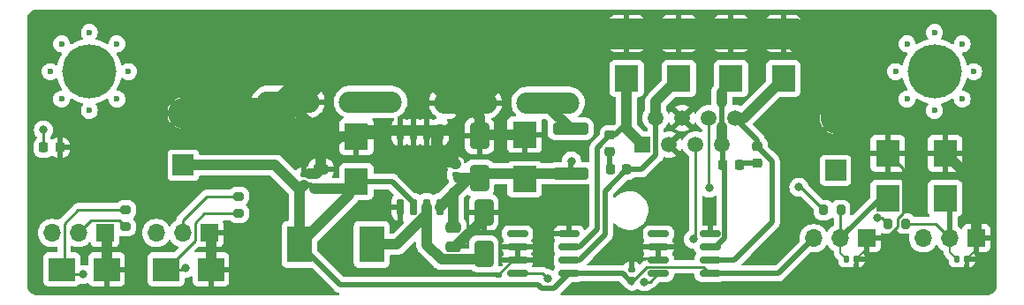
<source format=gbl>
G04 #@! TF.GenerationSoftware,KiCad,Pcbnew,7.0.2-6a45011f42~172~ubuntu22.04.1*
G04 #@! TF.CreationDate,2023-05-09T21:58:52-06:00*
G04 #@! TF.ProjectId,pole-node,706f6c65-2d6e-46f6-9465-2e6b69636164,rev?*
G04 #@! TF.SameCoordinates,Original*
G04 #@! TF.FileFunction,Copper,L2,Bot*
G04 #@! TF.FilePolarity,Positive*
%FSLAX46Y46*%
G04 Gerber Fmt 4.6, Leading zero omitted, Abs format (unit mm)*
G04 Created by KiCad (PCBNEW 7.0.2-6a45011f42~172~ubuntu22.04.1) date 2023-05-09 21:58:52*
%MOMM*%
%LPD*%
G01*
G04 APERTURE LIST*
G04 Aperture macros list*
%AMRoundRect*
0 Rectangle with rounded corners*
0 $1 Rounding radius*
0 $2 $3 $4 $5 $6 $7 $8 $9 X,Y pos of 4 corners*
0 Add a 4 corners polygon primitive as box body*
4,1,4,$2,$3,$4,$5,$6,$7,$8,$9,$2,$3,0*
0 Add four circle primitives for the rounded corners*
1,1,$1+$1,$2,$3*
1,1,$1+$1,$4,$5*
1,1,$1+$1,$6,$7*
1,1,$1+$1,$8,$9*
0 Add four rect primitives between the rounded corners*
20,1,$1+$1,$2,$3,$4,$5,0*
20,1,$1+$1,$4,$5,$6,$7,0*
20,1,$1+$1,$6,$7,$8,$9,0*
20,1,$1+$1,$8,$9,$2,$3,0*%
G04 Aperture macros list end*
G04 #@! TA.AperFunction,SMDPad,CuDef*
%ADD10RoundRect,0.150000X0.150000X-0.650000X0.150000X0.650000X-0.150000X0.650000X-0.150000X-0.650000X0*%
G04 #@! TD*
G04 #@! TA.AperFunction,SMDPad,CuDef*
%ADD11RoundRect,0.250000X-1.450000X0.312500X-1.450000X-0.312500X1.450000X-0.312500X1.450000X0.312500X0*%
G04 #@! TD*
G04 #@! TA.AperFunction,SMDPad,CuDef*
%ADD12RoundRect,0.200000X0.200000X0.275000X-0.200000X0.275000X-0.200000X-0.275000X0.200000X-0.275000X0*%
G04 #@! TD*
G04 #@! TA.AperFunction,SMDPad,CuDef*
%ADD13RoundRect,0.200000X0.275000X-0.200000X0.275000X0.200000X-0.275000X0.200000X-0.275000X-0.200000X0*%
G04 #@! TD*
G04 #@! TA.AperFunction,SMDPad,CuDef*
%ADD14RoundRect,0.200000X-0.275000X0.200000X-0.275000X-0.200000X0.275000X-0.200000X0.275000X0.200000X0*%
G04 #@! TD*
G04 #@! TA.AperFunction,SMDPad,CuDef*
%ADD15R,2.400000X3.500000*%
G04 #@! TD*
G04 #@! TA.AperFunction,SMDPad,CuDef*
%ADD16RoundRect,0.250000X0.650000X-1.000000X0.650000X1.000000X-0.650000X1.000000X-0.650000X-1.000000X0*%
G04 #@! TD*
G04 #@! TA.AperFunction,SMDPad,CuDef*
%ADD17RoundRect,0.140000X0.170000X-0.140000X0.170000X0.140000X-0.170000X0.140000X-0.170000X-0.140000X0*%
G04 #@! TD*
G04 #@! TA.AperFunction,SMDPad,CuDef*
%ADD18RoundRect,0.140000X-0.140000X-0.170000X0.140000X-0.170000X0.140000X0.170000X-0.140000X0.170000X0*%
G04 #@! TD*
G04 #@! TA.AperFunction,SMDPad,CuDef*
%ADD19RoundRect,0.250000X-0.475000X0.250000X-0.475000X-0.250000X0.475000X-0.250000X0.475000X0.250000X0*%
G04 #@! TD*
G04 #@! TA.AperFunction,ComponentPad*
%ADD20R,2.000000X2.000000*%
G04 #@! TD*
G04 #@! TA.AperFunction,ComponentPad*
%ADD21C,2.000000*%
G04 #@! TD*
G04 #@! TA.AperFunction,SMDPad,CuDef*
%ADD22R,2.300000X2.500000*%
G04 #@! TD*
G04 #@! TA.AperFunction,SMDPad,CuDef*
%ADD23R,2.500000X2.300000*%
G04 #@! TD*
G04 #@! TA.AperFunction,ComponentPad*
%ADD24R,1.700000X1.700000*%
G04 #@! TD*
G04 #@! TA.AperFunction,ComponentPad*
%ADD25O,1.700000X1.700000*%
G04 #@! TD*
G04 #@! TA.AperFunction,ComponentPad*
%ADD26O,6.030000X2.070000*%
G04 #@! TD*
G04 #@! TA.AperFunction,ComponentPad*
%ADD27C,5.200000*%
G04 #@! TD*
G04 #@! TA.AperFunction,ComponentPad*
%ADD28C,0.600000*%
G04 #@! TD*
G04 #@! TA.AperFunction,SMDPad,CuDef*
%ADD29RoundRect,0.150000X-0.825000X-0.150000X0.825000X-0.150000X0.825000X0.150000X-0.825000X0.150000X0*%
G04 #@! TD*
G04 #@! TA.AperFunction,SMDPad,CuDef*
%ADD30RoundRect,0.218750X-0.218750X-0.256250X0.218750X-0.256250X0.218750X0.256250X-0.218750X0.256250X0*%
G04 #@! TD*
G04 #@! TA.AperFunction,SMDPad,CuDef*
%ADD31RoundRect,0.218750X-0.256250X0.218750X-0.256250X-0.218750X0.256250X-0.218750X0.256250X0.218750X0*%
G04 #@! TD*
G04 #@! TA.AperFunction,SMDPad,CuDef*
%ADD32RoundRect,0.218750X0.218750X0.256250X-0.218750X0.256250X-0.218750X-0.256250X0.218750X-0.256250X0*%
G04 #@! TD*
G04 #@! TA.AperFunction,ComponentPad*
%ADD33R,1.500000X1.500000*%
G04 #@! TD*
G04 #@! TA.AperFunction,ComponentPad*
%ADD34C,1.500000*%
G04 #@! TD*
G04 #@! TA.AperFunction,SMDPad,CuDef*
%ADD35RoundRect,0.218750X0.256250X-0.218750X0.256250X0.218750X-0.256250X0.218750X-0.256250X-0.218750X0*%
G04 #@! TD*
G04 #@! TA.AperFunction,SMDPad,CuDef*
%ADD36RoundRect,0.243750X0.456250X-0.243750X0.456250X0.243750X-0.456250X0.243750X-0.456250X-0.243750X0*%
G04 #@! TD*
G04 #@! TA.AperFunction,ViaPad*
%ADD37C,0.800000*%
G04 #@! TD*
G04 #@! TA.AperFunction,Conductor*
%ADD38C,0.500000*%
G04 #@! TD*
G04 #@! TA.AperFunction,Conductor*
%ADD39C,0.250000*%
G04 #@! TD*
G04 #@! TA.AperFunction,Conductor*
%ADD40C,0.200000*%
G04 #@! TD*
G04 #@! TA.AperFunction,Conductor*
%ADD41C,1.000000*%
G04 #@! TD*
G04 #@! TA.AperFunction,Conductor*
%ADD42C,3.000000*%
G04 #@! TD*
G04 APERTURE END LIST*
D10*
X77105000Y-61800000D03*
X75835000Y-61800000D03*
X74565000Y-61800000D03*
X73295000Y-61800000D03*
X73295000Y-69000000D03*
X74565000Y-69000000D03*
X75835000Y-69000000D03*
X77105000Y-69000000D03*
D11*
X89600000Y-65775000D03*
X89600000Y-61500000D03*
D12*
X121700000Y-70600000D03*
X120050000Y-70600000D03*
X115500000Y-69300000D03*
X113850000Y-69300000D03*
D13*
X57800000Y-67975000D03*
X57800000Y-69625000D03*
D14*
X47000000Y-69275000D03*
X47000000Y-70925000D03*
D15*
X70550000Y-72600000D03*
X63650000Y-72600000D03*
D16*
X80900000Y-66200000D03*
X80900000Y-62200000D03*
X81300000Y-73500000D03*
X81300000Y-69500000D03*
D17*
X78600000Y-65880000D03*
X78600000Y-64920000D03*
X64100000Y-66880000D03*
X64100000Y-65920000D03*
D18*
X126640000Y-74000000D03*
X127600000Y-74000000D03*
X116040000Y-74000000D03*
X117000000Y-74000000D03*
D17*
X95500000Y-75980000D03*
X95500000Y-75020000D03*
X82700000Y-76480000D03*
X82700000Y-75520000D03*
D19*
X78400000Y-70950000D03*
X78400000Y-72850000D03*
D20*
X52500000Y-65000000D03*
D21*
X52500000Y-60000000D03*
D22*
X95000000Y-52350000D03*
X95000000Y-56650000D03*
X69100000Y-66550000D03*
X69100000Y-62250000D03*
D23*
X50850000Y-75000000D03*
X55150000Y-75000000D03*
X40850000Y-75000000D03*
X45150000Y-75000000D03*
D22*
X105000000Y-52350000D03*
X105000000Y-56650000D03*
X110000000Y-56650000D03*
X110000000Y-52350000D03*
X100000000Y-56650000D03*
X100000000Y-52350000D03*
X125500000Y-68150000D03*
X125500000Y-63850000D03*
X120000000Y-68150000D03*
X120000000Y-63850000D03*
D20*
X115000000Y-65500000D03*
D21*
X115000000Y-60500000D03*
D24*
X128500000Y-72000000D03*
D25*
X125960000Y-72000000D03*
X123420000Y-72000000D03*
D24*
X118000000Y-72000000D03*
D25*
X115460000Y-72000000D03*
X112920000Y-72000000D03*
X49920000Y-71500000D03*
X52460000Y-71500000D03*
D24*
X55000000Y-71500000D03*
X45000000Y-71500000D03*
D25*
X42460000Y-71500000D03*
X39920000Y-71500000D03*
D26*
X79550000Y-59000000D03*
X87450000Y-59000000D03*
X62550000Y-58910000D03*
X70450000Y-58910000D03*
D22*
X85200000Y-66350000D03*
X85200000Y-62050000D03*
D27*
X124500000Y-56000000D03*
D28*
X124500000Y-52250000D03*
X124500000Y-59750000D03*
X128250000Y-56000000D03*
X120750000Y-56000000D03*
X121850000Y-53350000D03*
X127150000Y-53350000D03*
X121850000Y-58650000D03*
X127150000Y-58650000D03*
X46150000Y-58650000D03*
X40850000Y-58650000D03*
X46150000Y-53350000D03*
X40850000Y-53350000D03*
X39750000Y-56000000D03*
X47250000Y-56000000D03*
X43500000Y-59750000D03*
X43500000Y-52250000D03*
D27*
X43500000Y-56000000D03*
D29*
X98025000Y-75405000D03*
X98025000Y-74135000D03*
X98025000Y-72865000D03*
X98025000Y-71595000D03*
X102975000Y-71595000D03*
X102975000Y-72865000D03*
X102975000Y-74135000D03*
X102975000Y-75405000D03*
X84525000Y-75405000D03*
X84525000Y-74135000D03*
X84525000Y-72865000D03*
X84525000Y-71595000D03*
X89475000Y-71595000D03*
X89475000Y-72865000D03*
X89475000Y-74135000D03*
X89475000Y-75405000D03*
D30*
X39112500Y-63300000D03*
X40687500Y-63300000D03*
D31*
X107500000Y-63212500D03*
X107500000Y-64787500D03*
D32*
X94987500Y-65400000D03*
X93412500Y-65400000D03*
D33*
X96500000Y-63000000D03*
D34*
X97770000Y-60460000D03*
X99040000Y-63000000D03*
X100310000Y-60460000D03*
X101580000Y-63000000D03*
X102850000Y-60460000D03*
X104120000Y-63000000D03*
X105390000Y-60460000D03*
D32*
X105787500Y-65000000D03*
X104212500Y-65000000D03*
D35*
X93400000Y-63687500D03*
X93400000Y-62112500D03*
D36*
X65700000Y-67237500D03*
X65700000Y-65362500D03*
D37*
X102900000Y-70300000D03*
X110300000Y-69900000D03*
X91000000Y-67700000D03*
X86900000Y-72600000D03*
X74500000Y-73600000D03*
X71400000Y-69000000D03*
X67600000Y-73100000D03*
X60100000Y-71100000D03*
X89700000Y-64600000D03*
X87400000Y-75900000D03*
X42900000Y-75500000D03*
X52700000Y-74900000D03*
X96700000Y-76200000D03*
X101400000Y-72100000D03*
X119000000Y-70000000D03*
X111500000Y-67100000D03*
X102900000Y-67200000D03*
X48200000Y-66200000D03*
X38700000Y-66800000D03*
X38500000Y-76200000D03*
X38800000Y-51400000D03*
X52900000Y-51100000D03*
X87271927Y-74175500D03*
X92500000Y-59900000D03*
X69700000Y-51300000D03*
X89950000Y-52350000D03*
X100600000Y-73300000D03*
X93700000Y-73500000D03*
X100300000Y-76400000D03*
X113600000Y-74300000D03*
X129200000Y-76400000D03*
X121200000Y-72900000D03*
X128800000Y-51600000D03*
X114600000Y-51600000D03*
X129100000Y-64100000D03*
X39100000Y-61600000D03*
D38*
X94987500Y-65400000D02*
X92900000Y-67487500D01*
X92900000Y-67487500D02*
X92900000Y-71685000D01*
X92900000Y-71685000D02*
X90450000Y-74135000D01*
X90450000Y-74135000D02*
X89475000Y-74135000D01*
X93400000Y-62112500D02*
X92200000Y-63312500D01*
X92200000Y-63312500D02*
X92200000Y-71115000D01*
X92200000Y-71115000D02*
X90450000Y-72865000D01*
X90450000Y-72865000D02*
X89475000Y-72865000D01*
X107500000Y-63212500D02*
X108900000Y-64612500D01*
X108900000Y-64612500D02*
X108900000Y-70500000D01*
X108900000Y-70500000D02*
X105265000Y-74135000D01*
X105265000Y-74135000D02*
X102975000Y-74135000D01*
D39*
X47000000Y-69275000D02*
X42420000Y-69275000D01*
X42420000Y-69275000D02*
X41095000Y-70600000D01*
X41095000Y-70600000D02*
X41095000Y-74755000D01*
X47000000Y-70925000D02*
X46400000Y-70325000D01*
X46400000Y-70325000D02*
X43635000Y-70325000D01*
X43635000Y-70325000D02*
X42460000Y-71500000D01*
X57800000Y-67975000D02*
X54782919Y-67975000D01*
X54782919Y-67975000D02*
X52460000Y-70297919D01*
X52460000Y-70297919D02*
X52460000Y-71500000D01*
X53635000Y-72215000D02*
X53635000Y-70515000D01*
X53635000Y-70515000D02*
X54525000Y-69625000D01*
X54525000Y-69625000D02*
X57800000Y-69625000D01*
D38*
X89600000Y-65775000D02*
X89600000Y-64700000D01*
X89600000Y-64700000D02*
X89700000Y-64600000D01*
D39*
X118000000Y-72000000D02*
X119867462Y-72000000D01*
X121475000Y-65325000D02*
X120000000Y-63850000D01*
X119867462Y-72000000D02*
X120975000Y-70892462D01*
X120975000Y-70892462D02*
X120975000Y-70107538D01*
X120975000Y-70107538D02*
X121282538Y-69800000D01*
X121282538Y-69800000D02*
X121300000Y-69800000D01*
X121300000Y-69800000D02*
X121475000Y-69625000D01*
X121475000Y-69625000D02*
X121475000Y-65325000D01*
X84525000Y-75405000D02*
X86905000Y-75405000D01*
X86905000Y-75405000D02*
X87400000Y-75900000D01*
X42900000Y-75500000D02*
X41350000Y-75500000D01*
D38*
X88055521Y-76824479D02*
X86805626Y-76824479D01*
D39*
X52600000Y-75000000D02*
X52700000Y-74900000D01*
X97230000Y-76200000D02*
X98025000Y-75405000D01*
X96700000Y-76200000D02*
X97230000Y-76200000D01*
D38*
X82700000Y-76480000D02*
X86461147Y-76480000D01*
D39*
X50850000Y-75000000D02*
X52600000Y-75000000D01*
D38*
X86461147Y-76480000D02*
X86805626Y-76824479D01*
X89475000Y-75405000D02*
X88055521Y-76824479D01*
D39*
X53635000Y-72215000D02*
X50850000Y-75000000D01*
X101580000Y-63000000D02*
X101580000Y-71920000D01*
X101580000Y-71920000D02*
X101400000Y-72100000D01*
X119000000Y-70000000D02*
X119450000Y-70000000D01*
X119450000Y-70000000D02*
X120050000Y-70600000D01*
X113850000Y-69300000D02*
X111650000Y-67100000D01*
X102900000Y-67200000D02*
X102850000Y-67150000D01*
X111650000Y-67100000D02*
X111500000Y-67100000D01*
X102850000Y-67150000D02*
X102850000Y-60460000D01*
X125960000Y-72000000D02*
X124560000Y-70600000D01*
X124560000Y-70600000D02*
X121700000Y-70600000D01*
X115460000Y-72000000D02*
X115460000Y-69340000D01*
D38*
X115460000Y-72000000D02*
X119310000Y-68150000D01*
X125960000Y-72000000D02*
X125960000Y-68610000D01*
D40*
X127600000Y-74000000D02*
X128500000Y-73100000D01*
X128500000Y-73100000D02*
X128500000Y-72000000D01*
X126640000Y-74000000D02*
X125960000Y-73320000D01*
X125960000Y-73320000D02*
X125960000Y-72000000D01*
X117000000Y-74000000D02*
X118000000Y-73000000D01*
X118000000Y-73000000D02*
X118000000Y-72000000D01*
X116040000Y-74000000D02*
X115460000Y-73420000D01*
X115460000Y-73420000D02*
X115460000Y-72000000D01*
D38*
X63650000Y-72600000D02*
X67530000Y-76480000D01*
X67530000Y-76480000D02*
X82700000Y-76480000D01*
D41*
X52500000Y-65000000D02*
X61300000Y-65000000D01*
X61300000Y-65000000D02*
X63650000Y-67350000D01*
X63650000Y-72600000D02*
X63650000Y-67350000D01*
X63650000Y-67350000D02*
X64100000Y-66900000D01*
D38*
X74565000Y-68621472D02*
X72493528Y-66550000D01*
X72493528Y-66550000D02*
X69100000Y-66550000D01*
D41*
X63650000Y-72600000D02*
X68402083Y-67847917D01*
X75835000Y-69000000D02*
X75835000Y-69732082D01*
X72967082Y-72600000D02*
X70550000Y-72600000D01*
X75835000Y-69732082D02*
X72967082Y-72600000D01*
X81300000Y-73500000D02*
X80750000Y-74050000D01*
X80750000Y-74050000D02*
X77250000Y-74050000D01*
X75835000Y-72635000D02*
X75835000Y-69000000D01*
X77250000Y-74050000D02*
X75835000Y-72635000D01*
X78568502Y-72850000D02*
X81300000Y-70118502D01*
X78602500Y-67502500D02*
X77105000Y-69000000D01*
X79905000Y-66200000D02*
X78602500Y-67502500D01*
X78602500Y-67502500D02*
X78400000Y-67705000D01*
X78400000Y-67705000D02*
X78400000Y-70950000D01*
X80900000Y-66200000D02*
X78920000Y-66200000D01*
X80900000Y-66200000D02*
X79905000Y-66200000D01*
X76800000Y-61700000D02*
X74095000Y-61700000D01*
X77905000Y-61700000D02*
X76800000Y-61700000D01*
X78580000Y-64900000D02*
X78600000Y-64900000D01*
X76800000Y-61700000D02*
X76800000Y-63120000D01*
X76800000Y-63120000D02*
X78580000Y-64900000D01*
X65700000Y-67237500D02*
X68412500Y-67237500D01*
X68412500Y-67237500D02*
X69100000Y-66550000D01*
X69100000Y-62250000D02*
X67500000Y-62250000D01*
X74095000Y-61700000D02*
X69650000Y-61700000D01*
X65700000Y-65362500D02*
X65700000Y-64050000D01*
X65700000Y-64050000D02*
X67500000Y-62250000D01*
X65662500Y-67275000D02*
X65095000Y-67275000D01*
X65700000Y-67237500D02*
X65662500Y-67275000D01*
X65700000Y-65362500D02*
X65262500Y-65800000D01*
X65262500Y-65800000D02*
X64600000Y-65800000D01*
D38*
X64700000Y-66880000D02*
X64100000Y-66880000D01*
X65095000Y-67275000D02*
X64700000Y-66880000D01*
D41*
X67500000Y-62250000D02*
X65890000Y-62250000D01*
X65890000Y-62250000D02*
X62550000Y-58910000D01*
X79550000Y-59000000D02*
X79550000Y-60055000D01*
X79550000Y-60055000D02*
X77905000Y-61700000D01*
X80900000Y-62200000D02*
X80900000Y-60350000D01*
X80900000Y-60350000D02*
X79550000Y-59000000D01*
X85200000Y-62050000D02*
X81050000Y-62050000D01*
D39*
X76000000Y-62335000D02*
X76635000Y-61700000D01*
D41*
X89600000Y-65775000D02*
X81325000Y-65775000D01*
X81325000Y-65775000D02*
X80900000Y-66200000D01*
X87450000Y-59350000D02*
X89600000Y-61500000D01*
D39*
X82700000Y-75520000D02*
X84085000Y-74135000D01*
D42*
X86200000Y-52350000D02*
X89950000Y-52350000D01*
X79550000Y-59000000D02*
X86200000Y-52350000D01*
X95000000Y-52350000D02*
X100000000Y-52350000D01*
X100000000Y-52350000D02*
X105000000Y-52350000D01*
X105000000Y-52350000D02*
X110000000Y-52350000D01*
X115000000Y-56189998D02*
X115000000Y-60500000D01*
X111160002Y-52350000D02*
X115000000Y-56189998D01*
X110000000Y-52350000D02*
X111160002Y-52350000D01*
X65750009Y-55709991D02*
X76259991Y-55709991D01*
X62550000Y-58910000D02*
X65750009Y-55709991D01*
X76259991Y-55709991D02*
X79550000Y-59000000D01*
X61460000Y-60000000D02*
X62550000Y-58910000D01*
X52500000Y-60000000D02*
X61460000Y-60000000D01*
D41*
X45150000Y-75000000D02*
X45150000Y-71650000D01*
X55150000Y-75000000D02*
X55150000Y-71650000D01*
D38*
X84525000Y-74135000D02*
X84525000Y-72865000D01*
D41*
X128500000Y-66850000D02*
X125500000Y-63850000D01*
X128500000Y-72000000D02*
X128500000Y-66850000D01*
D39*
X98025000Y-72865000D02*
X98025000Y-74135000D01*
D42*
X89950000Y-52350000D02*
X95000000Y-52350000D01*
D38*
X94617500Y-75405000D02*
X95500000Y-76287500D01*
X89475000Y-75405000D02*
X94617500Y-75405000D01*
D39*
X95500000Y-76287500D02*
X95500000Y-76200000D01*
X102349990Y-74779990D02*
X102975000Y-75405000D01*
X96920010Y-74779990D02*
X102349990Y-74779990D01*
X95500000Y-76200000D02*
X96920010Y-74779990D01*
D38*
X109515000Y-75405000D02*
X112920000Y-72000000D01*
X102975000Y-75405000D02*
X109515000Y-75405000D01*
D41*
X96500000Y-63000000D02*
X95000000Y-61500000D01*
D38*
X93887500Y-62112500D02*
X95000000Y-61000000D01*
X93400000Y-62112500D02*
X93887500Y-62112500D01*
D41*
X95000000Y-61000000D02*
X95000000Y-56650000D01*
X95000000Y-61500000D02*
X95000000Y-61000000D01*
D38*
X93400000Y-63687500D02*
X93400000Y-65387500D01*
D41*
X104120000Y-63000000D02*
X104120000Y-61336002D01*
D38*
X104120000Y-61336002D02*
X104120000Y-58920000D01*
X104120000Y-58920000D02*
X104120000Y-57530000D01*
D41*
X104120000Y-58920000D02*
X104120000Y-58020000D01*
D38*
X104212500Y-65000000D02*
X104212500Y-63092500D01*
X104400010Y-71993534D02*
X103528544Y-72865000D01*
X104400010Y-65187510D02*
X104400010Y-71993534D01*
X104212500Y-65000000D02*
X104400010Y-65187510D01*
X106000000Y-64787500D02*
X105787500Y-65000000D01*
X107500000Y-64787500D02*
X106000000Y-64787500D01*
D39*
X39100000Y-61600000D02*
X39100000Y-63287500D01*
D41*
X106190000Y-60460000D02*
X110000000Y-56650000D01*
X105390000Y-60460000D02*
X106190000Y-60460000D01*
D38*
X107500000Y-62570000D02*
X105390000Y-60460000D01*
X107500000Y-63212500D02*
X107500000Y-62570000D01*
D41*
X97770000Y-58880000D02*
X100000000Y-56650000D01*
X97770000Y-60460000D02*
X97770000Y-58880000D01*
D38*
X97770000Y-64040002D02*
X97770000Y-60460000D01*
X96410002Y-65400000D02*
X97770000Y-64040002D01*
X94987500Y-65400000D02*
X96410002Y-65400000D01*
G04 #@! TA.AperFunction,Conductor*
G36*
X129505474Y-50025978D02*
G01*
X129658242Y-50039344D01*
X129679866Y-50043157D01*
X129822660Y-50081419D01*
X129843281Y-50088924D01*
X129977265Y-50151402D01*
X129996276Y-50162378D01*
X130117370Y-50247169D01*
X130134194Y-50261287D01*
X130238712Y-50365805D01*
X130252830Y-50382629D01*
X130337618Y-50503718D01*
X130348599Y-50522738D01*
X130407734Y-50649554D01*
X130411071Y-50656709D01*
X130418583Y-50677348D01*
X130456841Y-50820131D01*
X130460654Y-50841760D01*
X130474020Y-50994525D01*
X130474500Y-51005507D01*
X130474500Y-76494492D01*
X130474020Y-76505474D01*
X130460654Y-76658239D01*
X130456841Y-76679868D01*
X130418583Y-76822651D01*
X130411071Y-76843290D01*
X130348600Y-76977260D01*
X130337618Y-76996281D01*
X130252830Y-77117370D01*
X130238712Y-77134194D01*
X130134194Y-77238712D01*
X130117370Y-77252830D01*
X129996281Y-77337618D01*
X129977260Y-77348600D01*
X129843290Y-77411071D01*
X129822651Y-77418583D01*
X129679868Y-77456841D01*
X129658239Y-77460654D01*
X129505475Y-77474020D01*
X129494493Y-77474500D01*
X88782370Y-77474500D01*
X88714249Y-77454498D01*
X88667756Y-77400842D01*
X88657652Y-77330568D01*
X88687146Y-77265988D01*
X88693275Y-77259405D01*
X89176975Y-76775706D01*
X89702275Y-76250405D01*
X89764588Y-76216379D01*
X89791371Y-76213500D01*
X90364033Y-76213500D01*
X90366502Y-76213500D01*
X90403831Y-76210562D01*
X90548600Y-76168503D01*
X90583754Y-76163500D01*
X94251129Y-76163500D01*
X94319250Y-76183502D01*
X94340224Y-76200405D01*
X94994899Y-76855080D01*
X95099094Y-76937467D01*
X95259793Y-77012402D01*
X95433442Y-77048258D01*
X95610679Y-77043101D01*
X95781949Y-76997209D01*
X95783670Y-76996281D01*
X95938015Y-76913060D01*
X95938017Y-76913057D01*
X95938019Y-76913057D01*
X95951147Y-76901373D01*
X96015330Y-76871028D01*
X96085732Y-76880200D01*
X96108968Y-76893557D01*
X96243248Y-76991118D01*
X96417712Y-77068794D01*
X96604513Y-77108500D01*
X96604515Y-77108500D01*
X96795485Y-77108500D01*
X96795487Y-77108500D01*
X96982288Y-77068794D01*
X97156752Y-76991118D01*
X97311253Y-76878866D01*
X97333018Y-76854691D01*
X97380268Y-76821851D01*
X97388797Y-76818474D01*
X97429922Y-76802190D01*
X97441111Y-76798359D01*
X97483593Y-76786018D01*
X97501039Y-76775699D01*
X97518780Y-76767009D01*
X97537617Y-76759552D01*
X97573392Y-76733558D01*
X97583303Y-76727048D01*
X97621362Y-76704542D01*
X97635691Y-76690212D01*
X97650719Y-76677377D01*
X97667107Y-76665472D01*
X97695288Y-76631405D01*
X97703279Y-76622624D01*
X98075501Y-76250404D01*
X98137813Y-76216379D01*
X98164596Y-76213500D01*
X98914033Y-76213500D01*
X98916502Y-76213500D01*
X98953831Y-76210562D01*
X99113601Y-76164145D01*
X99256807Y-76079453D01*
X99374453Y-75961807D01*
X99459145Y-75818601D01*
X99505562Y-75658831D01*
X99508500Y-75621502D01*
X99508500Y-75539490D01*
X99528502Y-75471369D01*
X99582158Y-75424876D01*
X99634500Y-75413490D01*
X101365500Y-75413490D01*
X101433621Y-75433492D01*
X101480114Y-75487148D01*
X101491500Y-75539490D01*
X101491500Y-75621502D01*
X101491692Y-75623950D01*
X101491693Y-75623958D01*
X101494438Y-75658832D01*
X101526384Y-75768794D01*
X101540855Y-75818601D01*
X101609590Y-75934826D01*
X101625549Y-75961810D01*
X101743189Y-76079450D01*
X101743191Y-76079451D01*
X101743193Y-76079453D01*
X101886399Y-76164145D01*
X102046169Y-76210562D01*
X102083498Y-76213500D01*
X102085967Y-76213500D01*
X103864033Y-76213500D01*
X103866502Y-76213500D01*
X103903831Y-76210562D01*
X104048600Y-76168503D01*
X104083754Y-76163500D01*
X109450559Y-76163500D01*
X109468820Y-76164830D01*
X109492789Y-76168341D01*
X109540749Y-76164145D01*
X109542647Y-76163979D01*
X109553628Y-76163500D01*
X109555513Y-76163500D01*
X109559180Y-76163500D01*
X109590301Y-76159861D01*
X109593896Y-76159494D01*
X109669426Y-76152887D01*
X109669430Y-76152885D01*
X109670751Y-76152770D01*
X109689856Y-76148535D01*
X109691106Y-76148079D01*
X109691113Y-76148079D01*
X109762400Y-76122132D01*
X109765769Y-76120961D01*
X109837738Y-76097114D01*
X109837739Y-76097112D01*
X109839007Y-76096693D01*
X109856613Y-76088169D01*
X109857725Y-76087437D01*
X109857732Y-76087435D01*
X109921138Y-76045730D01*
X109924161Y-76043806D01*
X109988651Y-76004030D01*
X109988652Y-76004028D01*
X109989788Y-76003328D01*
X110004959Y-75990970D01*
X110005871Y-75990002D01*
X110005874Y-75990001D01*
X110057929Y-75934824D01*
X110060448Y-75932231D01*
X112613096Y-73379583D01*
X112675406Y-73345559D01*
X112722928Y-73344399D01*
X112729880Y-73345559D01*
X112807429Y-73358500D01*
X112807431Y-73358500D01*
X113032566Y-73358500D01*
X113032569Y-73358500D01*
X113254635Y-73321444D01*
X113467574Y-73248342D01*
X113665576Y-73141189D01*
X113843240Y-73002906D01*
X113995722Y-72837268D01*
X114084518Y-72701354D01*
X114138521Y-72655268D01*
X114208869Y-72645693D01*
X114273226Y-72675670D01*
X114295480Y-72701353D01*
X114381293Y-72832699D01*
X114384278Y-72837268D01*
X114536760Y-73002906D01*
X114714424Y-73141189D01*
X114785468Y-73179636D01*
X114835858Y-73229649D01*
X114851499Y-73290448D01*
X114851500Y-73371861D01*
X114850422Y-73388308D01*
X114846249Y-73419999D01*
X114851500Y-73459879D01*
X114851500Y-73459885D01*
X114861676Y-73537178D01*
X114867161Y-73578849D01*
X114928475Y-73726875D01*
X114968070Y-73778475D01*
X115001523Y-73822072D01*
X115001525Y-73822074D01*
X115003636Y-73824825D01*
X115003637Y-73824827D01*
X115026010Y-73853984D01*
X115026011Y-73853985D01*
X115026013Y-73853987D01*
X115041434Y-73865820D01*
X115051379Y-73873451D01*
X115063760Y-73884309D01*
X115214597Y-74035146D01*
X115248620Y-74097454D01*
X115251500Y-74124238D01*
X115251500Y-74235484D01*
X115251692Y-74237932D01*
X115251693Y-74237940D01*
X115254394Y-74272255D01*
X115300047Y-74429396D01*
X115300106Y-74429597D01*
X115371634Y-74550545D01*
X115383514Y-74570632D01*
X115499367Y-74686485D01*
X115499369Y-74686486D01*
X115499371Y-74686488D01*
X115640403Y-74769894D01*
X115797746Y-74815606D01*
X115834516Y-74818500D01*
X115836985Y-74818500D01*
X116243015Y-74818500D01*
X116245484Y-74818500D01*
X116282254Y-74815606D01*
X116439597Y-74769894D01*
X116456353Y-74759984D01*
X116525167Y-74742525D01*
X116584630Y-74759984D01*
X116600604Y-74769431D01*
X116745998Y-74811672D01*
X116745999Y-74811672D01*
X116745999Y-74521378D01*
X116763545Y-74457240D01*
X116779894Y-74429597D01*
X116825606Y-74272254D01*
X116827043Y-74254000D01*
X117254000Y-74254000D01*
X117254000Y-74811672D01*
X117399395Y-74769431D01*
X117540323Y-74686087D01*
X117656087Y-74570323D01*
X117739430Y-74429396D01*
X117785108Y-74272174D01*
X117786539Y-74254000D01*
X117254000Y-74254000D01*
X116827043Y-74254000D01*
X116828500Y-74235484D01*
X116828500Y-73872000D01*
X116848502Y-73803879D01*
X116902158Y-73757386D01*
X116954500Y-73746000D01*
X117786538Y-73746000D01*
X117785108Y-73727825D01*
X117739430Y-73570603D01*
X117712615Y-73525260D01*
X117695156Y-73456443D01*
X117717673Y-73389112D01*
X117731974Y-73372025D01*
X117746000Y-73357999D01*
X117745999Y-72433674D01*
X117857685Y-72484680D01*
X117964237Y-72500000D01*
X118035763Y-72500000D01*
X118142315Y-72484680D01*
X118254000Y-72433674D01*
X118254000Y-73358000D01*
X118895223Y-73358000D01*
X118901936Y-73357640D01*
X118959093Y-73351494D01*
X119095962Y-73300445D01*
X119212904Y-73212904D01*
X119300445Y-73095962D01*
X119351494Y-72959093D01*
X119357640Y-72901936D01*
X119358000Y-72895222D01*
X119358000Y-72254000D01*
X118431116Y-72254000D01*
X118459493Y-72209844D01*
X118500000Y-72071889D01*
X118500000Y-71928111D01*
X118459493Y-71790156D01*
X118431116Y-71746000D01*
X119358000Y-71746000D01*
X119358000Y-71628878D01*
X119378002Y-71560757D01*
X119431658Y-71514264D01*
X119501932Y-71504160D01*
X119549184Y-71521049D01*
X119557087Y-71525827D01*
X119721351Y-71577013D01*
X119792735Y-71583500D01*
X120307264Y-71583499D01*
X120378649Y-71577013D01*
X120542913Y-71525827D01*
X120690155Y-71436816D01*
X120732269Y-71394702D01*
X120785905Y-71341067D01*
X120848217Y-71307041D01*
X120919032Y-71312106D01*
X120964095Y-71341067D01*
X121059842Y-71436814D01*
X121059844Y-71436815D01*
X121059845Y-71436816D01*
X121207087Y-71525827D01*
X121371351Y-71577013D01*
X121442735Y-71583500D01*
X121957264Y-71583499D01*
X121956970Y-71583505D01*
X122025505Y-71600293D01*
X122074384Y-71651784D01*
X122087666Y-71721528D01*
X122084408Y-71740201D01*
X122079004Y-71761542D01*
X122075436Y-71775632D01*
X122056844Y-72000000D01*
X122075436Y-72224368D01*
X122075436Y-72224371D01*
X122075437Y-72224372D01*
X122130702Y-72442611D01*
X122130703Y-72442614D01*
X122130704Y-72442616D01*
X122143262Y-72471245D01*
X122221139Y-72648790D01*
X122263027Y-72712904D01*
X122344278Y-72837268D01*
X122465357Y-72968794D01*
X122496762Y-73002908D01*
X122674421Y-73141187D01*
X122674424Y-73141189D01*
X122872426Y-73248342D01*
X123085365Y-73321444D01*
X123307431Y-73358500D01*
X123307434Y-73358500D01*
X123532566Y-73358500D01*
X123532569Y-73358500D01*
X123754635Y-73321444D01*
X123967574Y-73248342D01*
X124165576Y-73141189D01*
X124343240Y-73002906D01*
X124495722Y-72837268D01*
X124584518Y-72701354D01*
X124638520Y-72655267D01*
X124708868Y-72645692D01*
X124773226Y-72675669D01*
X124795480Y-72701353D01*
X124884278Y-72837268D01*
X125007222Y-72970819D01*
X125036760Y-73002906D01*
X125214424Y-73141189D01*
X125283184Y-73178400D01*
X125333574Y-73228413D01*
X125348927Y-73297730D01*
X125348138Y-73305656D01*
X125346250Y-73320000D01*
X125351500Y-73359879D01*
X125351500Y-73359885D01*
X125359652Y-73421807D01*
X125367161Y-73478850D01*
X125428475Y-73626875D01*
X125428476Y-73626876D01*
X125501511Y-73722056D01*
X125498794Y-73718746D01*
X125499464Y-73720190D01*
X125501524Y-73722074D01*
X125526010Y-73753984D01*
X125526011Y-73753985D01*
X125526013Y-73753987D01*
X125551379Y-73773451D01*
X125563769Y-73784318D01*
X125814595Y-74035144D01*
X125848621Y-74097456D01*
X125851500Y-74124238D01*
X125851500Y-74235484D01*
X125851692Y-74237932D01*
X125851693Y-74237940D01*
X125854394Y-74272255D01*
X125900047Y-74429396D01*
X125900106Y-74429597D01*
X125971634Y-74550545D01*
X125983514Y-74570632D01*
X126099367Y-74686485D01*
X126099369Y-74686486D01*
X126099371Y-74686488D01*
X126240403Y-74769894D01*
X126397746Y-74815606D01*
X126434516Y-74818500D01*
X126436985Y-74818500D01*
X126843015Y-74818500D01*
X126845484Y-74818500D01*
X126882254Y-74815606D01*
X127039597Y-74769894D01*
X127056353Y-74759984D01*
X127125167Y-74742525D01*
X127184630Y-74759984D01*
X127200604Y-74769431D01*
X127345998Y-74811672D01*
X127345999Y-74811672D01*
X127853999Y-74811672D01*
X127999395Y-74769431D01*
X128140323Y-74686087D01*
X128256087Y-74570323D01*
X128339430Y-74429396D01*
X128385108Y-74272174D01*
X128386539Y-74254000D01*
X127854000Y-74254000D01*
X127853999Y-74811672D01*
X127345999Y-74811672D01*
X127345999Y-74521378D01*
X127363545Y-74457240D01*
X127379894Y-74429597D01*
X127425606Y-74272254D01*
X127428500Y-74235484D01*
X127428500Y-73872000D01*
X127448502Y-73803879D01*
X127502158Y-73757386D01*
X127554500Y-73746000D01*
X128386538Y-73746000D01*
X128385108Y-73727825D01*
X128339430Y-73570603D01*
X128263546Y-73442288D01*
X128246000Y-73378149D01*
X128245999Y-72433674D01*
X128357685Y-72484680D01*
X128464237Y-72500000D01*
X128535763Y-72500000D01*
X128642315Y-72484680D01*
X128753999Y-72433674D01*
X128754000Y-73358000D01*
X129395223Y-73358000D01*
X129401936Y-73357640D01*
X129459093Y-73351494D01*
X129595962Y-73300445D01*
X129712904Y-73212904D01*
X129800445Y-73095962D01*
X129851494Y-72959093D01*
X129857640Y-72901936D01*
X129858000Y-72895222D01*
X129858000Y-72254000D01*
X128931116Y-72254000D01*
X128959493Y-72209844D01*
X129000000Y-72071889D01*
X129000000Y-71928111D01*
X128959493Y-71790156D01*
X128931116Y-71746000D01*
X129858000Y-71746000D01*
X129858000Y-71104777D01*
X129857640Y-71098063D01*
X129851494Y-71040906D01*
X129800445Y-70904037D01*
X129712904Y-70787095D01*
X129595962Y-70699554D01*
X129459093Y-70648505D01*
X129401936Y-70642359D01*
X129395223Y-70642000D01*
X128754000Y-70642000D01*
X128753999Y-71566325D01*
X128642315Y-71515320D01*
X128535763Y-71500000D01*
X128464237Y-71500000D01*
X128357685Y-71515320D01*
X128245999Y-71566325D01*
X128246000Y-70642000D01*
X127604777Y-70642000D01*
X127598063Y-70642359D01*
X127540906Y-70648505D01*
X127404037Y-70699554D01*
X127287095Y-70787095D01*
X127199554Y-70904036D01*
X127155381Y-71022470D01*
X127112834Y-71079305D01*
X127046313Y-71104116D01*
X126976939Y-71089024D01*
X126944624Y-71063774D01*
X126883240Y-70997093D01*
X126767109Y-70906704D01*
X126725638Y-70849079D01*
X126718500Y-70807273D01*
X126718500Y-70004653D01*
X126738502Y-69936532D01*
X126792158Y-69890039D01*
X126800468Y-69886597D01*
X126805171Y-69884843D01*
X126896204Y-69850889D01*
X127013261Y-69763261D01*
X127100889Y-69646204D01*
X127151989Y-69509201D01*
X127158500Y-69448638D01*
X127158500Y-66851362D01*
X127151989Y-66790799D01*
X127100889Y-66653796D01*
X127067505Y-66609200D01*
X127013261Y-66536738D01*
X126896205Y-66449111D01*
X126827702Y-66423560D01*
X126759201Y-66398011D01*
X126698638Y-66391500D01*
X124301362Y-66391500D01*
X124298013Y-66391859D01*
X124298013Y-66391860D01*
X124240799Y-66398011D01*
X124103794Y-66449111D01*
X123986738Y-66536738D01*
X123899111Y-66653794D01*
X123848011Y-66790799D01*
X123842122Y-66845581D01*
X123841500Y-66851362D01*
X123841500Y-69448638D01*
X123841860Y-69451983D01*
X123841860Y-69451986D01*
X123848011Y-69509200D01*
X123899111Y-69646205D01*
X123988033Y-69764991D01*
X124012844Y-69831511D01*
X123997753Y-69900885D01*
X123947550Y-69951088D01*
X123887165Y-69966500D01*
X122582243Y-69966500D01*
X122514122Y-69946498D01*
X122474415Y-69905685D01*
X122461815Y-69884843D01*
X122340157Y-69763185D01*
X122302322Y-69740313D01*
X122192913Y-69674173D01*
X122141725Y-69658222D01*
X122028648Y-69622986D01*
X121960114Y-69616758D01*
X121960094Y-69616757D01*
X121957265Y-69616500D01*
X121954403Y-69616500D01*
X121780725Y-69616500D01*
X121712604Y-69596498D01*
X121666111Y-69542842D01*
X121655447Y-69477032D01*
X121658500Y-69448638D01*
X121658500Y-66851362D01*
X121651989Y-66790799D01*
X121600889Y-66653796D01*
X121567505Y-66609200D01*
X121513261Y-66536738D01*
X121396205Y-66449111D01*
X121327702Y-66423561D01*
X121259201Y-66398011D01*
X121198638Y-66391500D01*
X118801362Y-66391500D01*
X118798013Y-66391859D01*
X118798013Y-66391860D01*
X118740799Y-66398011D01*
X118603794Y-66449111D01*
X118486738Y-66536738D01*
X118399111Y-66653794D01*
X118348011Y-66790799D01*
X118342122Y-66845581D01*
X118341500Y-66851362D01*
X118341500Y-66854711D01*
X118341499Y-66854730D01*
X118341499Y-67993628D01*
X118321497Y-68061749D01*
X118304594Y-68082723D01*
X116619931Y-69767386D01*
X116557619Y-69801412D01*
X116486804Y-69796347D01*
X116429968Y-69753800D01*
X116405157Y-69687280D01*
X116405352Y-69666896D01*
X116408500Y-69632265D01*
X116408499Y-68967736D01*
X116402013Y-68896351D01*
X116350827Y-68732087D01*
X116261816Y-68584845D01*
X116261815Y-68584844D01*
X116261814Y-68584842D01*
X116140157Y-68463185D01*
X116075623Y-68424173D01*
X115992913Y-68374173D01*
X115941725Y-68358222D01*
X115828648Y-68322986D01*
X115760114Y-68316758D01*
X115760094Y-68316757D01*
X115757265Y-68316500D01*
X115754403Y-68316500D01*
X115245599Y-68316500D01*
X115245577Y-68316500D01*
X115242736Y-68316501D01*
X115239887Y-68316759D01*
X115239883Y-68316760D01*
X115171352Y-68322986D01*
X115007087Y-68374173D01*
X114859844Y-68463184D01*
X114764094Y-68558934D01*
X114701782Y-68592959D01*
X114630966Y-68587893D01*
X114585905Y-68558934D01*
X114490155Y-68463184D01*
X114490154Y-68463183D01*
X114425623Y-68424173D01*
X114342913Y-68374173D01*
X114291726Y-68358222D01*
X114178648Y-68322986D01*
X114110114Y-68316758D01*
X114110094Y-68316757D01*
X114107265Y-68316500D01*
X114104403Y-68316500D01*
X113814594Y-68316500D01*
X113746473Y-68296498D01*
X113725499Y-68279595D01*
X112429505Y-66983601D01*
X112395479Y-66921289D01*
X112393806Y-66910885D01*
X112372723Y-66846000D01*
X112334527Y-66728444D01*
X112265682Y-66609201D01*
X112239041Y-66563057D01*
X112226058Y-66548638D01*
X113491500Y-66548638D01*
X113498011Y-66609201D01*
X113514644Y-66653796D01*
X113549111Y-66746205D01*
X113636738Y-66863261D01*
X113753794Y-66950888D01*
X113753795Y-66950888D01*
X113753796Y-66950889D01*
X113890799Y-67001989D01*
X113951362Y-67008500D01*
X113954731Y-67008500D01*
X116045269Y-67008500D01*
X116048638Y-67008500D01*
X116109201Y-67001989D01*
X116246204Y-66950889D01*
X116363261Y-66863261D01*
X116450889Y-66746204D01*
X116501989Y-66609201D01*
X116508500Y-66548638D01*
X116508500Y-64451362D01*
X116501989Y-64390799D01*
X116450889Y-64253796D01*
X116450888Y-64253794D01*
X116363261Y-64136738D01*
X116319528Y-64104000D01*
X118342000Y-64104000D01*
X118342000Y-65145222D01*
X118342359Y-65151936D01*
X118348505Y-65209093D01*
X118399554Y-65345962D01*
X118487095Y-65462904D01*
X118604037Y-65550445D01*
X118740906Y-65601494D01*
X118798063Y-65607640D01*
X118804777Y-65608000D01*
X119746000Y-65608000D01*
X119746000Y-64104000D01*
X120254000Y-64104000D01*
X120254000Y-65608000D01*
X121195223Y-65608000D01*
X121201936Y-65607640D01*
X121259093Y-65601494D01*
X121395962Y-65550445D01*
X121512904Y-65462904D01*
X121600445Y-65345962D01*
X121651494Y-65209093D01*
X121657640Y-65151936D01*
X121658000Y-65145222D01*
X121658000Y-64104000D01*
X123842000Y-64104000D01*
X123842000Y-65145222D01*
X123842359Y-65151936D01*
X123848505Y-65209093D01*
X123899554Y-65345962D01*
X123987095Y-65462904D01*
X124104037Y-65550445D01*
X124240906Y-65601494D01*
X124298063Y-65607640D01*
X124304777Y-65608000D01*
X125246000Y-65608000D01*
X125246000Y-64104000D01*
X125754000Y-64104000D01*
X125754000Y-65608000D01*
X126695223Y-65608000D01*
X126701936Y-65607640D01*
X126759093Y-65601494D01*
X126895962Y-65550445D01*
X127012904Y-65462904D01*
X127100445Y-65345962D01*
X127151494Y-65209093D01*
X127157640Y-65151936D01*
X127158000Y-65145222D01*
X127158000Y-64104000D01*
X125754000Y-64104000D01*
X125246000Y-64104000D01*
X123842000Y-64104000D01*
X121658000Y-64104000D01*
X120254000Y-64104000D01*
X119746000Y-64104000D01*
X118342000Y-64104000D01*
X116319528Y-64104000D01*
X116246205Y-64049111D01*
X116142390Y-64010390D01*
X116109201Y-63998011D01*
X116048638Y-63991500D01*
X113951362Y-63991500D01*
X113948013Y-63991859D01*
X113948013Y-63991860D01*
X113890799Y-63998011D01*
X113753794Y-64049111D01*
X113636738Y-64136738D01*
X113549111Y-64253794D01*
X113519883Y-64332158D01*
X113498011Y-64390799D01*
X113491500Y-64451362D01*
X113491500Y-66548638D01*
X112226058Y-66548638D01*
X112111252Y-66421133D01*
X112009755Y-66347391D01*
X111956752Y-66308882D01*
X111782288Y-66231206D01*
X111595487Y-66191500D01*
X111404513Y-66191500D01*
X111281657Y-66217614D01*
X111217711Y-66231206D01*
X111043246Y-66308883D01*
X110888747Y-66421133D01*
X110760958Y-66563057D01*
X110665472Y-66728443D01*
X110606458Y-66910070D01*
X110586496Y-67099999D01*
X110606458Y-67289929D01*
X110665472Y-67471556D01*
X110760958Y-67636942D01*
X110833705Y-67717736D01*
X110888747Y-67778866D01*
X111043248Y-67891118D01*
X111217712Y-67968794D01*
X111404513Y-68008500D01*
X111404515Y-68008500D01*
X111608730Y-68008500D01*
X111608730Y-68012856D01*
X111654667Y-68016347D01*
X111699206Y-68045111D01*
X112904595Y-69250500D01*
X112938621Y-69312812D01*
X112941500Y-69339595D01*
X112941500Y-69629400D01*
X112941500Y-69629421D01*
X112941501Y-69632264D01*
X112941759Y-69635113D01*
X112941760Y-69635116D01*
X112947986Y-69703647D01*
X112967102Y-69764991D01*
X112999173Y-69867913D01*
X113048214Y-69949036D01*
X113088185Y-70015157D01*
X113209842Y-70136814D01*
X113209844Y-70136815D01*
X113209845Y-70136816D01*
X113357087Y-70225827D01*
X113521351Y-70277013D01*
X113592735Y-70283500D01*
X114107264Y-70283499D01*
X114178649Y-70277013D01*
X114342913Y-70225827D01*
X114490155Y-70136816D01*
X114585906Y-70041064D01*
X114648216Y-70007041D01*
X114719032Y-70012105D01*
X114764095Y-70041066D01*
X114789595Y-70066566D01*
X114823621Y-70128878D01*
X114826500Y-70155661D01*
X114826500Y-70723078D01*
X114806498Y-70791199D01*
X114760471Y-70833891D01*
X114714421Y-70858812D01*
X114536762Y-70997091D01*
X114384278Y-71162731D01*
X114295483Y-71298643D01*
X114241479Y-71344731D01*
X114171131Y-71354306D01*
X114106774Y-71324328D01*
X114084517Y-71298643D01*
X114027019Y-71210636D01*
X113995722Y-71162732D01*
X113843240Y-70997094D01*
X113843239Y-70997093D01*
X113843237Y-70997091D01*
X113665578Y-70858812D01*
X113467573Y-70751657D01*
X113315800Y-70699554D01*
X113254635Y-70678556D01*
X113032569Y-70641500D01*
X112807431Y-70641500D01*
X112585365Y-70678556D01*
X112585362Y-70678556D01*
X112585362Y-70678557D01*
X112372426Y-70751657D01*
X112174421Y-70858812D01*
X111996762Y-70997091D01*
X111844278Y-71162731D01*
X111721139Y-71351209D01*
X111630702Y-71557388D01*
X111578763Y-71762493D01*
X111575436Y-71775632D01*
X111556844Y-72000000D01*
X111574232Y-72209844D01*
X111574249Y-72210043D01*
X111559940Y-72279583D01*
X111537774Y-72309543D01*
X109237724Y-74609595D01*
X109175412Y-74643620D01*
X109148629Y-74646500D01*
X106130371Y-74646500D01*
X106062250Y-74626498D01*
X106015757Y-74572842D01*
X106005653Y-74502568D01*
X106035147Y-74437988D01*
X106041276Y-74431405D01*
X106869688Y-73602993D01*
X109390777Y-71081902D01*
X109404624Y-71069936D01*
X109424058Y-71055469D01*
X109424059Y-71055468D01*
X109456221Y-71017138D01*
X109463660Y-71009020D01*
X109467580Y-71005101D01*
X109487070Y-70980450D01*
X109489234Y-70977794D01*
X109538032Y-70919640D01*
X109538035Y-70919633D01*
X109538895Y-70918609D01*
X109549403Y-70902114D01*
X109549965Y-70900908D01*
X109549967Y-70900906D01*
X109582022Y-70832159D01*
X109583572Y-70828958D01*
X109617609Y-70761188D01*
X109617610Y-70761183D01*
X109618207Y-70759995D01*
X109624631Y-70741517D01*
X109624901Y-70740209D01*
X109624902Y-70740207D01*
X109640251Y-70665866D01*
X109641001Y-70662484D01*
X109658500Y-70588656D01*
X109658500Y-70588651D01*
X109658807Y-70587356D01*
X109660796Y-70567888D01*
X109660757Y-70566560D01*
X109660758Y-70566558D01*
X109658553Y-70490774D01*
X109658500Y-70487110D01*
X109658500Y-64676935D01*
X109659831Y-64658672D01*
X109661202Y-64649310D01*
X109663341Y-64634711D01*
X109658979Y-64584853D01*
X109658500Y-64573872D01*
X109658500Y-64571987D01*
X109658500Y-64568320D01*
X109654866Y-64537234D01*
X109654496Y-64533622D01*
X109647887Y-64458074D01*
X109647885Y-64458069D01*
X109647770Y-64456750D01*
X109643534Y-64437638D01*
X109641771Y-64432793D01*
X109617147Y-64365141D01*
X109615952Y-64361703D01*
X109605086Y-64328910D01*
X109592114Y-64289762D01*
X109592112Y-64289760D01*
X109591692Y-64288490D01*
X109583170Y-64270886D01*
X109578583Y-64263912D01*
X109540756Y-64206400D01*
X109538812Y-64203346D01*
X109498330Y-64137713D01*
X109485964Y-64122534D01*
X109429825Y-64069569D01*
X109427197Y-64067016D01*
X108956181Y-63596000D01*
X118342000Y-63596000D01*
X119746000Y-63596000D01*
X119746000Y-62092000D01*
X120254000Y-62092000D01*
X120254000Y-63596000D01*
X121658000Y-63596000D01*
X123842000Y-63596000D01*
X125246000Y-63596000D01*
X125246000Y-62092000D01*
X125754000Y-62092000D01*
X125754000Y-63596000D01*
X127158000Y-63596000D01*
X127158000Y-62554777D01*
X127157640Y-62548063D01*
X127151494Y-62490904D01*
X127100445Y-62354037D01*
X127012904Y-62237095D01*
X126895962Y-62149554D01*
X126759093Y-62098505D01*
X126701936Y-62092359D01*
X126695223Y-62092000D01*
X125754000Y-62092000D01*
X125246000Y-62092000D01*
X124304777Y-62092000D01*
X124298063Y-62092359D01*
X124240906Y-62098505D01*
X124104037Y-62149554D01*
X123987095Y-62237095D01*
X123899554Y-62354037D01*
X123848506Y-62490904D01*
X123842359Y-62548063D01*
X123842000Y-62554777D01*
X123842000Y-63596000D01*
X121658000Y-63596000D01*
X121658000Y-62554777D01*
X121657640Y-62548063D01*
X121651494Y-62490904D01*
X121600445Y-62354037D01*
X121512904Y-62237095D01*
X121395962Y-62149554D01*
X121259093Y-62098505D01*
X121201936Y-62092359D01*
X121195223Y-62092000D01*
X120254000Y-62092000D01*
X119746000Y-62092000D01*
X118804777Y-62092000D01*
X118798063Y-62092359D01*
X118740906Y-62098505D01*
X118604037Y-62149554D01*
X118487095Y-62237095D01*
X118399554Y-62354037D01*
X118348506Y-62490904D01*
X118342359Y-62548063D01*
X118342000Y-62554777D01*
X118342000Y-63596000D01*
X108956181Y-63596000D01*
X108520404Y-63160223D01*
X108486378Y-63097911D01*
X108483499Y-63071128D01*
X108483499Y-62948495D01*
X108483499Y-62948494D01*
X108483499Y-62945290D01*
X108473324Y-62845686D01*
X108419849Y-62684308D01*
X108330600Y-62539613D01*
X108284275Y-62493288D01*
X108250252Y-62430979D01*
X108247851Y-62415170D01*
X108247770Y-62414249D01*
X108243534Y-62395138D01*
X108241781Y-62390322D01*
X108217147Y-62322641D01*
X108215952Y-62319203D01*
X108212244Y-62308012D01*
X108192114Y-62247262D01*
X108192112Y-62247260D01*
X108191692Y-62245990D01*
X108183170Y-62228386D01*
X108168731Y-62206433D01*
X108140756Y-62163900D01*
X108138812Y-62160846D01*
X108098330Y-62095213D01*
X108085964Y-62080034D01*
X108029825Y-62027069D01*
X108027197Y-62024516D01*
X107128552Y-61125871D01*
X107094526Y-61063559D01*
X107099591Y-60992744D01*
X107128552Y-60947681D01*
X107576233Y-60500000D01*
X113487337Y-60500000D01*
X113505960Y-60736633D01*
X113561372Y-60967440D01*
X113652208Y-61186738D01*
X113766896Y-61373891D01*
X113766897Y-61373891D01*
X114515638Y-60625150D01*
X114540507Y-60709844D01*
X114618239Y-60830798D01*
X114726900Y-60924952D01*
X114857685Y-60984680D01*
X114872412Y-60986797D01*
X114126107Y-61733101D01*
X114126107Y-61733102D01*
X114313261Y-61847791D01*
X114532559Y-61938627D01*
X114763366Y-61994039D01*
X115000000Y-62012662D01*
X115236633Y-61994039D01*
X115467440Y-61938627D01*
X115686738Y-61847791D01*
X115873891Y-61733102D01*
X115873892Y-61733101D01*
X115127588Y-60986797D01*
X115142315Y-60984680D01*
X115273100Y-60924952D01*
X115381761Y-60830798D01*
X115459493Y-60709844D01*
X115484360Y-60625152D01*
X116233101Y-61373892D01*
X116233102Y-61373891D01*
X116347791Y-61186738D01*
X116438627Y-60967440D01*
X116494039Y-60736633D01*
X116512662Y-60500000D01*
X116494039Y-60263366D01*
X116438627Y-60032559D01*
X116347791Y-59813261D01*
X116233102Y-59626107D01*
X116233101Y-59626107D01*
X115484360Y-60374847D01*
X115459493Y-60290156D01*
X115381761Y-60169202D01*
X115273100Y-60075048D01*
X115142315Y-60015320D01*
X115127587Y-60013202D01*
X115873891Y-59266897D01*
X115873891Y-59266896D01*
X115686738Y-59152208D01*
X115467440Y-59061372D01*
X115236633Y-59005960D01*
X114999999Y-58987337D01*
X114763366Y-59005960D01*
X114532559Y-59061372D01*
X114313264Y-59152207D01*
X114126107Y-59266896D01*
X114126107Y-59266898D01*
X114872411Y-60013202D01*
X114857685Y-60015320D01*
X114726900Y-60075048D01*
X114618239Y-60169202D01*
X114540507Y-60290156D01*
X114515639Y-60374848D01*
X113766898Y-59626107D01*
X113766896Y-59626107D01*
X113652207Y-59813264D01*
X113561372Y-60032559D01*
X113505960Y-60263366D01*
X113487337Y-60500000D01*
X107576233Y-60500000D01*
X108370074Y-59706160D01*
X109630828Y-58445405D01*
X109693141Y-58411379D01*
X109719924Y-58408500D01*
X111195269Y-58408500D01*
X111198638Y-58408500D01*
X111259201Y-58401989D01*
X111396204Y-58350889D01*
X111513261Y-58263261D01*
X111600889Y-58146204D01*
X111651989Y-58009201D01*
X111658500Y-57948638D01*
X111658500Y-56000000D01*
X119936384Y-56000000D01*
X119956783Y-56181049D01*
X120016956Y-56353014D01*
X120113889Y-56507282D01*
X120242717Y-56636110D01*
X120332932Y-56692796D01*
X120396985Y-56733043D01*
X120568953Y-56793217D01*
X120750000Y-56813616D01*
X120931047Y-56793217D01*
X121103015Y-56733043D01*
X121213866Y-56663390D01*
X121269302Y-56628558D01*
X121270342Y-56630214D01*
X121316864Y-56604807D01*
X121387680Y-56609867D01*
X121444519Y-56652410D01*
X121464731Y-56693044D01*
X121560333Y-57024884D01*
X121560342Y-57024912D01*
X121561316Y-57028290D01*
X121694925Y-57350853D01*
X121696635Y-57353947D01*
X121696636Y-57353949D01*
X121863811Y-57656428D01*
X121862135Y-57653586D01*
X121881332Y-57721552D01*
X121860628Y-57789463D01*
X121806496Y-57835400D01*
X121769447Y-57845460D01*
X121668950Y-57856783D01*
X121496985Y-57916956D01*
X121342717Y-58013889D01*
X121213889Y-58142717D01*
X121116956Y-58296985D01*
X121056783Y-58468950D01*
X121036384Y-58649999D01*
X121056783Y-58831049D01*
X121116956Y-59003014D01*
X121213889Y-59157282D01*
X121342717Y-59286110D01*
X121496985Y-59383043D01*
X121570594Y-59408800D01*
X121668953Y-59443217D01*
X121850000Y-59463616D01*
X122031047Y-59443217D01*
X122203015Y-59383043D01*
X122357281Y-59286111D01*
X122486111Y-59157281D01*
X122583043Y-59003015D01*
X122643217Y-58831047D01*
X122654540Y-58730550D01*
X122682042Y-58665100D01*
X122740566Y-58624907D01*
X122811529Y-58622734D01*
X122846079Y-58637668D01*
X122843572Y-58636189D01*
X123149147Y-58805075D01*
X123471710Y-58938684D01*
X123475095Y-58939659D01*
X123475103Y-58939662D01*
X123806954Y-59035267D01*
X123866876Y-59073346D01*
X123896697Y-59137776D01*
X123886952Y-59208100D01*
X123871376Y-59230657D01*
X123871442Y-59230698D01*
X123766956Y-59396985D01*
X123706783Y-59568950D01*
X123688124Y-59734554D01*
X123686384Y-59750000D01*
X123693183Y-59810349D01*
X123706783Y-59931049D01*
X123766956Y-60103014D01*
X123863889Y-60257282D01*
X123992717Y-60386110D01*
X124146985Y-60483043D01*
X124257846Y-60521835D01*
X124318953Y-60543217D01*
X124500000Y-60563616D01*
X124681047Y-60543217D01*
X124853015Y-60483043D01*
X125007281Y-60386111D01*
X125136111Y-60257281D01*
X125233043Y-60103015D01*
X125293217Y-59931047D01*
X125313616Y-59750000D01*
X125293217Y-59568953D01*
X125244836Y-59430689D01*
X125233043Y-59396985D01*
X125128558Y-59230698D01*
X125130213Y-59229657D01*
X125104805Y-59183126D01*
X125109870Y-59112311D01*
X125152417Y-59055475D01*
X125193043Y-59035267D01*
X125410472Y-58972627D01*
X125524896Y-58939662D01*
X125524899Y-58939660D01*
X125528290Y-58938684D01*
X125850853Y-58805075D01*
X126156428Y-58636189D01*
X126153563Y-58637878D01*
X126221521Y-58618666D01*
X126289437Y-58639353D01*
X126335387Y-58693475D01*
X126345460Y-58730552D01*
X126356783Y-58831049D01*
X126416956Y-59003014D01*
X126513889Y-59157282D01*
X126642717Y-59286110D01*
X126796985Y-59383043D01*
X126870594Y-59408800D01*
X126968953Y-59443217D01*
X127150000Y-59463616D01*
X127331047Y-59443217D01*
X127503015Y-59383043D01*
X127657281Y-59286111D01*
X127786111Y-59157281D01*
X127883043Y-59003015D01*
X127943217Y-58831047D01*
X127963616Y-58650000D01*
X127943217Y-58468953D01*
X127905465Y-58361065D01*
X127883043Y-58296985D01*
X127786110Y-58142717D01*
X127657282Y-58013889D01*
X127503014Y-57916956D01*
X127331049Y-57856783D01*
X127230552Y-57845460D01*
X127165099Y-57817956D01*
X127124906Y-57759432D01*
X127122735Y-57688469D01*
X127137676Y-57653906D01*
X127136189Y-57656428D01*
X127305075Y-57350853D01*
X127438684Y-57028290D01*
X127535267Y-56693044D01*
X127573346Y-56633124D01*
X127637776Y-56603302D01*
X127708100Y-56613047D01*
X127730656Y-56628623D01*
X127730698Y-56628558D01*
X127832932Y-56692796D01*
X127896985Y-56733043D01*
X128068953Y-56793217D01*
X128250000Y-56813616D01*
X128431047Y-56793217D01*
X128603015Y-56733043D01*
X128757281Y-56636111D01*
X128886111Y-56507281D01*
X128983043Y-56353015D01*
X129043217Y-56181047D01*
X129063616Y-56000000D01*
X129043217Y-55818953D01*
X128983043Y-55646985D01*
X128886111Y-55492719D01*
X128886110Y-55492717D01*
X128757282Y-55363889D01*
X128603014Y-55266956D01*
X128431049Y-55206783D01*
X128310349Y-55193183D01*
X128250000Y-55186384D01*
X128249999Y-55186384D01*
X128068950Y-55206783D01*
X127896985Y-55266956D01*
X127730698Y-55371442D01*
X127729657Y-55369786D01*
X127683118Y-55395195D01*
X127612302Y-55390126D01*
X127555470Y-55347575D01*
X127535267Y-55306954D01*
X127439662Y-54975103D01*
X127439659Y-54975095D01*
X127438684Y-54971710D01*
X127305075Y-54649147D01*
X127136189Y-54343572D01*
X127137869Y-54346420D01*
X127118667Y-54278458D01*
X127139364Y-54210546D01*
X127193493Y-54164604D01*
X127230547Y-54154540D01*
X127331047Y-54143217D01*
X127503015Y-54083043D01*
X127657281Y-53986111D01*
X127786111Y-53857281D01*
X127883043Y-53703015D01*
X127943217Y-53531047D01*
X127963616Y-53350000D01*
X127943217Y-53168953D01*
X127883043Y-52996985D01*
X127862732Y-52964661D01*
X127786110Y-52842717D01*
X127657282Y-52713889D01*
X127503014Y-52616956D01*
X127331049Y-52556783D01*
X127150000Y-52536384D01*
X126968950Y-52556783D01*
X126796985Y-52616956D01*
X126642717Y-52713889D01*
X126513889Y-52842717D01*
X126416956Y-52996985D01*
X126356783Y-53168950D01*
X126345460Y-53269447D01*
X126317956Y-53334900D01*
X126259432Y-53375093D01*
X126188469Y-53377264D01*
X126153926Y-53362335D01*
X126156428Y-53363811D01*
X125853949Y-53196636D01*
X125853947Y-53196635D01*
X125850853Y-53194925D01*
X125847590Y-53193573D01*
X125847585Y-53193571D01*
X125531552Y-53062667D01*
X125531549Y-53062666D01*
X125528290Y-53061316D01*
X125524912Y-53060342D01*
X125524884Y-53060333D01*
X125193044Y-52964731D01*
X125133123Y-52926653D01*
X125103302Y-52862223D01*
X125113047Y-52791899D01*
X125128623Y-52769343D01*
X125128558Y-52769302D01*
X125163390Y-52713866D01*
X125233043Y-52603015D01*
X125293217Y-52431047D01*
X125313616Y-52250000D01*
X125293217Y-52068953D01*
X125233043Y-51896985D01*
X125136111Y-51742719D01*
X125136110Y-51742717D01*
X125007282Y-51613889D01*
X124853014Y-51516956D01*
X124681049Y-51456783D01*
X124500000Y-51436384D01*
X124318950Y-51456783D01*
X124146985Y-51516956D01*
X123992717Y-51613889D01*
X123863889Y-51742717D01*
X123766956Y-51896985D01*
X123706783Y-52068950D01*
X123686384Y-52250000D01*
X123706783Y-52431049D01*
X123766956Y-52603014D01*
X123871442Y-52769302D01*
X123869785Y-52770342D01*
X123895194Y-52816873D01*
X123890129Y-52887688D01*
X123847582Y-52944524D01*
X123806955Y-52964731D01*
X123475115Y-53060333D01*
X123475082Y-53060344D01*
X123471710Y-53061316D01*
X123468455Y-53062663D01*
X123468447Y-53062667D01*
X123152414Y-53193571D01*
X123152402Y-53193576D01*
X123149147Y-53194925D01*
X123146059Y-53196631D01*
X123146050Y-53196636D01*
X122843572Y-53363811D01*
X122846395Y-53362145D01*
X122778427Y-53381332D01*
X122710519Y-53360617D01*
X122664591Y-53306478D01*
X122654540Y-53269450D01*
X122643217Y-53168953D01*
X122583043Y-52996985D01*
X122562732Y-52964661D01*
X122486110Y-52842717D01*
X122357282Y-52713889D01*
X122203014Y-52616956D01*
X122031049Y-52556783D01*
X121910349Y-52543183D01*
X121850000Y-52536384D01*
X121849999Y-52536384D01*
X121668950Y-52556783D01*
X121496985Y-52616956D01*
X121342717Y-52713889D01*
X121213889Y-52842717D01*
X121116956Y-52996985D01*
X121056783Y-53168950D01*
X121036384Y-53350000D01*
X121056783Y-53531049D01*
X121116956Y-53703014D01*
X121213889Y-53857282D01*
X121342717Y-53986110D01*
X121342719Y-53986111D01*
X121496985Y-54083043D01*
X121668953Y-54143217D01*
X121769448Y-54154540D01*
X121834899Y-54182042D01*
X121875092Y-54240566D01*
X121877265Y-54311529D01*
X121862346Y-54346055D01*
X121863811Y-54343572D01*
X121696636Y-54646050D01*
X121696631Y-54646059D01*
X121694925Y-54649147D01*
X121693576Y-54652402D01*
X121693571Y-54652414D01*
X121562667Y-54968447D01*
X121562663Y-54968455D01*
X121561316Y-54971710D01*
X121560344Y-54975082D01*
X121560333Y-54975115D01*
X121464731Y-55306955D01*
X121426653Y-55366876D01*
X121362223Y-55396698D01*
X121291898Y-55386952D01*
X121269343Y-55371376D01*
X121269302Y-55371442D01*
X121103014Y-55266956D01*
X120931049Y-55206783D01*
X120810348Y-55193183D01*
X120750000Y-55186384D01*
X120749999Y-55186384D01*
X120568950Y-55206783D01*
X120396985Y-55266956D01*
X120242717Y-55363889D01*
X120113889Y-55492717D01*
X120016956Y-55646985D01*
X119956783Y-55818950D01*
X119936384Y-56000000D01*
X111658500Y-56000000D01*
X111658500Y-55351362D01*
X111651989Y-55290799D01*
X111600889Y-55153796D01*
X111600888Y-55153794D01*
X111513261Y-55036738D01*
X111396205Y-54949111D01*
X111327702Y-54923560D01*
X111259201Y-54898011D01*
X111198638Y-54891500D01*
X108801362Y-54891500D01*
X108798013Y-54891859D01*
X108798013Y-54891860D01*
X108740799Y-54898011D01*
X108603794Y-54949111D01*
X108486738Y-55036738D01*
X108399111Y-55153794D01*
X108356904Y-55266956D01*
X108348011Y-55290799D01*
X108341500Y-55351362D01*
X108341500Y-55354730D01*
X108341500Y-56830075D01*
X108321498Y-56898196D01*
X108304595Y-56919170D01*
X105972307Y-59251457D01*
X105909995Y-59285483D01*
X105839179Y-59280418D01*
X105829968Y-59276560D01*
X105822074Y-59272879D01*
X105609375Y-59215885D01*
X105433874Y-59200531D01*
X105390000Y-59196693D01*
X105389999Y-59196693D01*
X105310800Y-59203621D01*
X105254916Y-59208510D01*
X105185312Y-59194521D01*
X105134320Y-59145122D01*
X105118130Y-59075996D01*
X105118543Y-59070640D01*
X105122552Y-59029933D01*
X105128500Y-58969547D01*
X105128500Y-58534500D01*
X105148502Y-58466379D01*
X105202158Y-58419886D01*
X105254500Y-58408500D01*
X106195269Y-58408500D01*
X106198638Y-58408500D01*
X106259201Y-58401989D01*
X106396204Y-58350889D01*
X106513261Y-58263261D01*
X106600889Y-58146204D01*
X106651989Y-58009201D01*
X106658500Y-57948638D01*
X106658500Y-55351362D01*
X106651989Y-55290799D01*
X106600889Y-55153796D01*
X106600888Y-55153794D01*
X106513261Y-55036738D01*
X106396205Y-54949111D01*
X106327702Y-54923560D01*
X106259201Y-54898011D01*
X106198638Y-54891500D01*
X103801362Y-54891500D01*
X103798013Y-54891859D01*
X103798013Y-54891860D01*
X103740799Y-54898011D01*
X103603794Y-54949111D01*
X103486738Y-55036738D01*
X103399111Y-55153794D01*
X103356904Y-55266956D01*
X103348011Y-55290799D01*
X103341500Y-55351362D01*
X103341500Y-55354730D01*
X103341500Y-57333812D01*
X103321498Y-57401933D01*
X103312900Y-57413745D01*
X103277404Y-57456996D01*
X103183758Y-57632197D01*
X103126091Y-57822298D01*
X103111803Y-57967372D01*
X103111500Y-57970453D01*
X103111500Y-58969547D01*
X103111802Y-58972617D01*
X103111803Y-58972629D01*
X103121456Y-59070641D01*
X103108227Y-59140394D01*
X103059387Y-59191922D01*
X102990441Y-59208865D01*
X102985088Y-59208511D01*
X102850000Y-59196693D01*
X102630624Y-59215885D01*
X102417925Y-59272879D01*
X102218347Y-59365943D01*
X102037958Y-59492253D01*
X101882253Y-59647958D01*
X101755944Y-59828346D01*
X101693919Y-59961360D01*
X101647002Y-60014645D01*
X101578724Y-60034106D01*
X101510764Y-60013564D01*
X101465529Y-59961360D01*
X101403620Y-59828597D01*
X101361198Y-59768012D01*
X101361196Y-59768012D01*
X100693297Y-60435910D01*
X100693938Y-60428186D01*
X100662805Y-60305245D01*
X100593441Y-60199075D01*
X100493361Y-60121179D01*
X100373411Y-60080000D01*
X100330789Y-60080000D01*
X101001986Y-59408801D01*
X101001986Y-59408800D01*
X100941403Y-59366379D01*
X100741905Y-59273350D01*
X100529284Y-59216380D01*
X100310000Y-59197195D01*
X100090715Y-59216380D01*
X99878092Y-59273351D01*
X99678598Y-59366378D01*
X99618011Y-59408801D01*
X100289210Y-60080000D01*
X100278514Y-60080000D01*
X100184908Y-60095620D01*
X100073372Y-60155980D01*
X99987478Y-60249286D01*
X99936535Y-60365426D01*
X99930388Y-60439598D01*
X99258800Y-59768011D01*
X99216378Y-59828598D01*
X99154469Y-59961361D01*
X99107552Y-60014646D01*
X99039274Y-60034106D01*
X98971314Y-60013564D01*
X98926080Y-59961359D01*
X98911946Y-59931049D01*
X98864056Y-59828347D01*
X98801285Y-59738702D01*
X98778598Y-59671429D01*
X98778499Y-59666432D01*
X98778499Y-59505101D01*
X98778499Y-59349921D01*
X98798501Y-59281803D01*
X98815395Y-59260838D01*
X99630831Y-58445402D01*
X99693141Y-58411379D01*
X99719924Y-58408500D01*
X101195269Y-58408500D01*
X101198638Y-58408500D01*
X101259201Y-58401989D01*
X101396204Y-58350889D01*
X101513261Y-58263261D01*
X101600889Y-58146204D01*
X101651989Y-58009201D01*
X101658500Y-57948638D01*
X101658500Y-55351362D01*
X101651989Y-55290799D01*
X101600889Y-55153796D01*
X101600888Y-55153794D01*
X101513261Y-55036738D01*
X101396205Y-54949111D01*
X101327702Y-54923560D01*
X101259201Y-54898011D01*
X101198638Y-54891500D01*
X98801362Y-54891500D01*
X98798013Y-54891859D01*
X98798013Y-54891860D01*
X98740799Y-54898011D01*
X98603794Y-54949111D01*
X98486738Y-55036738D01*
X98399111Y-55153794D01*
X98356904Y-55266956D01*
X98348011Y-55290799D01*
X98341500Y-55351362D01*
X98341500Y-55354730D01*
X98341500Y-56830075D01*
X98321498Y-56898196D01*
X98304595Y-56919170D01*
X97096301Y-58127463D01*
X97087142Y-58135765D01*
X97053431Y-58163432D01*
X96927405Y-58316995D01*
X96864784Y-58434153D01*
X96833757Y-58492197D01*
X96776090Y-58682298D01*
X96756619Y-58879998D01*
X96760893Y-58923385D01*
X96761500Y-58935736D01*
X96761500Y-59666433D01*
X96741498Y-59734554D01*
X96738724Y-59738687D01*
X96738714Y-59738703D01*
X96738713Y-59738704D01*
X96675943Y-59828347D01*
X96582879Y-60027925D01*
X96525885Y-60240624D01*
X96506693Y-60459999D01*
X96525885Y-60679375D01*
X96582879Y-60892074D01*
X96675943Y-61091653D01*
X96802253Y-61272041D01*
X96965757Y-61435545D01*
X96964840Y-61436461D01*
X97002098Y-61483068D01*
X97011500Y-61530828D01*
X97011500Y-61615500D01*
X96991498Y-61683621D01*
X96937842Y-61730114D01*
X96885500Y-61741500D01*
X96719924Y-61741500D01*
X96651803Y-61721498D01*
X96630829Y-61704595D01*
X96045405Y-61119171D01*
X96011379Y-61056859D01*
X96008500Y-61030076D01*
X96008500Y-58534500D01*
X96028502Y-58466379D01*
X96082158Y-58419886D01*
X96134500Y-58408500D01*
X96195269Y-58408500D01*
X96198638Y-58408500D01*
X96259201Y-58401989D01*
X96396204Y-58350889D01*
X96513261Y-58263261D01*
X96600889Y-58146204D01*
X96651989Y-58009201D01*
X96658500Y-57948638D01*
X96658500Y-55351362D01*
X96651989Y-55290799D01*
X96600889Y-55153796D01*
X96600888Y-55153794D01*
X96513261Y-55036738D01*
X96396205Y-54949111D01*
X96327702Y-54923560D01*
X96259201Y-54898011D01*
X96198638Y-54891500D01*
X93801362Y-54891500D01*
X93798013Y-54891859D01*
X93798013Y-54891860D01*
X93740799Y-54898011D01*
X93603794Y-54949111D01*
X93486738Y-55036738D01*
X93399111Y-55153794D01*
X93356904Y-55266956D01*
X93348011Y-55290799D01*
X93341500Y-55351362D01*
X93341500Y-57948638D01*
X93348011Y-58009201D01*
X93352397Y-58020959D01*
X93399111Y-58146205D01*
X93486738Y-58263261D01*
X93603794Y-58350888D01*
X93603795Y-58350888D01*
X93603796Y-58350889D01*
X93740799Y-58401989D01*
X93801362Y-58408500D01*
X93865500Y-58408500D01*
X93933621Y-58428502D01*
X93980114Y-58482158D01*
X93991500Y-58534500D01*
X93991500Y-60883628D01*
X93971498Y-60951749D01*
X93954599Y-60972718D01*
X93870459Y-61056859D01*
X93797533Y-61129785D01*
X93735221Y-61163810D01*
X93702936Y-61166454D01*
X93704711Y-61166500D01*
X93702386Y-61166500D01*
X93702385Y-61166500D01*
X93701524Y-61166500D01*
X93098495Y-61166500D01*
X93098475Y-61166500D01*
X93095290Y-61166501D01*
X93092111Y-61166825D01*
X93092106Y-61166826D01*
X92995685Y-61176676D01*
X92995686Y-61176676D01*
X92834308Y-61230151D01*
X92829524Y-61233102D01*
X92689609Y-61319402D01*
X92569402Y-61439609D01*
X92480149Y-61584310D01*
X92426675Y-61745686D01*
X92416826Y-61842087D01*
X92416824Y-61842109D01*
X92416500Y-61845289D01*
X92416500Y-61848493D01*
X92416500Y-61848494D01*
X92416500Y-61971128D01*
X92396498Y-62039249D01*
X92379599Y-62060218D01*
X92034843Y-62404975D01*
X91709225Y-62730593D01*
X91695377Y-62742561D01*
X91675944Y-62757029D01*
X91675942Y-62757030D01*
X91675942Y-62757031D01*
X91644136Y-62794935D01*
X91643773Y-62795368D01*
X91636360Y-62803458D01*
X91635017Y-62804801D01*
X91635011Y-62804807D01*
X91632420Y-62807399D01*
X91630149Y-62810270D01*
X91630140Y-62810281D01*
X91612997Y-62831960D01*
X91610688Y-62834794D01*
X91561119Y-62893869D01*
X91550589Y-62910399D01*
X91517995Y-62980294D01*
X91516401Y-62983587D01*
X91481795Y-63052497D01*
X91475363Y-63071000D01*
X91459759Y-63146564D01*
X91458967Y-63150137D01*
X91441192Y-63225140D01*
X91439202Y-63244615D01*
X91441447Y-63321758D01*
X91441500Y-63325422D01*
X91441500Y-64618681D01*
X91421498Y-64686802D01*
X91367842Y-64733295D01*
X91297568Y-64743399D01*
X91275868Y-64738286D01*
X91204423Y-64714612D01*
X91103746Y-64704326D01*
X91103725Y-64704324D01*
X91100545Y-64704000D01*
X91097340Y-64704000D01*
X90737886Y-64704000D01*
X90669765Y-64683998D01*
X90623272Y-64630342D01*
X90612576Y-64591171D01*
X90610174Y-64568320D01*
X90593542Y-64410072D01*
X90548949Y-64272830D01*
X90534527Y-64228443D01*
X90439041Y-64063057D01*
X90311252Y-63921133D01*
X90226010Y-63859201D01*
X90156752Y-63808882D01*
X89982288Y-63731206D01*
X89795487Y-63691500D01*
X89604513Y-63691500D01*
X89479978Y-63717970D01*
X89417711Y-63731206D01*
X89243246Y-63808883D01*
X89088747Y-63921133D01*
X88960958Y-64063057D01*
X88865472Y-64228443D01*
X88806458Y-64410070D01*
X88787424Y-64591171D01*
X88760411Y-64656828D01*
X88702189Y-64697457D01*
X88662114Y-64704000D01*
X88102661Y-64704000D01*
X88102641Y-64704000D01*
X88099456Y-64704001D01*
X88096279Y-64704325D01*
X88096270Y-64704326D01*
X87995573Y-64714613D01*
X87858285Y-64760105D01*
X87818653Y-64766500D01*
X86794954Y-64766500D01*
X86726833Y-64746498D01*
X86719445Y-64741368D01*
X86596205Y-64649111D01*
X86491170Y-64609935D01*
X86459201Y-64598011D01*
X86398638Y-64591500D01*
X84001362Y-64591500D01*
X83998013Y-64591859D01*
X83998013Y-64591860D01*
X83940799Y-64598011D01*
X83803794Y-64649111D01*
X83680555Y-64741368D01*
X83614035Y-64766179D01*
X83605046Y-64766500D01*
X82241373Y-64766500D01*
X82173252Y-64746498D01*
X82152278Y-64729595D01*
X82023655Y-64600972D01*
X82022079Y-64600000D01*
X81872738Y-64507885D01*
X81704426Y-64452113D01*
X81704423Y-64452112D01*
X81704421Y-64452112D01*
X81603746Y-64441826D01*
X81603725Y-64441824D01*
X81600545Y-64441500D01*
X81597339Y-64441500D01*
X80202661Y-64441500D01*
X80202641Y-64441500D01*
X80199456Y-64441501D01*
X80196279Y-64441825D01*
X80196270Y-64441826D01*
X80095573Y-64452113D01*
X79927262Y-64507885D01*
X79776344Y-64600972D01*
X79650970Y-64726346D01*
X79647761Y-64731550D01*
X79594975Y-64779028D01*
X79524900Y-64790430D01*
X79459784Y-64762137D01*
X79420302Y-64703131D01*
X79415984Y-64680839D01*
X79369430Y-64520603D01*
X79286087Y-64379676D01*
X79170323Y-64263912D01*
X79029395Y-64180568D01*
X78872173Y-64134890D01*
X78854000Y-64133459D01*
X78854000Y-64965500D01*
X78833998Y-65033621D01*
X78780342Y-65080114D01*
X78728000Y-65091500D01*
X78364516Y-65091500D01*
X78362068Y-65091692D01*
X78362059Y-65091693D01*
X78327744Y-65094394D01*
X78170401Y-65140106D01*
X78142759Y-65156454D01*
X78078621Y-65174000D01*
X77788327Y-65174000D01*
X77830569Y-65319398D01*
X77840015Y-65335370D01*
X77857474Y-65404187D01*
X77840016Y-65463644D01*
X77830107Y-65480400D01*
X77830106Y-65480402D01*
X77830106Y-65480403D01*
X77827173Y-65490500D01*
X77784394Y-65637744D01*
X77782210Y-65665500D01*
X77781500Y-65674516D01*
X77781500Y-66085484D01*
X77781692Y-66087932D01*
X77781693Y-66087940D01*
X77784394Y-66122255D01*
X77820404Y-66246205D01*
X77830106Y-66279597D01*
X77891553Y-66383499D01*
X77913514Y-66420632D01*
X77919235Y-66426353D01*
X77950714Y-66478872D01*
X77986786Y-66597785D01*
X77987420Y-66668779D01*
X77955308Y-66723456D01*
X77906696Y-66772069D01*
X77906694Y-66772070D01*
X77726295Y-66952469D01*
X77717137Y-66960770D01*
X77683432Y-66988432D01*
X77655770Y-67022137D01*
X77647469Y-67031295D01*
X77024171Y-67654595D01*
X76961858Y-67688620D01*
X76935075Y-67691500D01*
X76888498Y-67691500D01*
X76886050Y-67691692D01*
X76886041Y-67691693D01*
X76851167Y-67694438D01*
X76691400Y-67740854D01*
X76602990Y-67793140D01*
X76551359Y-67823675D01*
X76534492Y-67833650D01*
X76532001Y-67829438D01*
X76496783Y-67848670D01*
X76425968Y-67843605D01*
X76406876Y-67831335D01*
X76405508Y-67833650D01*
X76388641Y-67823675D01*
X76248601Y-67740855D01*
X76248600Y-67740854D01*
X76248599Y-67740854D01*
X76088832Y-67694438D01*
X76053958Y-67691693D01*
X76053950Y-67691692D01*
X76051502Y-67691500D01*
X75618498Y-67691500D01*
X75616050Y-67691692D01*
X75616041Y-67691693D01*
X75581167Y-67694438D01*
X75421400Y-67740854D01*
X75332990Y-67793140D01*
X75281359Y-67823675D01*
X75264492Y-67833650D01*
X75262001Y-67829438D01*
X75226783Y-67848670D01*
X75155968Y-67843605D01*
X75136876Y-67831335D01*
X75135508Y-67833650D01*
X75118641Y-67823675D01*
X74978601Y-67740855D01*
X74978600Y-67740854D01*
X74978599Y-67740854D01*
X74818832Y-67694438D01*
X74783958Y-67691693D01*
X74783950Y-67691692D01*
X74781502Y-67691500D01*
X74779033Y-67691500D01*
X74759899Y-67691500D01*
X74691778Y-67671498D01*
X74670804Y-67654595D01*
X73075437Y-66059228D01*
X73063465Y-66045375D01*
X73048998Y-66025943D01*
X73010655Y-65993769D01*
X73002552Y-65986343D01*
X73001222Y-65985013D01*
X72998629Y-65982420D01*
X72995763Y-65980153D01*
X72995752Y-65980144D01*
X72974058Y-65962991D01*
X72971236Y-65960692D01*
X72913168Y-65911968D01*
X72913167Y-65911967D01*
X72912149Y-65911113D01*
X72895638Y-65900594D01*
X72825733Y-65867996D01*
X72822437Y-65866401D01*
X72753524Y-65831792D01*
X72735032Y-65825365D01*
X72659470Y-65809762D01*
X72655895Y-65808969D01*
X72580884Y-65791191D01*
X72561413Y-65789202D01*
X72484269Y-65791447D01*
X72480605Y-65791500D01*
X70884500Y-65791500D01*
X70816379Y-65771498D01*
X70769886Y-65717842D01*
X70758500Y-65665500D01*
X70758500Y-65254730D01*
X70758500Y-65254729D01*
X70758500Y-65251362D01*
X70751989Y-65190799D01*
X70700889Y-65053796D01*
X70700888Y-65053794D01*
X70613261Y-64936738D01*
X70496205Y-64849111D01*
X70398843Y-64812797D01*
X70359201Y-64798011D01*
X70298638Y-64791500D01*
X67901362Y-64791500D01*
X67898013Y-64791859D01*
X67898013Y-64791860D01*
X67840799Y-64798011D01*
X67703794Y-64849111D01*
X67586738Y-64936738D01*
X67499111Y-65053794D01*
X67462506Y-65151936D01*
X67448011Y-65190799D01*
X67441500Y-65251362D01*
X67441500Y-65254730D01*
X67441500Y-66103000D01*
X67421498Y-66171121D01*
X67367842Y-66217614D01*
X67315500Y-66229000D01*
X66881142Y-66229000D01*
X66813021Y-66208998D01*
X66766528Y-66155342D01*
X66756424Y-66085068D01*
X66773901Y-66036853D01*
X66842206Y-65926113D01*
X66897481Y-65759305D01*
X66907674Y-65659531D01*
X66908000Y-65653141D01*
X66908000Y-65616500D01*
X65572000Y-65616500D01*
X65503879Y-65596498D01*
X65457386Y-65542842D01*
X65446000Y-65490500D01*
X65446000Y-64367000D01*
X65954000Y-64367000D01*
X65954000Y-65108500D01*
X66907999Y-65108500D01*
X66907999Y-65071861D01*
X66907673Y-65065468D01*
X66897481Y-64965694D01*
X66842206Y-64798886D01*
X66760241Y-64666000D01*
X77788327Y-64666000D01*
X78346000Y-64666000D01*
X78346000Y-64133459D01*
X78327826Y-64134890D01*
X78170604Y-64180568D01*
X78029676Y-64263912D01*
X77913912Y-64379676D01*
X77830568Y-64520604D01*
X77788327Y-64666000D01*
X66760241Y-64666000D01*
X66749946Y-64649310D01*
X66625689Y-64525053D01*
X66476113Y-64432793D01*
X66309305Y-64377518D01*
X66209531Y-64367325D01*
X66203142Y-64367000D01*
X65954000Y-64367000D01*
X65446000Y-64367000D01*
X65196861Y-64367000D01*
X65190468Y-64367326D01*
X65090694Y-64377518D01*
X64923886Y-64432793D01*
X64774310Y-64525053D01*
X64650053Y-64649310D01*
X64557793Y-64798886D01*
X64502517Y-64965698D01*
X64496841Y-65021254D01*
X64470019Y-65086989D01*
X64411915Y-65127787D01*
X64361606Y-65134058D01*
X64353999Y-65133459D01*
X64354000Y-65772616D01*
X64333998Y-65840737D01*
X64280342Y-65887230D01*
X64215651Y-65898009D01*
X64099999Y-65886619D01*
X63984348Y-65898009D01*
X63914595Y-65884780D01*
X63863067Y-65835940D01*
X63845999Y-65772616D01*
X63845999Y-65133459D01*
X63827826Y-65134890D01*
X63670604Y-65180568D01*
X63529676Y-65263912D01*
X63413911Y-65379677D01*
X63382138Y-65433402D01*
X63330244Y-65481854D01*
X63260393Y-65494558D01*
X63194763Y-65467481D01*
X63184590Y-65458356D01*
X62052532Y-64326298D01*
X62044227Y-64317135D01*
X62016569Y-64283433D01*
X62012639Y-64280208D01*
X61986188Y-64258500D01*
X61863004Y-64157404D01*
X61687806Y-64063760D01*
X61687805Y-64063759D01*
X61687804Y-64063759D01*
X61642915Y-64050142D01*
X61511873Y-64010390D01*
X61497699Y-64006090D01*
X61300001Y-63986619D01*
X61259741Y-63990584D01*
X61256612Y-63990893D01*
X61244263Y-63991500D01*
X54125995Y-63991500D01*
X54057874Y-63971498D01*
X54011381Y-63917842D01*
X54007982Y-63905454D01*
X54007519Y-63905627D01*
X54001989Y-63890801D01*
X54001989Y-63890799D01*
X53950889Y-63753796D01*
X53950888Y-63753794D01*
X53863261Y-63636738D01*
X53746205Y-63549111D01*
X53674917Y-63522522D01*
X53609201Y-63498011D01*
X53548638Y-63491500D01*
X51451362Y-63491500D01*
X51448013Y-63491859D01*
X51448013Y-63491860D01*
X51390799Y-63498011D01*
X51253794Y-63549111D01*
X51136738Y-63636738D01*
X51049111Y-63753794D01*
X51000030Y-63885387D01*
X50998011Y-63890799D01*
X50991500Y-63951362D01*
X50991500Y-66048638D01*
X50998011Y-66109201D01*
X51016890Y-66159817D01*
X51049111Y-66246205D01*
X51136738Y-66363261D01*
X51253794Y-66450888D01*
X51253795Y-66450888D01*
X51253796Y-66450889D01*
X51390799Y-66501989D01*
X51451362Y-66508500D01*
X51454731Y-66508500D01*
X53545269Y-66508500D01*
X53548638Y-66508500D01*
X53609201Y-66501989D01*
X53746204Y-66450889D01*
X53863261Y-66363261D01*
X53950889Y-66246204D01*
X54001989Y-66109201D01*
X54001989Y-66109198D01*
X54007519Y-66094373D01*
X54011191Y-66095742D01*
X54027890Y-66055435D01*
X54086209Y-66014946D01*
X54125995Y-66008500D01*
X60830076Y-66008500D01*
X60898197Y-66028502D01*
X60919171Y-66045405D01*
X62604596Y-67730830D01*
X62638620Y-67793140D01*
X62641500Y-67819923D01*
X62641500Y-70215500D01*
X62621498Y-70283621D01*
X62567842Y-70330114D01*
X62515500Y-70341500D01*
X62401362Y-70341500D01*
X62398013Y-70341859D01*
X62398013Y-70341860D01*
X62340799Y-70348011D01*
X62203794Y-70399111D01*
X62086738Y-70486738D01*
X61999111Y-70603794D01*
X61962010Y-70703266D01*
X61948011Y-70740799D01*
X61941500Y-70801362D01*
X61941500Y-74398638D01*
X61948011Y-74459201D01*
X61964186Y-74502568D01*
X61999111Y-74596205D01*
X62086738Y-74713261D01*
X62203794Y-74800888D01*
X62203795Y-74800888D01*
X62203796Y-74800889D01*
X62340799Y-74851989D01*
X62401362Y-74858500D01*
X64783629Y-74858500D01*
X64851750Y-74878502D01*
X64872724Y-74895405D01*
X66948092Y-76970773D01*
X66960060Y-76984620D01*
X66968741Y-76996281D01*
X66974531Y-77004058D01*
X67012870Y-77036228D01*
X67020974Y-77043655D01*
X67024900Y-77047581D01*
X67027780Y-77049858D01*
X67049455Y-77066997D01*
X67052296Y-77069311D01*
X67111377Y-77118885D01*
X67127890Y-77129405D01*
X67197786Y-77161998D01*
X67201078Y-77163591D01*
X67268812Y-77197609D01*
X67268814Y-77197609D01*
X67270008Y-77198209D01*
X67288490Y-77204633D01*
X67289791Y-77204901D01*
X67289794Y-77204903D01*
X67364078Y-77220241D01*
X67367616Y-77221025D01*
X67388170Y-77225897D01*
X67449841Y-77261071D01*
X67482706Y-77324003D01*
X67476329Y-77394713D01*
X67432737Y-77450750D01*
X67365768Y-77474324D01*
X67359110Y-77474500D01*
X38505507Y-77474500D01*
X38494525Y-77474020D01*
X38341760Y-77460654D01*
X38320131Y-77456841D01*
X38203516Y-77425594D01*
X38177346Y-77418582D01*
X38156712Y-77411072D01*
X38022738Y-77348599D01*
X38003718Y-77337618D01*
X37882629Y-77252830D01*
X37865805Y-77238712D01*
X37761287Y-77134194D01*
X37747169Y-77117370D01*
X37728319Y-77090449D01*
X37662378Y-76996276D01*
X37651402Y-76977265D01*
X37588924Y-76843281D01*
X37581419Y-76822660D01*
X37543157Y-76679866D01*
X37539344Y-76658238D01*
X37539335Y-76658139D01*
X37525979Y-76505473D01*
X37525500Y-76494492D01*
X37525500Y-71500000D01*
X38556844Y-71500000D01*
X38575436Y-71724368D01*
X38575436Y-71724371D01*
X38575437Y-71724372D01*
X38630702Y-71942611D01*
X38721139Y-72148790D01*
X38821108Y-72301803D01*
X38844278Y-72337268D01*
X38947554Y-72449455D01*
X38996762Y-72502908D01*
X39168970Y-72636944D01*
X39174424Y-72641189D01*
X39372426Y-72748342D01*
X39585365Y-72821444D01*
X39807431Y-72858500D01*
X39807434Y-72858500D01*
X40032566Y-72858500D01*
X40032569Y-72858500D01*
X40254635Y-72821444D01*
X40294588Y-72807727D01*
X40365512Y-72804528D01*
X40426908Y-72840180D01*
X40459282Y-72903365D01*
X40461500Y-72926901D01*
X40461500Y-73215500D01*
X40441498Y-73283621D01*
X40387842Y-73330114D01*
X40335500Y-73341500D01*
X39551362Y-73341500D01*
X39548013Y-73341859D01*
X39548013Y-73341860D01*
X39490799Y-73348011D01*
X39353794Y-73399111D01*
X39236738Y-73486738D01*
X39149111Y-73603794D01*
X39098011Y-73740799D01*
X39096594Y-73753984D01*
X39091500Y-73801362D01*
X39091500Y-76198638D01*
X39091860Y-76201986D01*
X39098011Y-76259200D01*
X39149111Y-76396205D01*
X39236738Y-76513261D01*
X39353794Y-76600888D01*
X39353795Y-76600888D01*
X39353796Y-76600889D01*
X39490799Y-76651989D01*
X39551362Y-76658500D01*
X39554731Y-76658500D01*
X42145269Y-76658500D01*
X42148638Y-76658500D01*
X42209201Y-76651989D01*
X42346204Y-76600889D01*
X42463261Y-76513261D01*
X42529491Y-76424788D01*
X42586326Y-76382242D01*
X42656553Y-76377050D01*
X42804513Y-76408500D01*
X42804515Y-76408500D01*
X42995485Y-76408500D01*
X42995487Y-76408500D01*
X43182288Y-76368794D01*
X43280344Y-76325136D01*
X43350709Y-76315703D01*
X43415006Y-76345809D01*
X43448598Y-76394685D01*
X43537095Y-76512904D01*
X43654037Y-76600445D01*
X43790906Y-76651494D01*
X43848063Y-76657640D01*
X43854777Y-76658000D01*
X44896000Y-76658000D01*
X44896000Y-75254000D01*
X45404000Y-75254000D01*
X45404000Y-76658000D01*
X46445223Y-76658000D01*
X46451936Y-76657640D01*
X46509093Y-76651494D01*
X46645962Y-76600445D01*
X46762904Y-76512904D01*
X46850445Y-76395962D01*
X46901494Y-76259093D01*
X46907640Y-76201936D01*
X46908000Y-76195222D01*
X46908000Y-75254000D01*
X45404000Y-75254000D01*
X44896000Y-75254000D01*
X44896000Y-73342000D01*
X45404000Y-73342000D01*
X45404000Y-74746000D01*
X46908000Y-74746000D01*
X46908000Y-73804777D01*
X46907640Y-73798063D01*
X46901494Y-73740906D01*
X46850445Y-73604037D01*
X46762904Y-73487095D01*
X46645962Y-73399554D01*
X46509093Y-73348505D01*
X46451936Y-73342359D01*
X46445223Y-73342000D01*
X45404000Y-73342000D01*
X44896000Y-73342000D01*
X43854777Y-73342000D01*
X43848063Y-73342359D01*
X43790906Y-73348505D01*
X43654037Y-73399554D01*
X43537095Y-73487095D01*
X43449554Y-73604037D01*
X43398505Y-73740906D01*
X43392359Y-73798063D01*
X43392000Y-73804777D01*
X43392000Y-74530552D01*
X43371998Y-74598673D01*
X43318342Y-74645166D01*
X43248068Y-74655270D01*
X43214753Y-74645660D01*
X43182289Y-74631206D01*
X43100729Y-74613870D01*
X42995487Y-74591500D01*
X42804513Y-74591500D01*
X42804512Y-74591500D01*
X42760695Y-74600813D01*
X42689904Y-74595410D01*
X42633272Y-74552593D01*
X42608780Y-74485955D01*
X42608500Y-74477566D01*
X42608500Y-73804730D01*
X42608500Y-73801362D01*
X42601989Y-73740799D01*
X42550889Y-73603796D01*
X42543488Y-73593909D01*
X42463261Y-73486738D01*
X42346205Y-73399111D01*
X42241036Y-73359885D01*
X42209201Y-73348011D01*
X42148638Y-73341500D01*
X42145269Y-73341500D01*
X41854500Y-73341500D01*
X41786379Y-73321498D01*
X41739886Y-73267842D01*
X41728500Y-73215500D01*
X41728500Y-72860261D01*
X41748502Y-72792140D01*
X41802158Y-72745647D01*
X41872432Y-72735543D01*
X41902380Y-72745449D01*
X41902551Y-72744952D01*
X41912426Y-72748342D01*
X42125365Y-72821444D01*
X42347431Y-72858500D01*
X42347434Y-72858500D01*
X42572566Y-72858500D01*
X42572569Y-72858500D01*
X42794635Y-72821444D01*
X43007574Y-72748342D01*
X43205576Y-72641189D01*
X43383240Y-72502906D01*
X43444626Y-72436222D01*
X43505476Y-72399654D01*
X43576440Y-72401787D01*
X43634986Y-72441948D01*
X43655381Y-72477529D01*
X43699554Y-72595963D01*
X43787095Y-72712904D01*
X43904037Y-72800445D01*
X44040906Y-72851494D01*
X44098063Y-72857640D01*
X44104777Y-72858000D01*
X44746000Y-72858000D01*
X44746000Y-71933674D01*
X44857685Y-71984680D01*
X44964237Y-72000000D01*
X45035763Y-72000000D01*
X45142315Y-71984680D01*
X45254000Y-71933674D01*
X45254000Y-72858000D01*
X45895223Y-72858000D01*
X45901936Y-72857640D01*
X45959093Y-72851494D01*
X46095962Y-72800445D01*
X46212904Y-72712904D01*
X46300445Y-72595962D01*
X46351494Y-72459093D01*
X46357640Y-72401936D01*
X46358000Y-72395222D01*
X46358000Y-71923978D01*
X46378002Y-71855857D01*
X46431658Y-71809364D01*
X46501932Y-71799260D01*
X46521468Y-71803679D01*
X46596351Y-71827013D01*
X46667735Y-71833500D01*
X47332264Y-71833499D01*
X47403649Y-71827013D01*
X47567913Y-71775827D01*
X47715155Y-71686816D01*
X47836816Y-71565155D01*
X47876204Y-71500000D01*
X48556844Y-71500000D01*
X48575436Y-71724368D01*
X48575436Y-71724371D01*
X48575437Y-71724372D01*
X48630702Y-71942611D01*
X48721139Y-72148790D01*
X48821108Y-72301803D01*
X48844278Y-72337268D01*
X48947554Y-72449455D01*
X48996762Y-72502908D01*
X49168970Y-72636944D01*
X49174424Y-72641189D01*
X49372426Y-72748342D01*
X49585365Y-72821444D01*
X49807431Y-72858500D01*
X49807434Y-72858500D01*
X50032566Y-72858500D01*
X50032569Y-72858500D01*
X50254635Y-72821444D01*
X50467574Y-72748342D01*
X50665576Y-72641189D01*
X50843240Y-72502906D01*
X50995722Y-72337268D01*
X51084518Y-72201354D01*
X51138521Y-72155268D01*
X51208869Y-72145693D01*
X51273226Y-72175670D01*
X51295480Y-72201353D01*
X51384278Y-72337268D01*
X51487554Y-72449455D01*
X51536762Y-72502908D01*
X51708970Y-72636944D01*
X51714424Y-72641189D01*
X51906162Y-72744952D01*
X51912426Y-72748342D01*
X51939877Y-72757766D01*
X51997812Y-72798803D01*
X52024364Y-72864648D01*
X52011103Y-72934395D01*
X51988061Y-72966033D01*
X51649498Y-73304596D01*
X51587188Y-73338620D01*
X51560405Y-73341500D01*
X49551362Y-73341500D01*
X49548013Y-73341859D01*
X49548013Y-73341860D01*
X49490799Y-73348011D01*
X49353794Y-73399111D01*
X49236738Y-73486738D01*
X49149111Y-73603794D01*
X49098011Y-73740799D01*
X49096594Y-73753984D01*
X49091500Y-73801362D01*
X49091500Y-76198638D01*
X49091860Y-76201986D01*
X49098011Y-76259200D01*
X49149111Y-76396205D01*
X49236738Y-76513261D01*
X49353794Y-76600888D01*
X49353795Y-76600888D01*
X49353796Y-76600889D01*
X49490799Y-76651989D01*
X49551362Y-76658500D01*
X49554731Y-76658500D01*
X52145269Y-76658500D01*
X52148638Y-76658500D01*
X52209201Y-76651989D01*
X52346204Y-76600889D01*
X52463261Y-76513261D01*
X52550889Y-76396204D01*
X52601989Y-76259201D01*
X52608500Y-76198638D01*
X52608500Y-75934499D01*
X52628502Y-75866379D01*
X52682158Y-75819886D01*
X52734500Y-75808500D01*
X52795485Y-75808500D01*
X52795487Y-75808500D01*
X52982288Y-75768794D01*
X53156752Y-75691118D01*
X53191940Y-75665552D01*
X53258805Y-75641694D01*
X53327957Y-75657773D01*
X53377438Y-75708686D01*
X53392000Y-75767488D01*
X53392000Y-76195222D01*
X53392359Y-76201936D01*
X53398505Y-76259093D01*
X53449554Y-76395962D01*
X53537095Y-76512904D01*
X53654037Y-76600445D01*
X53790906Y-76651494D01*
X53848063Y-76657640D01*
X53854777Y-76658000D01*
X54896000Y-76658000D01*
X54896000Y-75254000D01*
X55404000Y-75254000D01*
X55404000Y-76658000D01*
X56445223Y-76658000D01*
X56451936Y-76657640D01*
X56509093Y-76651494D01*
X56645962Y-76600445D01*
X56762904Y-76512904D01*
X56850445Y-76395962D01*
X56901494Y-76259093D01*
X56907640Y-76201936D01*
X56908000Y-76195222D01*
X56908000Y-75254000D01*
X55404000Y-75254000D01*
X54896000Y-75254000D01*
X54896000Y-73342000D01*
X55404000Y-73342000D01*
X55404000Y-74746000D01*
X56908000Y-74746000D01*
X56908000Y-73804777D01*
X56907640Y-73798063D01*
X56901494Y-73740906D01*
X56850445Y-73604037D01*
X56762904Y-73487095D01*
X56645962Y-73399554D01*
X56509093Y-73348505D01*
X56451936Y-73342359D01*
X56445223Y-73342000D01*
X55404000Y-73342000D01*
X54896000Y-73342000D01*
X53854777Y-73342000D01*
X53848063Y-73342359D01*
X53790906Y-73348505D01*
X53706014Y-73380168D01*
X53635198Y-73385232D01*
X53572886Y-73351207D01*
X53538861Y-73288895D01*
X53543927Y-73218079D01*
X53572883Y-73173020D01*
X53876950Y-72868953D01*
X53939259Y-72834931D01*
X54010074Y-72839995D01*
X54040906Y-72851494D01*
X54098063Y-72857640D01*
X54104777Y-72858000D01*
X54746000Y-72858000D01*
X54745999Y-71933674D01*
X54857685Y-71984680D01*
X54964237Y-72000000D01*
X55035763Y-72000000D01*
X55142315Y-71984680D01*
X55254000Y-71933674D01*
X55254000Y-72858000D01*
X55895223Y-72858000D01*
X55901936Y-72857640D01*
X55959093Y-72851494D01*
X56095962Y-72800445D01*
X56212904Y-72712904D01*
X56300445Y-72595962D01*
X56351494Y-72459093D01*
X56357640Y-72401936D01*
X56358000Y-72395222D01*
X56358000Y-71754000D01*
X55431116Y-71754000D01*
X55459493Y-71709844D01*
X55500000Y-71571889D01*
X55500000Y-71428111D01*
X55459493Y-71290156D01*
X55431116Y-71246000D01*
X56358000Y-71246000D01*
X56358000Y-70604777D01*
X56357640Y-70598063D01*
X56351494Y-70540906D01*
X56309582Y-70428532D01*
X56304518Y-70357716D01*
X56338543Y-70295404D01*
X56400856Y-70261379D01*
X56427638Y-70258500D01*
X56904338Y-70258500D01*
X56972459Y-70278502D01*
X56993433Y-70295405D01*
X57084842Y-70386814D01*
X57084844Y-70386815D01*
X57084845Y-70386816D01*
X57232087Y-70475827D01*
X57396351Y-70527013D01*
X57467735Y-70533500D01*
X58132264Y-70533499D01*
X58203649Y-70527013D01*
X58367913Y-70475827D01*
X58515155Y-70386816D01*
X58636816Y-70265155D01*
X58725827Y-70117913D01*
X58777013Y-69953649D01*
X58783500Y-69882265D01*
X58783499Y-69367736D01*
X58777013Y-69296351D01*
X58725827Y-69132087D01*
X58636816Y-68984845D01*
X58636815Y-68984844D01*
X58636814Y-68984842D01*
X58541067Y-68889095D01*
X58507041Y-68826783D01*
X58512106Y-68755968D01*
X58541067Y-68710905D01*
X58636814Y-68615157D01*
X58636813Y-68615157D01*
X58636816Y-68615155D01*
X58725827Y-68467913D01*
X58777013Y-68303649D01*
X58783500Y-68232265D01*
X58783499Y-67717736D01*
X58777013Y-67646351D01*
X58725827Y-67482087D01*
X58636816Y-67334845D01*
X58636815Y-67334844D01*
X58636814Y-67334842D01*
X58515157Y-67213185D01*
X58477322Y-67190313D01*
X58367913Y-67124173D01*
X58316726Y-67108222D01*
X58203648Y-67072986D01*
X58135114Y-67066758D01*
X58135094Y-67066757D01*
X58132265Y-67066500D01*
X58129403Y-67066500D01*
X57470599Y-67066500D01*
X57470577Y-67066500D01*
X57467736Y-67066501D01*
X57464887Y-67066759D01*
X57464883Y-67066760D01*
X57396352Y-67072986D01*
X57232087Y-67124173D01*
X57084842Y-67213185D01*
X56993433Y-67304595D01*
X56931121Y-67338621D01*
X56904338Y-67341500D01*
X54866773Y-67341500D01*
X54845983Y-67339204D01*
X54774921Y-67341438D01*
X54770963Y-67341500D01*
X54743063Y-67341500D01*
X54739138Y-67341995D01*
X54739117Y-67341997D01*
X54739043Y-67342007D01*
X54727232Y-67342936D01*
X54683028Y-67344325D01*
X54663572Y-67349978D01*
X54644220Y-67353986D01*
X54624119Y-67356526D01*
X54583013Y-67372800D01*
X54571789Y-67376643D01*
X54529324Y-67388981D01*
X54511879Y-67399297D01*
X54494136Y-67407989D01*
X54475303Y-67415446D01*
X54439535Y-67441433D01*
X54429616Y-67447949D01*
X54391555Y-67470458D01*
X54377230Y-67484783D01*
X54362203Y-67497617D01*
X54345813Y-67509525D01*
X54317620Y-67543604D01*
X54309632Y-67552381D01*
X52071336Y-69790676D01*
X52055016Y-69803752D01*
X52006370Y-69855554D01*
X52003621Y-69858391D01*
X51986667Y-69875346D01*
X51986660Y-69875353D01*
X51983865Y-69878149D01*
X51981442Y-69881271D01*
X51981426Y-69881290D01*
X51981365Y-69881370D01*
X51973689Y-69890355D01*
X51943414Y-69922596D01*
X51933652Y-69940353D01*
X51922801Y-69956871D01*
X51910385Y-69972878D01*
X51892824Y-70013458D01*
X51887604Y-70024114D01*
X51866304Y-70062859D01*
X51861267Y-70082478D01*
X51854864Y-70101180D01*
X51846818Y-70119774D01*
X51839901Y-70163443D01*
X51837495Y-70175063D01*
X51826500Y-70217888D01*
X51826500Y-70223078D01*
X51806498Y-70291199D01*
X51760471Y-70333891D01*
X51714421Y-70358812D01*
X51536762Y-70497091D01*
X51384278Y-70662731D01*
X51295483Y-70798643D01*
X51241479Y-70844731D01*
X51171131Y-70854306D01*
X51106774Y-70824328D01*
X51084517Y-70798643D01*
X51053820Y-70751658D01*
X50995722Y-70662732D01*
X50843240Y-70497094D01*
X50843239Y-70497093D01*
X50843237Y-70497091D01*
X50665578Y-70358812D01*
X50467573Y-70251657D01*
X50310464Y-70197722D01*
X50254635Y-70178556D01*
X50032569Y-70141500D01*
X49807431Y-70141500D01*
X49585365Y-70178556D01*
X49585362Y-70178556D01*
X49585362Y-70178557D01*
X49372426Y-70251657D01*
X49174421Y-70358812D01*
X48996762Y-70497091D01*
X48844278Y-70662731D01*
X48721139Y-70851209D01*
X48630702Y-71057388D01*
X48575437Y-71275627D01*
X48575436Y-71275632D01*
X48556844Y-71500000D01*
X47876204Y-71500000D01*
X47925827Y-71417913D01*
X47977013Y-71253649D01*
X47983500Y-71182265D01*
X47983499Y-70667736D01*
X47977013Y-70596351D01*
X47925827Y-70432087D01*
X47836816Y-70284845D01*
X47836815Y-70284844D01*
X47836814Y-70284842D01*
X47741067Y-70189095D01*
X47707041Y-70126783D01*
X47712106Y-70055968D01*
X47741067Y-70010905D01*
X47836814Y-69915157D01*
X47836813Y-69915157D01*
X47836816Y-69915155D01*
X47925827Y-69767913D01*
X47977013Y-69603649D01*
X47983500Y-69532265D01*
X47983499Y-69017736D01*
X47977013Y-68946351D01*
X47925827Y-68782087D01*
X47836816Y-68634845D01*
X47836815Y-68634844D01*
X47836814Y-68634842D01*
X47715157Y-68513185D01*
X47677322Y-68490313D01*
X47567913Y-68424173D01*
X47516726Y-68408222D01*
X47403648Y-68372986D01*
X47335114Y-68366758D01*
X47335094Y-68366757D01*
X47332265Y-68366500D01*
X47329403Y-68366500D01*
X46670599Y-68366500D01*
X46670577Y-68366500D01*
X46667736Y-68366501D01*
X46664887Y-68366759D01*
X46664883Y-68366760D01*
X46596352Y-68372986D01*
X46432087Y-68424173D01*
X46284842Y-68513185D01*
X46193433Y-68604595D01*
X46131121Y-68638621D01*
X46104338Y-68641500D01*
X42503853Y-68641500D01*
X42483063Y-68639204D01*
X42412001Y-68641438D01*
X42408043Y-68641500D01*
X42380144Y-68641500D01*
X42376219Y-68641995D01*
X42376198Y-68641997D01*
X42376124Y-68642007D01*
X42364313Y-68642936D01*
X42320108Y-68644325D01*
X42300651Y-68649978D01*
X42281301Y-68653986D01*
X42261202Y-68656525D01*
X42220093Y-68672802D01*
X42208865Y-68676646D01*
X42166408Y-68688981D01*
X42148964Y-68699297D01*
X42131217Y-68707990D01*
X42112384Y-68715446D01*
X42076611Y-68741437D01*
X42066693Y-68747951D01*
X42028639Y-68770457D01*
X42014312Y-68784783D01*
X41999283Y-68797618D01*
X41982894Y-68809525D01*
X41954701Y-68843604D01*
X41946713Y-68852381D01*
X40706336Y-70092757D01*
X40690016Y-70105833D01*
X40641370Y-70157635D01*
X40638621Y-70160472D01*
X40621667Y-70177427D01*
X40621660Y-70177434D01*
X40618865Y-70180230D01*
X40616442Y-70183352D01*
X40616426Y-70183371D01*
X40616365Y-70183451D01*
X40608687Y-70192438D01*
X40587978Y-70214492D01*
X40526767Y-70250459D01*
X40455827Y-70247623D01*
X40455214Y-70247414D01*
X40310464Y-70197722D01*
X40254635Y-70178556D01*
X40032569Y-70141500D01*
X39807431Y-70141500D01*
X39585365Y-70178556D01*
X39585362Y-70178556D01*
X39585362Y-70178557D01*
X39372426Y-70251657D01*
X39174421Y-70358812D01*
X38996762Y-70497091D01*
X38844278Y-70662731D01*
X38721139Y-70851209D01*
X38630702Y-71057388D01*
X38575437Y-71275627D01*
X38575436Y-71275632D01*
X38556844Y-71500000D01*
X37525500Y-71500000D01*
X37525500Y-63601523D01*
X38166500Y-63601523D01*
X38166501Y-63604710D01*
X38176676Y-63704314D01*
X38230151Y-63865692D01*
X38312993Y-64000000D01*
X38319402Y-64010390D01*
X38439609Y-64130597D01*
X38439611Y-64130598D01*
X38439613Y-64130600D01*
X38583567Y-64219392D01*
X38584310Y-64219850D01*
X38745686Y-64273324D01*
X38842087Y-64283173D01*
X38842089Y-64283173D01*
X38845289Y-64283500D01*
X39379710Y-64283499D01*
X39479314Y-64273324D01*
X39640692Y-64219849D01*
X39785387Y-64130600D01*
X39811259Y-64104727D01*
X39873566Y-64070703D01*
X39944382Y-64075766D01*
X39989448Y-64104728D01*
X40014922Y-64130202D01*
X40159519Y-64219391D01*
X40320788Y-64272830D01*
X40417145Y-64282674D01*
X40423530Y-64282999D01*
X40433500Y-64282998D01*
X40433500Y-63554000D01*
X40941500Y-63554000D01*
X40941500Y-64282999D01*
X40951465Y-64282999D01*
X40957857Y-64282673D01*
X41054212Y-64272830D01*
X41215479Y-64219392D01*
X41360077Y-64130202D01*
X41480202Y-64010077D01*
X41569391Y-63865480D01*
X41622830Y-63704211D01*
X41632674Y-63607857D01*
X41633000Y-63601467D01*
X41633000Y-63554000D01*
X40941500Y-63554000D01*
X40433500Y-63554000D01*
X40433500Y-62317000D01*
X40941500Y-62317000D01*
X40941500Y-63046000D01*
X41632999Y-63046000D01*
X41632999Y-62998534D01*
X41632673Y-62992142D01*
X41622830Y-62895787D01*
X41569392Y-62734520D01*
X41480202Y-62589922D01*
X41394280Y-62504000D01*
X67442000Y-62504000D01*
X67442000Y-63545222D01*
X67442359Y-63551936D01*
X67448505Y-63609093D01*
X67499554Y-63745962D01*
X67587095Y-63862904D01*
X67704037Y-63950445D01*
X67840906Y-64001494D01*
X67898063Y-64007640D01*
X67904777Y-64008000D01*
X68846000Y-64008000D01*
X68846000Y-62504000D01*
X69354000Y-62504000D01*
X69354000Y-64008000D01*
X70295223Y-64008000D01*
X70301936Y-64007640D01*
X70359093Y-64001494D01*
X70495962Y-63950445D01*
X70612904Y-63862904D01*
X70700445Y-63745962D01*
X70751494Y-63609093D01*
X70757640Y-63551936D01*
X70758000Y-63545222D01*
X70758000Y-62504000D01*
X69354000Y-62504000D01*
X68846000Y-62504000D01*
X67442000Y-62504000D01*
X41394280Y-62504000D01*
X41360077Y-62469797D01*
X41215480Y-62380608D01*
X41054211Y-62327169D01*
X40957857Y-62317325D01*
X40951468Y-62317000D01*
X40941500Y-62317000D01*
X40433500Y-62317000D01*
X40433499Y-62316999D01*
X40423537Y-62317000D01*
X40417140Y-62317326D01*
X40320787Y-62327169D01*
X40159520Y-62380607D01*
X40014924Y-62469796D01*
X39989447Y-62495273D01*
X39927135Y-62529297D01*
X39856319Y-62524231D01*
X39811258Y-62495271D01*
X39785387Y-62469400D01*
X39785386Y-62469399D01*
X39774972Y-62458985D01*
X39777389Y-62456567D01*
X39745868Y-62421512D01*
X39733500Y-62367072D01*
X39733500Y-62302524D01*
X39753502Y-62234403D01*
X39765858Y-62218220D01*
X39839040Y-62136944D01*
X39886928Y-62054000D01*
X72487001Y-62054000D01*
X72487001Y-62513983D01*
X72487194Y-62518917D01*
X72489935Y-62553752D01*
X72536317Y-62713398D01*
X72620947Y-62856501D01*
X72738498Y-62974052D01*
X72881601Y-63058682D01*
X73041000Y-63104991D01*
X73041000Y-62054000D01*
X73549000Y-62054000D01*
X73549000Y-63104991D01*
X73708398Y-63058682D01*
X73865199Y-62965952D01*
X73867628Y-62970059D01*
X73903124Y-62950643D01*
X73973943Y-62955654D01*
X73993469Y-62968203D01*
X73994801Y-62965952D01*
X74151601Y-63058682D01*
X74311000Y-63104991D01*
X74311000Y-62054000D01*
X74819000Y-62054000D01*
X74819000Y-63104991D01*
X74978398Y-63058682D01*
X75135199Y-62965952D01*
X75137628Y-62970059D01*
X75173124Y-62950643D01*
X75243943Y-62955654D01*
X75263469Y-62968203D01*
X75264801Y-62965952D01*
X75421601Y-63058682D01*
X75581000Y-63104991D01*
X75581000Y-62054000D01*
X76089000Y-62054000D01*
X76089000Y-63104991D01*
X76248398Y-63058682D01*
X76405199Y-62965952D01*
X76407628Y-62970059D01*
X76443124Y-62950643D01*
X76513943Y-62955654D01*
X76533469Y-62968203D01*
X76534801Y-62965952D01*
X76691601Y-63058682D01*
X76851000Y-63104991D01*
X76851000Y-62054000D01*
X77359000Y-62054000D01*
X77359000Y-63104991D01*
X77518398Y-63058682D01*
X77661501Y-62974052D01*
X77779052Y-62856501D01*
X77863681Y-62713399D01*
X77910064Y-62553752D01*
X77912806Y-62518915D01*
X77913000Y-62513986D01*
X77913000Y-62454000D01*
X79492000Y-62454000D01*
X79492000Y-63247302D01*
X79492325Y-63253692D01*
X79502606Y-63354327D01*
X79558340Y-63522522D01*
X79651367Y-63673342D01*
X79776657Y-63798632D01*
X79927477Y-63891659D01*
X80095672Y-63947393D01*
X80196307Y-63957674D01*
X80202697Y-63958000D01*
X80646000Y-63958000D01*
X80646000Y-62454000D01*
X81154000Y-62454000D01*
X81154000Y-63958000D01*
X81597303Y-63958000D01*
X81603692Y-63957674D01*
X81704327Y-63947393D01*
X81872522Y-63891659D01*
X82023342Y-63798632D01*
X82148632Y-63673342D01*
X82241659Y-63522522D01*
X82297393Y-63354327D01*
X82307674Y-63253692D01*
X82308000Y-63247302D01*
X82308000Y-62454000D01*
X81154000Y-62454000D01*
X80646000Y-62454000D01*
X79492000Y-62454000D01*
X77913000Y-62454000D01*
X77913000Y-62304000D01*
X83542000Y-62304000D01*
X83542000Y-63345222D01*
X83542359Y-63351936D01*
X83548505Y-63409093D01*
X83599554Y-63545962D01*
X83687095Y-63662904D01*
X83804037Y-63750445D01*
X83940906Y-63801494D01*
X83998063Y-63807640D01*
X84004777Y-63808000D01*
X84946000Y-63808000D01*
X84946000Y-62304000D01*
X85454000Y-62304000D01*
X85454000Y-63808000D01*
X86395223Y-63808000D01*
X86401936Y-63807640D01*
X86459093Y-63801494D01*
X86595962Y-63750445D01*
X86712904Y-63662904D01*
X86800445Y-63545962D01*
X86851494Y-63409093D01*
X86857640Y-63351936D01*
X86858000Y-63345222D01*
X86858000Y-62304000D01*
X85454000Y-62304000D01*
X84946000Y-62304000D01*
X83542000Y-62304000D01*
X77913000Y-62304000D01*
X77913000Y-62054000D01*
X77359000Y-62054000D01*
X76851000Y-62054000D01*
X76089000Y-62054000D01*
X75581000Y-62054000D01*
X74819000Y-62054000D01*
X74311000Y-62054000D01*
X73549000Y-62054000D01*
X73041000Y-62054000D01*
X72487001Y-62054000D01*
X39886928Y-62054000D01*
X39934527Y-61971556D01*
X39993542Y-61789928D01*
X40013504Y-61600000D01*
X39993542Y-61410072D01*
X39948692Y-61272038D01*
X39934527Y-61228443D01*
X39839041Y-61063057D01*
X39745024Y-60958641D01*
X39711253Y-60921134D01*
X39662749Y-60885894D01*
X39599582Y-60840000D01*
X39556752Y-60808882D01*
X39382288Y-60731206D01*
X39195487Y-60691500D01*
X39004513Y-60691500D01*
X38899375Y-60713848D01*
X38817711Y-60731206D01*
X38766432Y-60754037D01*
X38665846Y-60798821D01*
X38643246Y-60808883D01*
X38488747Y-60921133D01*
X38360958Y-61063057D01*
X38265472Y-61228443D01*
X38206458Y-61410070D01*
X38186496Y-61600000D01*
X38206458Y-61789929D01*
X38265472Y-61971556D01*
X38360958Y-62136942D01*
X38360960Y-62136944D01*
X38434137Y-62218215D01*
X38464853Y-62282220D01*
X38466500Y-62302524D01*
X38466500Y-62390322D01*
X38446498Y-62458443D01*
X38429595Y-62479417D01*
X38319402Y-62589609D01*
X38230149Y-62734310D01*
X38176675Y-62895686D01*
X38166826Y-62992087D01*
X38166824Y-62992109D01*
X38166500Y-62995289D01*
X38166500Y-62998493D01*
X38166500Y-62998494D01*
X38166500Y-63601504D01*
X38166500Y-63601523D01*
X37525500Y-63601523D01*
X37525500Y-56000000D01*
X38936384Y-56000000D01*
X38956783Y-56181049D01*
X39016956Y-56353014D01*
X39113889Y-56507282D01*
X39242717Y-56636110D01*
X39332932Y-56692796D01*
X39396985Y-56733043D01*
X39568953Y-56793217D01*
X39750000Y-56813616D01*
X39931047Y-56793217D01*
X40103015Y-56733043D01*
X40213866Y-56663390D01*
X40269302Y-56628558D01*
X40270342Y-56630214D01*
X40316864Y-56604807D01*
X40387680Y-56609867D01*
X40444519Y-56652410D01*
X40464731Y-56693044D01*
X40560333Y-57024884D01*
X40560342Y-57024912D01*
X40561316Y-57028290D01*
X40694925Y-57350853D01*
X40696635Y-57353947D01*
X40696636Y-57353949D01*
X40863811Y-57656428D01*
X40862135Y-57653586D01*
X40881332Y-57721552D01*
X40860628Y-57789463D01*
X40806496Y-57835400D01*
X40769447Y-57845460D01*
X40668950Y-57856783D01*
X40496985Y-57916956D01*
X40342717Y-58013889D01*
X40213889Y-58142717D01*
X40116956Y-58296985D01*
X40056783Y-58468950D01*
X40036384Y-58650000D01*
X40056783Y-58831049D01*
X40116956Y-59003014D01*
X40213889Y-59157282D01*
X40342717Y-59286110D01*
X40496985Y-59383043D01*
X40570594Y-59408800D01*
X40668953Y-59443217D01*
X40850000Y-59463616D01*
X41031047Y-59443217D01*
X41203015Y-59383043D01*
X41357281Y-59286111D01*
X41486111Y-59157281D01*
X41583043Y-59003015D01*
X41643217Y-58831047D01*
X41654540Y-58730550D01*
X41682042Y-58665100D01*
X41740566Y-58624907D01*
X41811529Y-58622734D01*
X41846079Y-58637668D01*
X41843572Y-58636189D01*
X42149147Y-58805075D01*
X42471710Y-58938684D01*
X42475095Y-58939659D01*
X42475103Y-58939662D01*
X42806954Y-59035267D01*
X42866876Y-59073346D01*
X42896697Y-59137776D01*
X42886952Y-59208100D01*
X42871376Y-59230657D01*
X42871442Y-59230698D01*
X42766956Y-59396985D01*
X42706783Y-59568950D01*
X42686384Y-59750000D01*
X42706783Y-59931049D01*
X42766956Y-60103014D01*
X42863889Y-60257282D01*
X42992717Y-60386110D01*
X43146985Y-60483043D01*
X43257846Y-60521835D01*
X43318953Y-60543217D01*
X43500000Y-60563616D01*
X43681047Y-60543217D01*
X43853015Y-60483043D01*
X44007281Y-60386111D01*
X44136111Y-60257281D01*
X44233043Y-60103015D01*
X44269089Y-60000000D01*
X50987337Y-60000000D01*
X51005960Y-60236633D01*
X51061372Y-60467440D01*
X51152208Y-60686738D01*
X51266896Y-60873891D01*
X51266897Y-60873891D01*
X52015638Y-60125150D01*
X52040507Y-60209844D01*
X52118239Y-60330798D01*
X52226900Y-60424952D01*
X52357685Y-60484680D01*
X52372412Y-60486797D01*
X51626107Y-61233101D01*
X51626107Y-61233102D01*
X51813261Y-61347791D01*
X52032559Y-61438627D01*
X52263366Y-61494039D01*
X52500000Y-61512662D01*
X52736633Y-61494039D01*
X52967440Y-61438627D01*
X53186738Y-61347791D01*
X53373891Y-61233102D01*
X53373892Y-61233101D01*
X52627588Y-60486797D01*
X52642315Y-60484680D01*
X52773100Y-60424952D01*
X52881761Y-60330798D01*
X52959493Y-60209844D01*
X52984361Y-60125150D01*
X53733102Y-60873892D01*
X53733102Y-60873891D01*
X53847791Y-60686738D01*
X53938627Y-60467440D01*
X53994039Y-60236633D01*
X54012662Y-60000000D01*
X53994039Y-59763366D01*
X53938627Y-59532559D01*
X53847791Y-59313261D01*
X53756323Y-59164000D01*
X59046508Y-59164000D01*
X59053263Y-59219642D01*
X59122575Y-59458934D01*
X59229375Y-59684010D01*
X59370897Y-59889040D01*
X59543471Y-60068708D01*
X59742637Y-60218372D01*
X59963223Y-60334145D01*
X60199538Y-60413038D01*
X60445434Y-60453000D01*
X62296000Y-60453000D01*
X62296000Y-59545000D01*
X62804000Y-59545000D01*
X62804000Y-60453000D01*
X64589635Y-60453000D01*
X64594734Y-60452794D01*
X64778315Y-60437974D01*
X65020208Y-60378352D01*
X65249401Y-60280703D01*
X65459965Y-60147549D01*
X65646434Y-59982352D01*
X65803994Y-59789376D01*
X65928558Y-59573625D01*
X66016900Y-59340689D01*
X66052972Y-59164000D01*
X65112268Y-59164000D01*
X65138721Y-59107785D01*
X65164556Y-58972355D01*
X66922735Y-58972355D01*
X66945190Y-59157282D01*
X66952774Y-59219744D01*
X67022108Y-59459113D01*
X67076546Y-59573839D01*
X67128941Y-59684261D01*
X67270509Y-59889357D01*
X67391499Y-60015320D01*
X67443141Y-60069085D01*
X67642368Y-60218795D01*
X67786667Y-60294528D01*
X67837690Y-60343897D01*
X67853922Y-60413013D01*
X67830211Y-60479933D01*
X67774084Y-60523410D01*
X67772144Y-60524152D01*
X67704037Y-60549554D01*
X67587095Y-60637095D01*
X67499554Y-60754037D01*
X67448505Y-60890906D01*
X67442359Y-60948063D01*
X67442000Y-60954777D01*
X67442000Y-61996000D01*
X70758000Y-61996000D01*
X70758000Y-60954777D01*
X70757640Y-60948063D01*
X70751494Y-60890906D01*
X70700445Y-60754037D01*
X70626314Y-60655009D01*
X70601503Y-60588489D01*
X70616594Y-60519115D01*
X70666797Y-60468912D01*
X70727182Y-60453500D01*
X72489646Y-60453500D01*
X72492196Y-60453500D01*
X72606231Y-60444294D01*
X72675740Y-60458749D01*
X72726400Y-60508490D01*
X72742126Y-60577723D01*
X72717925Y-60644467D01*
X72705466Y-60658980D01*
X72620946Y-60743500D01*
X72536318Y-60886600D01*
X72489935Y-61046247D01*
X72487193Y-61081084D01*
X72487000Y-61086013D01*
X72487000Y-61546000D01*
X73041000Y-61546000D01*
X73549000Y-61546000D01*
X74311000Y-61546000D01*
X74819000Y-61546000D01*
X75581000Y-61546000D01*
X75581000Y-60495007D01*
X75421600Y-60541318D01*
X75264801Y-60634048D01*
X75262373Y-60629942D01*
X75226783Y-60649377D01*
X75155968Y-60644312D01*
X75136520Y-60631813D01*
X75135199Y-60634048D01*
X74978399Y-60541318D01*
X74819000Y-60495007D01*
X74819000Y-61546000D01*
X74311000Y-61546000D01*
X74311000Y-60495007D01*
X74151600Y-60541318D01*
X73994801Y-60634048D01*
X73992374Y-60629945D01*
X73956690Y-60649396D01*
X73885878Y-60644277D01*
X73866510Y-60631830D01*
X73865199Y-60634048D01*
X73708399Y-60541318D01*
X73549000Y-60495007D01*
X73549000Y-61546000D01*
X73041000Y-61546000D01*
X73041000Y-60476033D01*
X73030748Y-60462298D01*
X73025783Y-60391476D01*
X73059897Y-60329212D01*
X73099474Y-60302518D01*
X73149634Y-60281147D01*
X73360262Y-60147954D01*
X73546797Y-59982698D01*
X73704408Y-59789660D01*
X73829012Y-59573839D01*
X73917382Y-59340826D01*
X73935108Y-59254000D01*
X76046508Y-59254000D01*
X76053263Y-59309642D01*
X76122575Y-59548934D01*
X76229375Y-59774010D01*
X76370897Y-59979040D01*
X76543471Y-60158708D01*
X76750477Y-60314263D01*
X76792920Y-60371177D01*
X76797855Y-60442002D01*
X76763716Y-60504251D01*
X76709940Y-60535989D01*
X76691602Y-60541316D01*
X76534801Y-60634048D01*
X76532374Y-60629945D01*
X76496690Y-60649396D01*
X76425878Y-60644277D01*
X76406510Y-60631830D01*
X76405199Y-60634048D01*
X76248399Y-60541318D01*
X76089000Y-60495007D01*
X76089000Y-61546000D01*
X77912999Y-61546000D01*
X77912999Y-61086016D01*
X77912805Y-61081082D01*
X77910064Y-61046247D01*
X77863682Y-60886601D01*
X77772926Y-60733139D01*
X77755467Y-60664322D01*
X77777984Y-60596991D01*
X77833329Y-60552522D01*
X77881380Y-60543000D01*
X79296000Y-60543000D01*
X79296000Y-59635000D01*
X79804000Y-59635000D01*
X79804000Y-60521835D01*
X79783998Y-60589956D01*
X79767095Y-60610930D01*
X79651367Y-60726657D01*
X79558340Y-60877477D01*
X79502606Y-61045672D01*
X79492325Y-61146307D01*
X79492000Y-61152697D01*
X79492000Y-61946000D01*
X82308000Y-61946000D01*
X82308000Y-61796000D01*
X83542000Y-61796000D01*
X86858000Y-61796000D01*
X86858000Y-60754777D01*
X86857640Y-60748064D01*
X86850641Y-60682970D01*
X86863246Y-60613102D01*
X86911624Y-60561139D01*
X86975919Y-60543500D01*
X87165076Y-60543500D01*
X87233197Y-60563502D01*
X87254171Y-60580405D01*
X87423001Y-60749235D01*
X87457027Y-60811547D01*
X87453511Y-60877962D01*
X87402112Y-61033076D01*
X87391826Y-61133753D01*
X87391825Y-61133770D01*
X87391500Y-61136955D01*
X87391500Y-61140159D01*
X87391500Y-61140160D01*
X87391500Y-61859838D01*
X87391500Y-61859857D01*
X87391501Y-61863044D01*
X87402113Y-61966926D01*
X87457885Y-62135238D01*
X87531236Y-62254158D01*
X87550972Y-62286155D01*
X87676344Y-62411527D01*
X87676346Y-62411528D01*
X87676348Y-62411530D01*
X87827262Y-62504615D01*
X87995574Y-62560387D01*
X88069347Y-62567924D01*
X88096253Y-62570673D01*
X88096255Y-62570673D01*
X88099455Y-62571000D01*
X91100544Y-62570999D01*
X91204426Y-62560387D01*
X91372738Y-62504615D01*
X91523652Y-62411530D01*
X91649030Y-62286152D01*
X91742115Y-62135238D01*
X91797887Y-61966926D01*
X91808500Y-61863045D01*
X91808499Y-61136956D01*
X91797887Y-61033074D01*
X91742115Y-60864762D01*
X91649030Y-60713848D01*
X91649028Y-60713846D01*
X91649027Y-60713844D01*
X91523655Y-60588472D01*
X91523652Y-60588470D01*
X91372738Y-60495385D01*
X91204426Y-60439613D01*
X91204423Y-60439612D01*
X91204421Y-60439612D01*
X91103746Y-60429326D01*
X91103725Y-60429324D01*
X91100545Y-60429000D01*
X91097340Y-60429000D01*
X90476850Y-60429000D01*
X90408729Y-60408998D01*
X90362236Y-60355342D01*
X90352132Y-60285068D01*
X90381626Y-60220488D01*
X90393296Y-60208688D01*
X90404147Y-60199075D01*
X90546797Y-60072698D01*
X90704408Y-59879660D01*
X90829012Y-59663839D01*
X90917382Y-59430826D01*
X90967231Y-59186654D01*
X90977265Y-58937647D01*
X90947226Y-58690256D01*
X90877892Y-58450887D01*
X90771059Y-58225740D01*
X90713752Y-58142717D01*
X90629490Y-58020642D01*
X90456863Y-57840919D01*
X90456862Y-57840918D01*
X90456859Y-57840915D01*
X90257632Y-57691205D01*
X90036969Y-57575393D01*
X90036968Y-57575392D01*
X90036967Y-57575392D01*
X89800581Y-57496474D01*
X89554606Y-57456500D01*
X89554604Y-57456500D01*
X85407804Y-57456500D01*
X85405273Y-57456704D01*
X85405256Y-57456705D01*
X85221605Y-57471531D01*
X85221601Y-57471531D01*
X85221600Y-57471532D01*
X85118430Y-57496961D01*
X84979629Y-57531172D01*
X84750368Y-57628851D01*
X84539737Y-57762046D01*
X84353201Y-57927303D01*
X84195592Y-58120339D01*
X84070988Y-58336160D01*
X83982618Y-58569170D01*
X83935041Y-58802215D01*
X83932769Y-58813346D01*
X83923827Y-59035267D01*
X83922735Y-59062355D01*
X83948254Y-59272519D01*
X83952774Y-59309744D01*
X84022108Y-59549113D01*
X84086117Y-59684010D01*
X84128941Y-59774261D01*
X84270509Y-59979357D01*
X84365946Y-60078717D01*
X84398710Y-60141701D01*
X84392220Y-60212401D01*
X84348538Y-60268368D01*
X84281531Y-60291834D01*
X84275075Y-60292000D01*
X84004777Y-60292000D01*
X83998063Y-60292359D01*
X83940906Y-60298505D01*
X83804037Y-60349554D01*
X83687095Y-60437095D01*
X83599554Y-60554037D01*
X83548505Y-60690906D01*
X83542359Y-60748063D01*
X83542000Y-60754777D01*
X83542000Y-61796000D01*
X82308000Y-61796000D01*
X82308000Y-61152697D01*
X82307674Y-61146307D01*
X82297393Y-61045672D01*
X82241659Y-60877477D01*
X82148632Y-60726657D01*
X82061030Y-60639055D01*
X82027004Y-60576743D01*
X82032069Y-60505928D01*
X82074616Y-60449092D01*
X82100738Y-60434042D01*
X82249401Y-60370703D01*
X82459965Y-60237549D01*
X82646434Y-60072352D01*
X82803994Y-59879376D01*
X82928558Y-59663625D01*
X83016900Y-59430689D01*
X83052972Y-59254000D01*
X82112268Y-59254000D01*
X82138721Y-59197785D01*
X82168784Y-59040189D01*
X82158710Y-58880067D01*
X82115149Y-58746000D01*
X83053491Y-58746000D01*
X83046736Y-58690357D01*
X82977424Y-58451065D01*
X82870624Y-58225989D01*
X82729102Y-58020959D01*
X82556528Y-57841291D01*
X82357362Y-57691627D01*
X82136776Y-57575854D01*
X81900461Y-57496961D01*
X81654566Y-57457000D01*
X79804000Y-57457000D01*
X79804000Y-58365000D01*
X79296000Y-58365000D01*
X79296000Y-57457000D01*
X77510365Y-57457000D01*
X77505265Y-57457205D01*
X77321684Y-57472025D01*
X77079791Y-57531647D01*
X76850598Y-57629296D01*
X76640034Y-57762450D01*
X76453565Y-57927647D01*
X76296005Y-58120623D01*
X76171441Y-58336374D01*
X76083099Y-58569310D01*
X76047027Y-58746000D01*
X76987732Y-58746000D01*
X76961279Y-58802215D01*
X76931216Y-58959811D01*
X76941290Y-59119933D01*
X76984851Y-59254000D01*
X76046508Y-59254000D01*
X73935108Y-59254000D01*
X73967231Y-59096654D01*
X73977265Y-58847647D01*
X73947226Y-58600256D01*
X73877892Y-58360887D01*
X73771059Y-58135740D01*
X73760624Y-58120623D01*
X73629490Y-57930642D01*
X73456863Y-57750919D01*
X73456862Y-57750918D01*
X73456859Y-57750915D01*
X73257632Y-57601205D01*
X73036969Y-57485393D01*
X73036968Y-57485392D01*
X73036967Y-57485392D01*
X72800581Y-57406474D01*
X72554606Y-57366500D01*
X72554604Y-57366500D01*
X68407804Y-57366500D01*
X68405273Y-57366704D01*
X68405256Y-57366705D01*
X68221605Y-57381531D01*
X68221601Y-57381531D01*
X68221600Y-57381532D01*
X68118430Y-57406961D01*
X67979629Y-57441172D01*
X67750368Y-57538851D01*
X67539737Y-57672046D01*
X67353201Y-57837303D01*
X67195592Y-58030339D01*
X67070988Y-58246160D01*
X66982618Y-58479170D01*
X66947743Y-58649999D01*
X66932769Y-58723346D01*
X66926457Y-58880000D01*
X66922735Y-58972355D01*
X65164556Y-58972355D01*
X65168784Y-58950189D01*
X65158710Y-58790067D01*
X65115149Y-58656000D01*
X66053491Y-58656000D01*
X66046736Y-58600357D01*
X65977424Y-58361065D01*
X65870624Y-58135989D01*
X65729102Y-57930959D01*
X65556528Y-57751291D01*
X65357362Y-57601627D01*
X65136776Y-57485854D01*
X64900461Y-57406961D01*
X64654566Y-57367000D01*
X62804000Y-57367000D01*
X62804000Y-58275000D01*
X62296000Y-58275000D01*
X62296000Y-57367000D01*
X60510365Y-57367000D01*
X60505265Y-57367205D01*
X60321684Y-57382025D01*
X60079791Y-57441647D01*
X59850598Y-57539296D01*
X59640034Y-57672450D01*
X59453565Y-57837647D01*
X59296005Y-58030623D01*
X59171441Y-58246374D01*
X59083099Y-58479310D01*
X59047027Y-58656000D01*
X59987732Y-58656000D01*
X59961279Y-58712215D01*
X59931216Y-58869811D01*
X59941290Y-59029933D01*
X59984851Y-59164000D01*
X59046508Y-59164000D01*
X53756323Y-59164000D01*
X53733102Y-59126107D01*
X53733100Y-59126107D01*
X52984360Y-59874846D01*
X52959493Y-59790156D01*
X52881761Y-59669202D01*
X52773100Y-59575048D01*
X52642315Y-59515320D01*
X52627587Y-59513202D01*
X53373891Y-58766897D01*
X53373891Y-58766896D01*
X53186738Y-58652208D01*
X52967440Y-58561372D01*
X52736633Y-58505960D01*
X52500000Y-58487337D01*
X52263366Y-58505960D01*
X52032559Y-58561372D01*
X51813264Y-58652207D01*
X51626107Y-58766896D01*
X51626107Y-58766898D01*
X52372411Y-59513202D01*
X52357685Y-59515320D01*
X52226900Y-59575048D01*
X52118239Y-59669202D01*
X52040507Y-59790156D01*
X52015639Y-59874848D01*
X51266898Y-59126107D01*
X51266896Y-59126107D01*
X51152207Y-59313264D01*
X51061372Y-59532559D01*
X51005960Y-59763366D01*
X50987337Y-60000000D01*
X44269089Y-60000000D01*
X44293217Y-59931047D01*
X44313616Y-59750000D01*
X44293217Y-59568953D01*
X44244836Y-59430689D01*
X44233043Y-59396985D01*
X44128558Y-59230698D01*
X44130213Y-59229657D01*
X44104805Y-59183126D01*
X44109870Y-59112311D01*
X44152417Y-59055475D01*
X44193043Y-59035267D01*
X44410472Y-58972627D01*
X44524896Y-58939662D01*
X44524899Y-58939660D01*
X44528290Y-58938684D01*
X44850853Y-58805075D01*
X45156428Y-58636189D01*
X45153563Y-58637878D01*
X45221521Y-58618666D01*
X45289437Y-58639353D01*
X45335387Y-58693475D01*
X45345460Y-58730552D01*
X45356783Y-58831049D01*
X45416956Y-59003014D01*
X45513889Y-59157282D01*
X45642717Y-59286110D01*
X45796985Y-59383043D01*
X45870594Y-59408800D01*
X45968953Y-59443217D01*
X46150000Y-59463616D01*
X46331047Y-59443217D01*
X46503015Y-59383043D01*
X46657281Y-59286111D01*
X46786111Y-59157281D01*
X46883043Y-59003015D01*
X46943217Y-58831047D01*
X46963616Y-58650000D01*
X46943217Y-58468953D01*
X46905465Y-58361065D01*
X46883043Y-58296985D01*
X46786110Y-58142717D01*
X46657282Y-58013889D01*
X46503014Y-57916956D01*
X46331049Y-57856783D01*
X46230552Y-57845460D01*
X46165099Y-57817956D01*
X46124906Y-57759432D01*
X46122735Y-57688469D01*
X46137676Y-57653906D01*
X46136189Y-57656428D01*
X46305075Y-57350853D01*
X46438684Y-57028290D01*
X46535267Y-56693044D01*
X46573346Y-56633124D01*
X46637776Y-56603302D01*
X46708100Y-56613047D01*
X46730656Y-56628623D01*
X46730698Y-56628558D01*
X46832932Y-56692796D01*
X46896985Y-56733043D01*
X47068953Y-56793217D01*
X47250000Y-56813616D01*
X47431047Y-56793217D01*
X47603015Y-56733043D01*
X47757281Y-56636111D01*
X47886111Y-56507281D01*
X47983043Y-56353015D01*
X48043217Y-56181047D01*
X48063616Y-56000000D01*
X48043217Y-55818953D01*
X47983043Y-55646985D01*
X47886111Y-55492719D01*
X47886110Y-55492717D01*
X47757282Y-55363889D01*
X47603014Y-55266956D01*
X47431049Y-55206783D01*
X47250000Y-55186384D01*
X47068950Y-55206783D01*
X46896985Y-55266956D01*
X46730698Y-55371442D01*
X46729657Y-55369786D01*
X46683118Y-55395195D01*
X46612302Y-55390126D01*
X46555470Y-55347575D01*
X46535267Y-55306954D01*
X46439662Y-54975103D01*
X46439659Y-54975095D01*
X46438684Y-54971710D01*
X46305075Y-54649147D01*
X46136189Y-54343572D01*
X46137869Y-54346420D01*
X46118667Y-54278458D01*
X46139364Y-54210546D01*
X46193493Y-54164604D01*
X46230547Y-54154540D01*
X46331047Y-54143217D01*
X46503015Y-54083043D01*
X46657281Y-53986111D01*
X46786111Y-53857281D01*
X46883043Y-53703015D01*
X46943217Y-53531047D01*
X46963616Y-53350000D01*
X46943217Y-53168953D01*
X46883043Y-52996985D01*
X46862732Y-52964661D01*
X46786110Y-52842717D01*
X46657282Y-52713889D01*
X46503014Y-52616956D01*
X46465988Y-52604000D01*
X93342000Y-52604000D01*
X93342000Y-53645222D01*
X93342359Y-53651936D01*
X93348505Y-53709093D01*
X93399554Y-53845962D01*
X93487095Y-53962904D01*
X93604037Y-54050445D01*
X93740906Y-54101494D01*
X93798063Y-54107640D01*
X93804777Y-54108000D01*
X94746000Y-54108000D01*
X94746000Y-52604000D01*
X95254000Y-52604000D01*
X95254000Y-54108000D01*
X96195223Y-54108000D01*
X96201936Y-54107640D01*
X96259093Y-54101494D01*
X96395962Y-54050445D01*
X96512904Y-53962904D01*
X96600445Y-53845962D01*
X96651494Y-53709093D01*
X96657640Y-53651936D01*
X96658000Y-53645222D01*
X96658000Y-52604000D01*
X98342000Y-52604000D01*
X98342000Y-53645222D01*
X98342359Y-53651936D01*
X98348505Y-53709093D01*
X98399554Y-53845962D01*
X98487095Y-53962904D01*
X98604037Y-54050445D01*
X98740906Y-54101494D01*
X98798063Y-54107640D01*
X98804777Y-54108000D01*
X99746000Y-54108000D01*
X99746000Y-52604000D01*
X100254000Y-52604000D01*
X100254000Y-54108000D01*
X101195223Y-54108000D01*
X101201936Y-54107640D01*
X101259093Y-54101494D01*
X101395962Y-54050445D01*
X101512904Y-53962904D01*
X101600445Y-53845962D01*
X101651494Y-53709093D01*
X101657640Y-53651936D01*
X101658000Y-53645222D01*
X101658000Y-52604000D01*
X103342000Y-52604000D01*
X103342000Y-53645222D01*
X103342359Y-53651936D01*
X103348505Y-53709093D01*
X103399554Y-53845962D01*
X103487095Y-53962904D01*
X103604037Y-54050445D01*
X103740906Y-54101494D01*
X103798063Y-54107640D01*
X103804777Y-54108000D01*
X104746000Y-54108000D01*
X104746000Y-52604000D01*
X105254000Y-52604000D01*
X105254000Y-54108000D01*
X106195223Y-54108000D01*
X106201936Y-54107640D01*
X106259093Y-54101494D01*
X106395962Y-54050445D01*
X106512904Y-53962904D01*
X106600445Y-53845962D01*
X106651494Y-53709093D01*
X106657640Y-53651936D01*
X106658000Y-53645222D01*
X106658000Y-52604000D01*
X108342000Y-52604000D01*
X108342000Y-53645222D01*
X108342359Y-53651936D01*
X108348505Y-53709093D01*
X108399554Y-53845962D01*
X108487095Y-53962904D01*
X108604037Y-54050445D01*
X108740906Y-54101494D01*
X108798063Y-54107640D01*
X108804777Y-54108000D01*
X109746000Y-54108000D01*
X109746000Y-52604000D01*
X110254000Y-52604000D01*
X110254000Y-54108000D01*
X111195223Y-54108000D01*
X111201936Y-54107640D01*
X111259093Y-54101494D01*
X111395962Y-54050445D01*
X111512904Y-53962904D01*
X111600445Y-53845962D01*
X111651494Y-53709093D01*
X111657640Y-53651936D01*
X111658000Y-53645222D01*
X111658000Y-52604000D01*
X110254000Y-52604000D01*
X109746000Y-52604000D01*
X108342000Y-52604000D01*
X106658000Y-52604000D01*
X105254000Y-52604000D01*
X104746000Y-52604000D01*
X103342000Y-52604000D01*
X101658000Y-52604000D01*
X100254000Y-52604000D01*
X99746000Y-52604000D01*
X98342000Y-52604000D01*
X96658000Y-52604000D01*
X95254000Y-52604000D01*
X94746000Y-52604000D01*
X93342000Y-52604000D01*
X46465988Y-52604000D01*
X46331049Y-52556783D01*
X46210348Y-52543183D01*
X46150000Y-52536384D01*
X46149999Y-52536384D01*
X45968950Y-52556783D01*
X45796985Y-52616956D01*
X45642717Y-52713889D01*
X45513889Y-52842717D01*
X45416956Y-52996985D01*
X45356783Y-53168950D01*
X45345460Y-53269447D01*
X45317956Y-53334900D01*
X45259432Y-53375093D01*
X45188469Y-53377264D01*
X45153926Y-53362335D01*
X45156428Y-53363811D01*
X44853949Y-53196636D01*
X44853947Y-53196635D01*
X44850853Y-53194925D01*
X44847590Y-53193573D01*
X44847585Y-53193571D01*
X44531552Y-53062667D01*
X44531549Y-53062666D01*
X44528290Y-53061316D01*
X44524912Y-53060342D01*
X44524884Y-53060333D01*
X44193044Y-52964731D01*
X44133123Y-52926653D01*
X44103302Y-52862223D01*
X44113047Y-52791899D01*
X44128623Y-52769343D01*
X44128558Y-52769302D01*
X44163390Y-52713866D01*
X44233043Y-52603015D01*
X44293217Y-52431047D01*
X44313616Y-52250000D01*
X44296264Y-52096000D01*
X93342000Y-52096000D01*
X94746000Y-52096000D01*
X94746000Y-50592000D01*
X95254000Y-50592000D01*
X95254000Y-52096000D01*
X96658000Y-52096000D01*
X98342000Y-52096000D01*
X99746000Y-52096000D01*
X99746000Y-50592000D01*
X100254000Y-50592000D01*
X100254000Y-52096000D01*
X101658000Y-52096000D01*
X103342000Y-52096000D01*
X104746000Y-52096000D01*
X104746000Y-50592000D01*
X105254000Y-50592000D01*
X105254000Y-52096000D01*
X106658000Y-52096000D01*
X108342000Y-52096000D01*
X109746000Y-52096000D01*
X109746000Y-50592000D01*
X110254000Y-50592000D01*
X110254000Y-52096000D01*
X111658000Y-52096000D01*
X111658000Y-51054777D01*
X111657640Y-51048063D01*
X111651494Y-50990906D01*
X111600445Y-50854037D01*
X111512904Y-50737095D01*
X111395962Y-50649554D01*
X111259093Y-50598505D01*
X111201936Y-50592359D01*
X111195223Y-50592000D01*
X110254000Y-50592000D01*
X109746000Y-50592000D01*
X108804777Y-50592000D01*
X108798063Y-50592359D01*
X108740906Y-50598505D01*
X108604037Y-50649554D01*
X108487095Y-50737095D01*
X108399554Y-50854037D01*
X108348505Y-50990906D01*
X108342359Y-51048063D01*
X108342000Y-51054777D01*
X108342000Y-52096000D01*
X106658000Y-52096000D01*
X106658000Y-51054777D01*
X106657640Y-51048063D01*
X106651494Y-50990906D01*
X106600445Y-50854037D01*
X106512904Y-50737095D01*
X106395962Y-50649554D01*
X106259093Y-50598505D01*
X106201936Y-50592359D01*
X106195223Y-50592000D01*
X105254000Y-50592000D01*
X104746000Y-50592000D01*
X103804777Y-50592000D01*
X103798063Y-50592359D01*
X103740906Y-50598505D01*
X103604037Y-50649554D01*
X103487095Y-50737095D01*
X103399554Y-50854037D01*
X103348505Y-50990906D01*
X103342359Y-51048063D01*
X103342000Y-51054777D01*
X103342000Y-52096000D01*
X101658000Y-52096000D01*
X101658000Y-51054777D01*
X101657640Y-51048063D01*
X101651494Y-50990906D01*
X101600445Y-50854037D01*
X101512904Y-50737095D01*
X101395962Y-50649554D01*
X101259093Y-50598505D01*
X101201936Y-50592359D01*
X101195223Y-50592000D01*
X100254000Y-50592000D01*
X99746000Y-50592000D01*
X98804777Y-50592000D01*
X98798063Y-50592359D01*
X98740906Y-50598505D01*
X98604037Y-50649554D01*
X98487095Y-50737095D01*
X98399554Y-50854037D01*
X98348505Y-50990906D01*
X98342359Y-51048063D01*
X98342000Y-51054777D01*
X98342000Y-52096000D01*
X96658000Y-52096000D01*
X96658000Y-51054777D01*
X96657640Y-51048063D01*
X96651494Y-50990906D01*
X96600445Y-50854037D01*
X96512904Y-50737095D01*
X96395962Y-50649554D01*
X96259093Y-50598505D01*
X96201936Y-50592359D01*
X96195223Y-50592000D01*
X95254000Y-50592000D01*
X94746000Y-50592000D01*
X93804777Y-50592000D01*
X93798063Y-50592359D01*
X93740906Y-50598505D01*
X93604037Y-50649554D01*
X93487095Y-50737095D01*
X93399554Y-50854037D01*
X93348505Y-50990906D01*
X93342359Y-51048063D01*
X93342000Y-51054777D01*
X93342000Y-52096000D01*
X44296264Y-52096000D01*
X44293217Y-52068953D01*
X44233043Y-51896985D01*
X44136111Y-51742719D01*
X44136110Y-51742717D01*
X44007282Y-51613889D01*
X43853014Y-51516956D01*
X43681049Y-51456783D01*
X43560349Y-51443183D01*
X43500000Y-51436384D01*
X43499999Y-51436384D01*
X43318950Y-51456783D01*
X43146985Y-51516956D01*
X42992717Y-51613889D01*
X42863889Y-51742717D01*
X42766956Y-51896985D01*
X42706783Y-52068950D01*
X42686384Y-52249999D01*
X42706783Y-52431049D01*
X42766956Y-52603014D01*
X42871442Y-52769302D01*
X42869785Y-52770342D01*
X42895194Y-52816873D01*
X42890129Y-52887688D01*
X42847582Y-52944524D01*
X42806955Y-52964731D01*
X42475115Y-53060333D01*
X42475082Y-53060344D01*
X42471710Y-53061316D01*
X42468455Y-53062663D01*
X42468447Y-53062667D01*
X42152414Y-53193571D01*
X42152402Y-53193576D01*
X42149147Y-53194925D01*
X42146059Y-53196631D01*
X42146050Y-53196636D01*
X41843572Y-53363811D01*
X41846395Y-53362145D01*
X41778427Y-53381332D01*
X41710519Y-53360617D01*
X41664591Y-53306478D01*
X41654540Y-53269450D01*
X41643217Y-53168953D01*
X41583043Y-52996985D01*
X41562732Y-52964661D01*
X41486110Y-52842717D01*
X41357282Y-52713889D01*
X41203014Y-52616956D01*
X41031049Y-52556783D01*
X40850000Y-52536384D01*
X40668950Y-52556783D01*
X40496985Y-52616956D01*
X40342717Y-52713889D01*
X40213889Y-52842717D01*
X40116956Y-52996985D01*
X40056783Y-53168950D01*
X40036384Y-53349999D01*
X40056783Y-53531049D01*
X40116956Y-53703014D01*
X40213889Y-53857282D01*
X40342717Y-53986110D01*
X40342719Y-53986111D01*
X40496985Y-54083043D01*
X40668953Y-54143217D01*
X40769448Y-54154540D01*
X40834899Y-54182042D01*
X40875092Y-54240566D01*
X40877265Y-54311529D01*
X40862346Y-54346055D01*
X40863811Y-54343572D01*
X40696636Y-54646050D01*
X40696631Y-54646059D01*
X40694925Y-54649147D01*
X40693576Y-54652402D01*
X40693571Y-54652414D01*
X40562667Y-54968447D01*
X40562663Y-54968455D01*
X40561316Y-54971710D01*
X40560344Y-54975082D01*
X40560333Y-54975115D01*
X40464731Y-55306955D01*
X40426653Y-55366876D01*
X40362223Y-55396698D01*
X40291898Y-55386952D01*
X40269343Y-55371376D01*
X40269302Y-55371442D01*
X40103014Y-55266956D01*
X39931049Y-55206783D01*
X39750000Y-55186384D01*
X39568950Y-55206783D01*
X39396985Y-55266956D01*
X39242717Y-55363889D01*
X39113889Y-55492717D01*
X39016956Y-55646985D01*
X38956783Y-55818950D01*
X38936384Y-56000000D01*
X37525500Y-56000000D01*
X37525500Y-51005506D01*
X37525979Y-50994524D01*
X37526296Y-50990906D01*
X37539344Y-50841755D01*
X37543158Y-50820131D01*
X37581420Y-50677336D01*
X37588923Y-50656721D01*
X37651404Y-50522729D01*
X37662374Y-50503728D01*
X37747174Y-50382622D01*
X37761281Y-50365811D01*
X37865811Y-50261281D01*
X37882622Y-50247174D01*
X38003723Y-50162378D01*
X38022739Y-50151400D01*
X38022741Y-50151399D01*
X38109180Y-50111091D01*
X38162288Y-50099287D01*
X106784722Y-50025500D01*
X129491715Y-50025500D01*
X129494493Y-50025500D01*
X129505474Y-50025978D01*
G37*
G04 #@! TD.AperFunction*
G04 #@! TA.AperFunction,Conductor*
G36*
X72195278Y-67328502D02*
G01*
X72216252Y-67345405D01*
X72628551Y-67757704D01*
X72662577Y-67820016D01*
X72657512Y-67890831D01*
X72628554Y-67935892D01*
X72620946Y-67943499D01*
X72536318Y-68086600D01*
X72489935Y-68246247D01*
X72487193Y-68281084D01*
X72487000Y-68286013D01*
X72487000Y-68746000D01*
X73423000Y-68746000D01*
X73491121Y-68766002D01*
X73537614Y-68819658D01*
X73549000Y-68872000D01*
X73549000Y-70304992D01*
X73596723Y-70340824D01*
X73639188Y-70397720D01*
X73644152Y-70468543D01*
X73610166Y-70530679D01*
X72586253Y-71554595D01*
X72523940Y-71588620D01*
X72497157Y-71591500D01*
X72384500Y-71591500D01*
X72316379Y-71571498D01*
X72269886Y-71517842D01*
X72258500Y-71465500D01*
X72258500Y-70804730D01*
X72258500Y-70804729D01*
X72258500Y-70801362D01*
X72251989Y-70740799D01*
X72200889Y-70603796D01*
X72200888Y-70603794D01*
X72113261Y-70486738D01*
X71996205Y-70399111D01*
X71922327Y-70371556D01*
X71859201Y-70348011D01*
X71798638Y-70341500D01*
X69301362Y-70341500D01*
X69298013Y-70341859D01*
X69298013Y-70341860D01*
X69240799Y-70348011D01*
X69103794Y-70399111D01*
X68986738Y-70486738D01*
X68899111Y-70603794D01*
X68862010Y-70703266D01*
X68848011Y-70740799D01*
X68841500Y-70801362D01*
X68841500Y-74398638D01*
X68848011Y-74459201D01*
X68864186Y-74502568D01*
X68899111Y-74596205D01*
X68986738Y-74713261D01*
X69103794Y-74800888D01*
X69103795Y-74800888D01*
X69103796Y-74800889D01*
X69240799Y-74851989D01*
X69301362Y-74858500D01*
X69304731Y-74858500D01*
X71795269Y-74858500D01*
X71798638Y-74858500D01*
X71859201Y-74851989D01*
X71996204Y-74800889D01*
X72113261Y-74713261D01*
X72200889Y-74596204D01*
X72251989Y-74459201D01*
X72258500Y-74398638D01*
X72258500Y-73734499D01*
X72278502Y-73666379D01*
X72332158Y-73619886D01*
X72384500Y-73608500D01*
X72911345Y-73608500D01*
X72923694Y-73609106D01*
X72967082Y-73613380D01*
X72967082Y-73613379D01*
X72967083Y-73613380D01*
X73164783Y-73593909D01*
X73354884Y-73536242D01*
X73372583Y-73526782D01*
X73422688Y-73500000D01*
X73530086Y-73442595D01*
X73683650Y-73316568D01*
X73711330Y-73282838D01*
X73719596Y-73273718D01*
X74611408Y-72381906D01*
X74673717Y-72347884D01*
X74744533Y-72352949D01*
X74801368Y-72395496D01*
X74826179Y-72462016D01*
X74826500Y-72471005D01*
X74826500Y-72579262D01*
X74825893Y-72591613D01*
X74821619Y-72635000D01*
X74841090Y-72832699D01*
X74862527Y-72903365D01*
X74891116Y-72997609D01*
X74893663Y-73006007D01*
X74898759Y-73022806D01*
X74992404Y-73198003D01*
X75008880Y-73218079D01*
X75110874Y-73342359D01*
X75118433Y-73351569D01*
X75152135Y-73379227D01*
X75161298Y-73387532D01*
X76497461Y-74723695D01*
X76505766Y-74732857D01*
X76533431Y-74766568D01*
X76619765Y-74837420D01*
X76675167Y-74882887D01*
X76686996Y-74892595D01*
X76862196Y-74986241D01*
X76900641Y-74997903D01*
X77052298Y-75043908D01*
X77249998Y-75063380D01*
X77249999Y-75063379D01*
X77250000Y-75063380D01*
X77293384Y-75059106D01*
X77305735Y-75058500D01*
X80083627Y-75058500D01*
X80151748Y-75078502D01*
X80172722Y-75095405D01*
X80176344Y-75099027D01*
X80176346Y-75099028D01*
X80176348Y-75099030D01*
X80327262Y-75192115D01*
X80495574Y-75247887D01*
X80555409Y-75254000D01*
X80596253Y-75258173D01*
X80596255Y-75258173D01*
X80599455Y-75258500D01*
X81819741Y-75258499D01*
X81845287Y-75266000D01*
X82828000Y-75266000D01*
X82896121Y-75286002D01*
X82942614Y-75339658D01*
X82954000Y-75392000D01*
X82954000Y-75565500D01*
X82933998Y-75633621D01*
X82880342Y-75680114D01*
X82828000Y-75691500D01*
X82464516Y-75691500D01*
X82462068Y-75691692D01*
X82462059Y-75691693D01*
X82427744Y-75694394D01*
X82351666Y-75716497D01*
X82316513Y-75721500D01*
X67896371Y-75721500D01*
X67828250Y-75701498D01*
X67807276Y-75684595D01*
X65395404Y-73272723D01*
X65361378Y-73210411D01*
X65358499Y-73183637D01*
X65358500Y-72369923D01*
X65378502Y-72301803D01*
X65395405Y-72280829D01*
X67247702Y-70428532D01*
X68422234Y-69254000D01*
X72487001Y-69254000D01*
X72487001Y-69713983D01*
X72487194Y-69718917D01*
X72489935Y-69753752D01*
X72536317Y-69913398D01*
X72620947Y-70056501D01*
X72738498Y-70174052D01*
X72881601Y-70258682D01*
X73041000Y-70304991D01*
X73041000Y-69254000D01*
X72487001Y-69254000D01*
X68422234Y-69254000D01*
X69150235Y-68525999D01*
X69244678Y-68410921D01*
X69263823Y-68375104D01*
X69313575Y-68324456D01*
X69374945Y-68308500D01*
X70295269Y-68308500D01*
X70298638Y-68308500D01*
X70359201Y-68301989D01*
X70496204Y-68250889D01*
X70613261Y-68163261D01*
X70700889Y-68046204D01*
X70751989Y-67909201D01*
X70758500Y-67848638D01*
X70758500Y-67434500D01*
X70778502Y-67366379D01*
X70832158Y-67319886D01*
X70884500Y-67308500D01*
X72127157Y-67308500D01*
X72195278Y-67328502D01*
G37*
G04 #@! TD.AperFunction*
G04 #@! TA.AperFunction,Conductor*
G36*
X100091196Y-63691986D02*
G01*
X100091198Y-63691986D01*
X100133619Y-63631405D01*
X100195529Y-63498639D01*
X100242446Y-63445354D01*
X100310723Y-63425893D01*
X100378683Y-63446435D01*
X100423919Y-63498640D01*
X100485943Y-63631653D01*
X100612253Y-63812041D01*
X100767958Y-63967746D01*
X100767961Y-63967748D01*
X100767962Y-63967749D01*
X100892771Y-64055142D01*
X100937099Y-64110598D01*
X100946500Y-64158354D01*
X100946500Y-71242319D01*
X100926498Y-71310440D01*
X100894561Y-71344255D01*
X100788747Y-71421133D01*
X100660958Y-71563057D01*
X100565472Y-71728443D01*
X100506458Y-71910070D01*
X100486496Y-72100000D01*
X100506458Y-72289929D01*
X100565472Y-72471556D01*
X100660958Y-72636942D01*
X100761263Y-72748342D01*
X100788747Y-72778866D01*
X100943248Y-72891118D01*
X101117712Y-72968794D01*
X101304513Y-73008500D01*
X101369281Y-73008500D01*
X101437402Y-73028502D01*
X101483895Y-73082158D01*
X101490229Y-73106610D01*
X101490836Y-73106434D01*
X101528425Y-73235819D01*
X101540855Y-73278601D01*
X101624478Y-73420000D01*
X101633650Y-73435508D01*
X101629438Y-73437998D01*
X101648670Y-73473217D01*
X101643605Y-73544032D01*
X101631335Y-73563123D01*
X101633650Y-73564492D01*
X101625547Y-73578192D01*
X101625547Y-73578193D01*
X101604737Y-73613380D01*
X101540854Y-73721400D01*
X101494438Y-73881167D01*
X101494437Y-73881169D01*
X101494438Y-73881169D01*
X101491500Y-73918498D01*
X101491500Y-73920966D01*
X101491500Y-73920967D01*
X101491500Y-74020490D01*
X101471498Y-74088611D01*
X101417842Y-74135104D01*
X101365500Y-74146490D01*
X99633999Y-74146490D01*
X99565878Y-74126488D01*
X99519385Y-74072832D01*
X99507999Y-74020490D01*
X99507999Y-73921016D01*
X99507805Y-73916082D01*
X99505064Y-73881247D01*
X99458682Y-73721601D01*
X99365952Y-73564801D01*
X99370056Y-73562373D01*
X99350622Y-73526782D01*
X99355687Y-73455967D01*
X99368200Y-73436528D01*
X99365952Y-73435199D01*
X99458681Y-73278399D01*
X99504993Y-73119000D01*
X98279000Y-73119000D01*
X98279000Y-74020490D01*
X98258998Y-74088611D01*
X98205342Y-74135104D01*
X98153000Y-74146490D01*
X97003859Y-74146490D01*
X96983074Y-74144195D01*
X96912043Y-74146428D01*
X96908085Y-74146490D01*
X96880154Y-74146490D01*
X96876242Y-74146983D01*
X96876209Y-74146986D01*
X96876111Y-74146999D01*
X96864310Y-74147927D01*
X96820120Y-74149316D01*
X96800667Y-74154968D01*
X96781313Y-74158976D01*
X96761211Y-74161516D01*
X96720094Y-74177794D01*
X96708869Y-74181637D01*
X96666418Y-74193970D01*
X96648977Y-74204285D01*
X96631229Y-74212979D01*
X96612393Y-74220437D01*
X96576624Y-74246424D01*
X96566707Y-74252938D01*
X96528647Y-74275447D01*
X96514315Y-74289778D01*
X96499291Y-74302609D01*
X96482906Y-74314514D01*
X96454721Y-74348583D01*
X96446733Y-74357360D01*
X96344347Y-74459746D01*
X96282035Y-74493772D01*
X96211220Y-74488707D01*
X96166157Y-74459746D01*
X96070323Y-74363912D01*
X95929395Y-74280568D01*
X95772173Y-74234890D01*
X95753999Y-74233459D01*
X95754000Y-74997903D01*
X95733998Y-75066024D01*
X95717096Y-75086998D01*
X95649500Y-75154595D01*
X95587188Y-75188620D01*
X95560404Y-75191500D01*
X95528871Y-75191500D01*
X95460750Y-75171498D01*
X95439776Y-75154595D01*
X95282905Y-74997724D01*
X95248879Y-74935412D01*
X95246000Y-74908629D01*
X95246000Y-74233459D01*
X95227826Y-74234890D01*
X95070604Y-74280568D01*
X94929676Y-74363912D01*
X94813909Y-74479679D01*
X94752516Y-74583490D01*
X94700623Y-74631943D01*
X94647728Y-74645298D01*
X94608242Y-74646447D01*
X94604577Y-74646500D01*
X91315371Y-74646500D01*
X91247250Y-74626498D01*
X91200757Y-74572842D01*
X91190653Y-74502568D01*
X91220147Y-74437988D01*
X91226276Y-74431405D01*
X91741640Y-73916041D01*
X92538680Y-73119000D01*
X96545007Y-73119000D01*
X96591318Y-73278399D01*
X96684048Y-73435199D01*
X96679939Y-73437628D01*
X96699356Y-73473123D01*
X96694345Y-73543942D01*
X96681810Y-73563478D01*
X96684048Y-73564801D01*
X96591318Y-73721600D01*
X96545007Y-73881000D01*
X97771000Y-73881000D01*
X97771000Y-73119000D01*
X96545007Y-73119000D01*
X92538680Y-73119000D01*
X93390777Y-72266902D01*
X93404624Y-72254936D01*
X93424058Y-72240469D01*
X93455019Y-72203570D01*
X93456221Y-72202138D01*
X93463660Y-72194020D01*
X93467580Y-72190101D01*
X93487070Y-72165450D01*
X93489234Y-72162794D01*
X93538032Y-72104640D01*
X93538035Y-72104632D01*
X93538892Y-72103612D01*
X93549402Y-72087117D01*
X93551700Y-72082190D01*
X93581992Y-72017226D01*
X93583587Y-72013932D01*
X93597310Y-71986606D01*
X93617609Y-71946188D01*
X93617609Y-71946185D01*
X93618207Y-71944996D01*
X93624632Y-71926513D01*
X93624954Y-71924952D01*
X93640232Y-71850957D01*
X93641021Y-71847399D01*
X93641390Y-71845844D01*
X93649530Y-71811502D01*
X96541500Y-71811502D01*
X96541692Y-71813950D01*
X96541693Y-71813958D01*
X96544438Y-71848832D01*
X96584885Y-71988055D01*
X96590855Y-72008601D01*
X96673763Y-72148791D01*
X96683650Y-72165508D01*
X96679559Y-72167926D01*
X96699023Y-72203570D01*
X96693958Y-72274385D01*
X96681737Y-72293434D01*
X96684048Y-72294801D01*
X96591318Y-72451600D01*
X96545007Y-72611000D01*
X99504992Y-72611000D01*
X99458681Y-72451600D01*
X99365952Y-72294801D01*
X99370178Y-72292301D01*
X99350976Y-72257136D01*
X99356041Y-72186321D01*
X99368579Y-72166826D01*
X99366350Y-72165508D01*
X99374453Y-72151807D01*
X99459145Y-72008601D01*
X99505562Y-71848831D01*
X99508500Y-71811502D01*
X99508500Y-71378498D01*
X99505562Y-71341169D01*
X99459145Y-71181399D01*
X99374453Y-71038193D01*
X99374451Y-71038191D01*
X99374450Y-71038189D01*
X99256810Y-70920549D01*
X99236436Y-70908500D01*
X99113601Y-70835855D01*
X99113600Y-70835854D01*
X99113599Y-70835854D01*
X98953832Y-70789438D01*
X98918958Y-70786693D01*
X98918950Y-70786692D01*
X98916502Y-70786500D01*
X97133498Y-70786500D01*
X97131050Y-70786692D01*
X97131041Y-70786693D01*
X97096167Y-70789438D01*
X96936400Y-70835854D01*
X96793189Y-70920549D01*
X96675549Y-71038189D01*
X96590854Y-71181400D01*
X96544438Y-71341167D01*
X96543395Y-71354426D01*
X96541500Y-71378498D01*
X96541500Y-71811502D01*
X93649530Y-71811502D01*
X93658500Y-71773656D01*
X93658500Y-71773654D01*
X93658807Y-71772359D01*
X93660796Y-71752888D01*
X93660757Y-71751560D01*
X93660758Y-71751558D01*
X93658553Y-71675774D01*
X93658500Y-71672110D01*
X93658500Y-70702911D01*
X93678502Y-70634790D01*
X93732158Y-70588297D01*
X93802432Y-70578193D01*
X93867012Y-70607687D01*
X93881350Y-70622313D01*
X93891733Y-70634790D01*
X93894256Y-70637821D01*
X94095993Y-70818578D01*
X94095995Y-70818579D01*
X94095998Y-70818582D01*
X94321910Y-70968044D01*
X94418648Y-71013393D01*
X94567171Y-71083018D01*
X94567173Y-71083018D01*
X94567176Y-71083020D01*
X94826569Y-71161060D01*
X94826572Y-71161060D01*
X94826574Y-71161061D01*
X95094558Y-71200500D01*
X95094561Y-71200500D01*
X95295330Y-71200500D01*
X95297631Y-71200500D01*
X95500156Y-71185677D01*
X95764553Y-71126780D01*
X96017558Y-71030014D01*
X96253777Y-70897441D01*
X96468177Y-70731888D01*
X96656186Y-70536881D01*
X96813799Y-70316579D01*
X96937656Y-70075675D01*
X97025118Y-69819305D01*
X97074319Y-69552933D01*
X97084212Y-69282235D01*
X97054586Y-69012982D01*
X96986072Y-68750912D01*
X96880130Y-68501610D01*
X96739018Y-68270390D01*
X96565745Y-68062180D01*
X96565264Y-68061749D01*
X96364006Y-67881421D01*
X96364003Y-67881419D01*
X96364002Y-67881418D01*
X96138090Y-67731956D01*
X96135684Y-67730828D01*
X95892828Y-67616981D01*
X95633425Y-67538938D01*
X95365442Y-67499500D01*
X95365439Y-67499500D01*
X95162369Y-67499500D01*
X95160099Y-67499666D01*
X95160075Y-67499667D01*
X94959839Y-67514323D01*
X94695449Y-67573219D01*
X94442441Y-67669985D01*
X94206225Y-67802557D01*
X93991820Y-67968114D01*
X93875208Y-68089067D01*
X93813527Y-68124225D01*
X93742631Y-68120454D01*
X93685028Y-68078953D01*
X93659006Y-68012897D01*
X93658500Y-68001614D01*
X93658500Y-67853870D01*
X93678502Y-67785749D01*
X93695400Y-67764780D01*
X95039776Y-66420403D01*
X95102088Y-66386378D01*
X95128871Y-66383499D01*
X95251504Y-66383499D01*
X95254710Y-66383499D01*
X95354314Y-66373324D01*
X95515692Y-66319849D01*
X95660387Y-66230600D01*
X95695581Y-66195405D01*
X95757892Y-66161380D01*
X95784677Y-66158500D01*
X96345561Y-66158500D01*
X96363822Y-66159830D01*
X96387791Y-66163341D01*
X96434255Y-66159275D01*
X96437649Y-66158979D01*
X96448630Y-66158500D01*
X96450515Y-66158500D01*
X96454182Y-66158500D01*
X96485303Y-66154861D01*
X96488898Y-66154494D01*
X96564428Y-66147887D01*
X96564432Y-66147885D01*
X96565753Y-66147770D01*
X96584858Y-66143535D01*
X96586108Y-66143079D01*
X96586115Y-66143079D01*
X96657402Y-66117132D01*
X96660771Y-66115961D01*
X96732740Y-66092114D01*
X96732741Y-66092112D01*
X96734009Y-66091693D01*
X96751615Y-66083169D01*
X96752727Y-66082437D01*
X96752734Y-66082435D01*
X96816140Y-66040730D01*
X96819163Y-66038806D01*
X96883653Y-65999030D01*
X96883654Y-65999028D01*
X96884790Y-65998328D01*
X96899961Y-65985970D01*
X96900873Y-65985002D01*
X96900876Y-65985001D01*
X96952931Y-65929824D01*
X96955450Y-65927231D01*
X98260777Y-64621904D01*
X98274624Y-64609938D01*
X98294058Y-64595471D01*
X98297666Y-64591171D01*
X98326221Y-64557140D01*
X98333660Y-64549022D01*
X98337581Y-64545102D01*
X98357012Y-64520525D01*
X98359286Y-64517733D01*
X98408032Y-64459642D01*
X98408033Y-64459638D01*
X98408890Y-64458618D01*
X98419402Y-64442119D01*
X98431196Y-64416826D01*
X98452036Y-64372133D01*
X98453544Y-64369017D01*
X98487609Y-64301190D01*
X98487610Y-64301181D01*
X98488212Y-64299985D01*
X98495631Y-64278643D01*
X98501135Y-64266845D01*
X98505341Y-64268807D01*
X98525478Y-64230961D01*
X98587419Y-64196264D01*
X98648144Y-64197380D01*
X98820715Y-64243619D01*
X99040000Y-64262804D01*
X99259284Y-64243619D01*
X99471904Y-64186649D01*
X99671405Y-64093619D01*
X99731986Y-64051198D01*
X99731986Y-64051196D01*
X99060791Y-63380000D01*
X99071486Y-63380000D01*
X99165092Y-63364380D01*
X99276628Y-63304020D01*
X99362522Y-63210714D01*
X99413465Y-63094574D01*
X99419611Y-63020400D01*
X100091196Y-63691986D01*
G37*
G04 #@! TD.AperFunction*
G04 #@! TA.AperFunction,Conductor*
G36*
X83483621Y-66803502D02*
G01*
X83530114Y-66857158D01*
X83541500Y-66909500D01*
X83541500Y-67648638D01*
X83548011Y-67709201D01*
X83568739Y-67764775D01*
X83599111Y-67846205D01*
X83686738Y-67963261D01*
X83803794Y-68050888D01*
X83803795Y-68050888D01*
X83803796Y-68050889D01*
X83940799Y-68101989D01*
X84001362Y-68108500D01*
X84004731Y-68108500D01*
X86395269Y-68108500D01*
X86398638Y-68108500D01*
X86459201Y-68101989D01*
X86596204Y-68050889D01*
X86713261Y-67963261D01*
X86800889Y-67846204D01*
X86851989Y-67709201D01*
X86858500Y-67648638D01*
X86858500Y-66909499D01*
X86878502Y-66841379D01*
X86932158Y-66794886D01*
X86984500Y-66783500D01*
X87818653Y-66783500D01*
X87858285Y-66789895D01*
X87995574Y-66835387D01*
X88054224Y-66841379D01*
X88096253Y-66845673D01*
X88096255Y-66845673D01*
X88099455Y-66846000D01*
X91100544Y-66845999D01*
X91204426Y-66835387D01*
X91275871Y-66811712D01*
X91346822Y-66809273D01*
X91407832Y-66845581D01*
X91439527Y-66909110D01*
X91441500Y-66931318D01*
X91441500Y-70748627D01*
X91421498Y-70816748D01*
X91404595Y-70837723D01*
X91080042Y-71162275D01*
X91017730Y-71196300D01*
X90946914Y-71191235D01*
X90890079Y-71148688D01*
X90882493Y-71137317D01*
X90824053Y-71038499D01*
X90706501Y-70920947D01*
X90563399Y-70836318D01*
X90403752Y-70789935D01*
X90368915Y-70787193D01*
X90363986Y-70787000D01*
X89729000Y-70787000D01*
X89729000Y-71723000D01*
X89708998Y-71791121D01*
X89655342Y-71837614D01*
X89603000Y-71849000D01*
X87995007Y-71849000D01*
X88041318Y-72008399D01*
X88134048Y-72165199D01*
X88129821Y-72167698D01*
X88149023Y-72202863D01*
X88143958Y-72273678D01*
X88131433Y-72293181D01*
X88133650Y-72294492D01*
X88125547Y-72308192D01*
X88125547Y-72308193D01*
X88117121Y-72322440D01*
X88040854Y-72451400D01*
X87994438Y-72611167D01*
X87991721Y-72645693D01*
X87991500Y-72648498D01*
X87991500Y-73081502D01*
X87991692Y-73083950D01*
X87991693Y-73083958D01*
X87994438Y-73118832D01*
X88028425Y-73235819D01*
X88040855Y-73278601D01*
X88124478Y-73420000D01*
X88133650Y-73435508D01*
X88129443Y-73437995D01*
X88148706Y-73473391D01*
X88143541Y-73544200D01*
X88131367Y-73563142D01*
X88133650Y-73564492D01*
X88125547Y-73578192D01*
X88125547Y-73578193D01*
X88104737Y-73613380D01*
X88040854Y-73721400D01*
X87994438Y-73881167D01*
X87994437Y-73881169D01*
X87994438Y-73881169D01*
X87991500Y-73918498D01*
X87991500Y-74351502D01*
X87991692Y-74353950D01*
X87991693Y-74353958D01*
X87994438Y-74388832D01*
X88040796Y-74548401D01*
X88040855Y-74548601D01*
X88122935Y-74687391D01*
X88133650Y-74705508D01*
X88129438Y-74707998D01*
X88148670Y-74743217D01*
X88143605Y-74814032D01*
X88131335Y-74833123D01*
X88133650Y-74834492D01*
X88125547Y-74848192D01*
X88125547Y-74848193D01*
X88113953Y-74867797D01*
X88040853Y-74991402D01*
X88029841Y-75029306D01*
X87991628Y-75089141D01*
X87927131Y-75118817D01*
X87857596Y-75109258D01*
X87856752Y-75108882D01*
X87682288Y-75031206D01*
X87495487Y-74991500D01*
X87495485Y-74991500D01*
X87439984Y-74991500D01*
X87371863Y-74971498D01*
X87353731Y-74957350D01*
X87347347Y-74951355D01*
X87344505Y-74948600D01*
X87327574Y-74931669D01*
X87324770Y-74928865D01*
X87321575Y-74926386D01*
X87312554Y-74918682D01*
X87301848Y-74908629D01*
X87280321Y-74888414D01*
X87280320Y-74888413D01*
X87262567Y-74878653D01*
X87246041Y-74867797D01*
X87230041Y-74855386D01*
X87213419Y-74848193D01*
X87189465Y-74837827D01*
X87178804Y-74832604D01*
X87140063Y-74811305D01*
X87126313Y-74807775D01*
X87120437Y-74806266D01*
X87101731Y-74799862D01*
X87083145Y-74791819D01*
X87039475Y-74784902D01*
X87027853Y-74782495D01*
X86985030Y-74771500D01*
X86985029Y-74771500D01*
X86964776Y-74771500D01*
X86945066Y-74769949D01*
X86925057Y-74766779D01*
X86881039Y-74770941D01*
X86869181Y-74771500D01*
X86047643Y-74771500D01*
X85979522Y-74751498D01*
X85933029Y-74697842D01*
X85922925Y-74627568D01*
X85939189Y-74581362D01*
X85958680Y-74548401D01*
X86004993Y-74389000D01*
X83045007Y-74389000D01*
X83095759Y-74563684D01*
X83094180Y-74564142D01*
X83106794Y-74613870D01*
X83084273Y-74681200D01*
X83028926Y-74725666D01*
X82970996Y-74734798D01*
X82937898Y-74732193D01*
X82932969Y-74732000D01*
X82829491Y-74732000D01*
X82761370Y-74711998D01*
X82714877Y-74658342D01*
X82704143Y-74593195D01*
X82707111Y-74564142D01*
X82708500Y-74550545D01*
X82708499Y-73119000D01*
X83045007Y-73119000D01*
X83091318Y-73278399D01*
X83184048Y-73435199D01*
X83179942Y-73437626D01*
X83199377Y-73473217D01*
X83194312Y-73544032D01*
X83181813Y-73563479D01*
X83184048Y-73564801D01*
X83091318Y-73721600D01*
X83045007Y-73881000D01*
X84271000Y-73881000D01*
X84271000Y-73119000D01*
X84779000Y-73119000D01*
X84779000Y-73881000D01*
X86004992Y-73881000D01*
X85958681Y-73721600D01*
X85865952Y-73564801D01*
X85870059Y-73562371D01*
X85850643Y-73526876D01*
X85855654Y-73456057D01*
X85868203Y-73436530D01*
X85865952Y-73435199D01*
X85958681Y-73278399D01*
X86004993Y-73119000D01*
X84779000Y-73119000D01*
X84271000Y-73119000D01*
X83045007Y-73119000D01*
X82708499Y-73119000D01*
X82708499Y-72449456D01*
X82697887Y-72345574D01*
X82642115Y-72177262D01*
X82549030Y-72026348D01*
X82549028Y-72026346D01*
X82549027Y-72026344D01*
X82423655Y-71900972D01*
X82423652Y-71900970D01*
X82278602Y-71811502D01*
X83041500Y-71811502D01*
X83041692Y-71813950D01*
X83041693Y-71813958D01*
X83044438Y-71848832D01*
X83084885Y-71988055D01*
X83090855Y-72008601D01*
X83173763Y-72148791D01*
X83183650Y-72165508D01*
X83179559Y-72167926D01*
X83199023Y-72203570D01*
X83193958Y-72274385D01*
X83181737Y-72293434D01*
X83184048Y-72294801D01*
X83091318Y-72451600D01*
X83045007Y-72611000D01*
X86004992Y-72611000D01*
X85958681Y-72451600D01*
X85865952Y-72294801D01*
X85870178Y-72292301D01*
X85850976Y-72257136D01*
X85856041Y-72186321D01*
X85868579Y-72166826D01*
X85866350Y-72165508D01*
X85874453Y-72151807D01*
X85959145Y-72008601D01*
X86005562Y-71848831D01*
X86008500Y-71811502D01*
X86008500Y-71378498D01*
X86005562Y-71341169D01*
X86005513Y-71341000D01*
X87995007Y-71341000D01*
X89221000Y-71341000D01*
X89221000Y-70787000D01*
X88586016Y-70787000D01*
X88581082Y-70787194D01*
X88546247Y-70789935D01*
X88386601Y-70836317D01*
X88243498Y-70920947D01*
X88125947Y-71038498D01*
X88041318Y-71181600D01*
X87995007Y-71341000D01*
X86005513Y-71341000D01*
X85959145Y-71181399D01*
X85874453Y-71038193D01*
X85874451Y-71038191D01*
X85874450Y-71038189D01*
X85756810Y-70920549D01*
X85736436Y-70908500D01*
X85613601Y-70835855D01*
X85613600Y-70835854D01*
X85613599Y-70835854D01*
X85453832Y-70789438D01*
X85418958Y-70786693D01*
X85418950Y-70786692D01*
X85416502Y-70786500D01*
X83633498Y-70786500D01*
X83631050Y-70786692D01*
X83631041Y-70786693D01*
X83596167Y-70789438D01*
X83436400Y-70835854D01*
X83293189Y-70920549D01*
X83175549Y-71038189D01*
X83090854Y-71181400D01*
X83044438Y-71341167D01*
X83043395Y-71354426D01*
X83041500Y-71378498D01*
X83041500Y-71811502D01*
X82278602Y-71811502D01*
X82272738Y-71807885D01*
X82104426Y-71752113D01*
X82104423Y-71752112D01*
X82104421Y-71752112D01*
X82003746Y-71741826D01*
X82003725Y-71741824D01*
X82000545Y-71741500D01*
X81997339Y-71741500D01*
X80602661Y-71741500D01*
X80602641Y-71741500D01*
X80599456Y-71741501D01*
X80596279Y-71741825D01*
X80596270Y-71741826D01*
X80495573Y-71752113D01*
X80327262Y-71807885D01*
X80176344Y-71900972D01*
X80050972Y-72026344D01*
X80022880Y-72071889D01*
X79957885Y-72177262D01*
X79902113Y-72345574D01*
X79902112Y-72345578D01*
X79891826Y-72446253D01*
X79891825Y-72446270D01*
X79891500Y-72449455D01*
X79891500Y-72452659D01*
X79891500Y-72452660D01*
X79891500Y-72915500D01*
X79871498Y-72983621D01*
X79817842Y-73030114D01*
X79765500Y-73041500D01*
X78272000Y-73041500D01*
X78203879Y-73021498D01*
X78157386Y-72967842D01*
X78146000Y-72915500D01*
X78146000Y-72722000D01*
X78166002Y-72653879D01*
X78219658Y-72607386D01*
X78272000Y-72596000D01*
X79633000Y-72596000D01*
X79633000Y-72552697D01*
X79632674Y-72546307D01*
X79622393Y-72445672D01*
X79566659Y-72277477D01*
X79473632Y-72126657D01*
X79337926Y-71990951D01*
X79340821Y-71988055D01*
X79310869Y-71954761D01*
X79299458Y-71884687D01*
X79327744Y-71819569D01*
X79338791Y-71809996D01*
X79338239Y-71809444D01*
X79474027Y-71673655D01*
X79474026Y-71673655D01*
X79474030Y-71673652D01*
X79567115Y-71522738D01*
X79622887Y-71354426D01*
X79633500Y-71250545D01*
X79633499Y-70649456D01*
X79622887Y-70545574D01*
X79567115Y-70377262D01*
X79474030Y-70226348D01*
X79474028Y-70226346D01*
X79474027Y-70226344D01*
X79445405Y-70197722D01*
X79411379Y-70135410D01*
X79408500Y-70108627D01*
X79408500Y-69754000D01*
X79892000Y-69754000D01*
X79892000Y-70547302D01*
X79892325Y-70553692D01*
X79902606Y-70654327D01*
X79958340Y-70822522D01*
X80051367Y-70973342D01*
X80176657Y-71098632D01*
X80327477Y-71191659D01*
X80495672Y-71247393D01*
X80596307Y-71257674D01*
X80602697Y-71258000D01*
X81046000Y-71258000D01*
X81046000Y-69754000D01*
X81554000Y-69754000D01*
X81554000Y-71258000D01*
X81997303Y-71258000D01*
X82003692Y-71257674D01*
X82104327Y-71247393D01*
X82272522Y-71191659D01*
X82423342Y-71098632D01*
X82548632Y-70973342D01*
X82641659Y-70822522D01*
X82697393Y-70654327D01*
X82707674Y-70553692D01*
X82708000Y-70547302D01*
X82708000Y-69754000D01*
X81554000Y-69754000D01*
X81046000Y-69754000D01*
X79892000Y-69754000D01*
X79408500Y-69754000D01*
X79408500Y-68174923D01*
X79428502Y-68106802D01*
X79445400Y-68085833D01*
X79678599Y-67852634D01*
X79740909Y-67818610D01*
X79811724Y-67823675D01*
X79833831Y-67834486D01*
X79927262Y-67892115D01*
X79947946Y-67898969D01*
X80006317Y-67939382D01*
X80033573Y-68004938D01*
X80021060Y-68074824D01*
X80015554Y-68084719D01*
X79958341Y-68177475D01*
X79902606Y-68345672D01*
X79892325Y-68446307D01*
X79892000Y-68452697D01*
X79892000Y-69246000D01*
X82708000Y-69246000D01*
X82708000Y-68452697D01*
X82707674Y-68446307D01*
X82697393Y-68345672D01*
X82641659Y-68177477D01*
X82548632Y-68026657D01*
X82423342Y-67901367D01*
X82272523Y-67808341D01*
X82252270Y-67801630D01*
X82193899Y-67761215D01*
X82166645Y-67695658D01*
X82179159Y-67625773D01*
X82184656Y-67615893D01*
X82242115Y-67522738D01*
X82297887Y-67354426D01*
X82308500Y-67250545D01*
X82308500Y-66909500D01*
X82328502Y-66841379D01*
X82382158Y-66794886D01*
X82434500Y-66783500D01*
X83415500Y-66783500D01*
X83483621Y-66803502D01*
G37*
G04 #@! TD.AperFunction*
G04 #@! TA.AperFunction,Conductor*
G36*
X103577468Y-67921803D02*
G01*
X103626948Y-67972716D01*
X103641510Y-68031517D01*
X103641510Y-70661000D01*
X103621508Y-70729121D01*
X103567852Y-70775614D01*
X103515510Y-70787000D01*
X103229000Y-70787000D01*
X103229000Y-71723000D01*
X103208998Y-71791121D01*
X103155342Y-71837614D01*
X103103000Y-71849000D01*
X102847000Y-71849000D01*
X102778879Y-71828998D01*
X102732386Y-71775342D01*
X102721000Y-71723000D01*
X102721000Y-70787000D01*
X102339500Y-70787000D01*
X102271379Y-70766998D01*
X102224886Y-70713342D01*
X102213500Y-70661000D01*
X102213500Y-69367736D01*
X102213500Y-68071480D01*
X102233501Y-68003363D01*
X102287157Y-67956870D01*
X102357431Y-67946766D01*
X102413559Y-67969547D01*
X102443248Y-67991118D01*
X102617712Y-68068794D01*
X102804513Y-68108500D01*
X102804515Y-68108500D01*
X102995485Y-68108500D01*
X102995487Y-68108500D01*
X103182288Y-68068794D01*
X103356752Y-67991118D01*
X103441452Y-67929579D01*
X103508316Y-67905723D01*
X103577468Y-67921803D01*
G37*
G04 #@! TD.AperFunction*
G04 #@! TA.AperFunction,Conductor*
G36*
X101361197Y-61151986D02*
G01*
X101361198Y-61151986D01*
X101403619Y-61091405D01*
X101465529Y-60958639D01*
X101512446Y-60905354D01*
X101580723Y-60885893D01*
X101648683Y-60906435D01*
X101693919Y-60958640D01*
X101755943Y-61091653D01*
X101882253Y-61272041D01*
X102037958Y-61427746D01*
X102037961Y-61427748D01*
X102037962Y-61427749D01*
X102162771Y-61515142D01*
X102207099Y-61570598D01*
X102216500Y-61618354D01*
X102216500Y-61710424D01*
X102196498Y-61778545D01*
X102142842Y-61825038D01*
X102072568Y-61835142D01*
X102037253Y-61824620D01*
X102012076Y-61812880D01*
X101998715Y-61809300D01*
X101799375Y-61755885D01*
X101623874Y-61740531D01*
X101580000Y-61736693D01*
X101579999Y-61736693D01*
X101360624Y-61755885D01*
X101147925Y-61812879D01*
X100948347Y-61905943D01*
X100767958Y-62032253D01*
X100612253Y-62187958D01*
X100485944Y-62368346D01*
X100423919Y-62501360D01*
X100377002Y-62554645D01*
X100308724Y-62574106D01*
X100240764Y-62553564D01*
X100195529Y-62501360D01*
X100133620Y-62368597D01*
X100091198Y-62308012D01*
X100091197Y-62308012D01*
X99423297Y-62975911D01*
X99423938Y-62968186D01*
X99392805Y-62845245D01*
X99323441Y-62739075D01*
X99223361Y-62661179D01*
X99103411Y-62620000D01*
X99060789Y-62620000D01*
X99731986Y-61948801D01*
X99731986Y-61948800D01*
X99671403Y-61906379D01*
X99471905Y-61813350D01*
X99259284Y-61756380D01*
X99040000Y-61737195D01*
X98820713Y-61756380D01*
X98687110Y-61792178D01*
X98616134Y-61790488D01*
X98557338Y-61750693D01*
X98529391Y-61685428D01*
X98528500Y-61670471D01*
X98528500Y-61530828D01*
X98548502Y-61462707D01*
X98574429Y-61435731D01*
X98574243Y-61435545D01*
X98737746Y-61272041D01*
X98737749Y-61272038D01*
X98864056Y-61091654D01*
X98926081Y-60958639D01*
X98972996Y-60905355D01*
X99041274Y-60885894D01*
X99109234Y-60906435D01*
X99154470Y-60958640D01*
X99216379Y-61091403D01*
X99258800Y-61151986D01*
X99258802Y-61151986D01*
X99926702Y-60484085D01*
X99926062Y-60491814D01*
X99957195Y-60614755D01*
X100026559Y-60720925D01*
X100126639Y-60798821D01*
X100246589Y-60840000D01*
X100289209Y-60840000D01*
X99618012Y-61511196D01*
X99618012Y-61511198D01*
X99678595Y-61553620D01*
X99878094Y-61646649D01*
X100090715Y-61703619D01*
X100310000Y-61722804D01*
X100529284Y-61703619D01*
X100741904Y-61646649D01*
X100941405Y-61553619D01*
X101001986Y-61511198D01*
X101001986Y-61511197D01*
X100330790Y-60840000D01*
X100341486Y-60840000D01*
X100435092Y-60824380D01*
X100546628Y-60764020D01*
X100632522Y-60670714D01*
X100683465Y-60554574D01*
X100689611Y-60480400D01*
X101361197Y-61151986D01*
G37*
G04 #@! TD.AperFunction*
M02*

</source>
